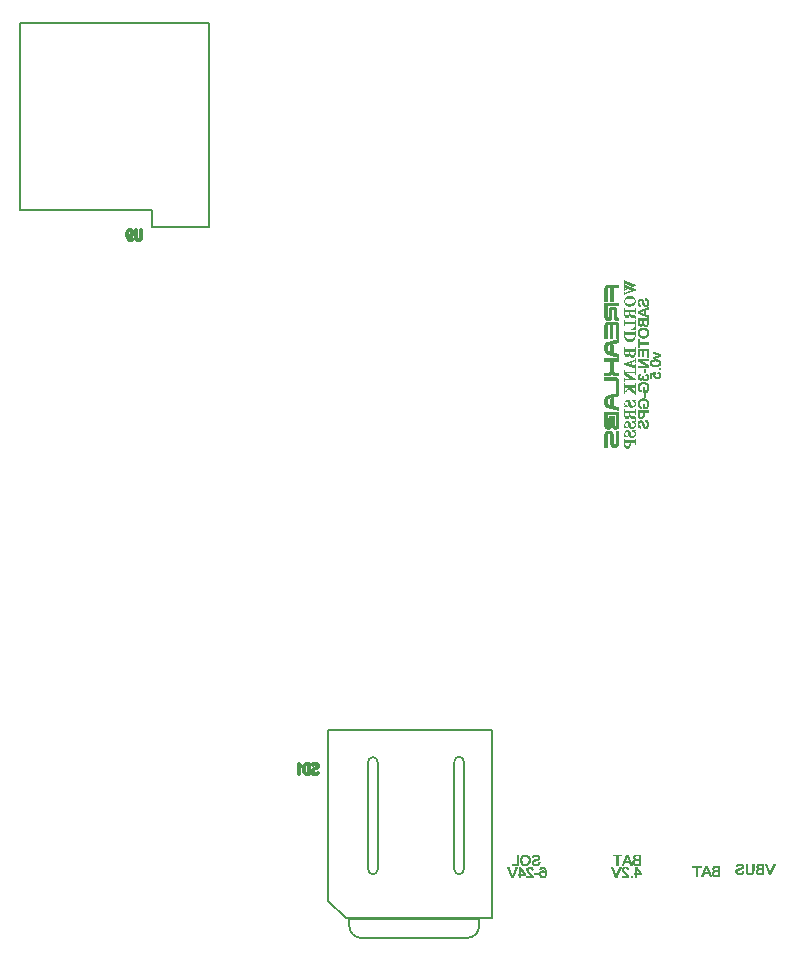
<source format=gbo>
*
%LPD*%
%LNSABOTEN3G-SB*%
%FSLAX25Y25*%
%MOIN*%
%AD*%
%AD*%
%ADD11C,0.007870079*%
%ADD37C,0.008*%
%ADD38C,0.012*%
%ADD100C,0.001*%
G54D100*
%SRX1Y1I0.0J0.0*%
G1X344300Y-290530D2*
G1X343869Y-290530D1*
G1X342899Y-293050D1*
G1X342703Y-293638D1*
G1X342607Y-293635D1*
G1X342461Y-293048D1*
G1X341492Y-290530D1*
G1X341059Y-290530D1*
G1X342395Y-293965D1*
G1X342917Y-293965D1*
G1X344300Y-290530D1*
G1X340592Y-290530D2*
G1X339320Y-290530D1*
G1X338932Y-290578D1*
G1X338696Y-290625D1*
G1X338467Y-290763D1*
G1X338329Y-290946D1*
G1X338235Y-291182D1*
G1X338189Y-291412D1*
G1X338234Y-291592D1*
G1X338328Y-291779D1*
G1X338467Y-291964D1*
G1X338704Y-292107D1*
G1X338700Y-292194D1*
G1X338413Y-292338D1*
G1X338227Y-292524D1*
G1X338087Y-292757D1*
G1X338041Y-292989D1*
G1X338041Y-293220D1*
G1X338134Y-293455D1*
G1X338226Y-293637D1*
G1X338359Y-293727D1*
G1X338744Y-293919D1*
G1X338978Y-293965D1*
G1X340592Y-293965D1*
G1X340592Y-290530D1*
G1X340201Y-290873D2*
G1X340201Y-292002D1*
G1X340151Y-292052D1*
G1X339169Y-292052D1*
G1X339157Y-292051D1*
G1X338961Y-292001D1*
G1X338941Y-291992D1*
G1X338696Y-291796D1*
G1X338686Y-291784D1*
G1X338587Y-291637D1*
G1X338579Y-291609D1*
G1X338579Y-291462D1*
G1X338581Y-291448D1*
G1X338679Y-291104D1*
G1X338692Y-291083D1*
G1X338888Y-290886D1*
G1X338914Y-290873D1*
G1X339159Y-290824D1*
G1X339169Y-290823D1*
G1X340151Y-290823D1*
G1X340201Y-290873D1*
G1X340201Y-292395D2*
G1X340201Y-293623D1*
G1X340151Y-293673D1*
G1X338973Y-293673D1*
G1X338954Y-293669D1*
G1X338709Y-293571D1*
G1X338692Y-293560D1*
G1X338495Y-293363D1*
G1X338481Y-293336D1*
G1X338432Y-293042D1*
G1X338432Y-293033D1*
G1X338432Y-292837D1*
G1X338440Y-292809D1*
G1X338538Y-292662D1*
G1X338548Y-292651D1*
G1X338842Y-292406D1*
G1X338862Y-292396D1*
G1X339059Y-292346D1*
G1X339071Y-292345D1*
G1X340151Y-292345D1*
G1X340201Y-292395D1*
G1X337302Y-290530D2*
G1X336911Y-290530D1*
G1X336911Y-292886D1*
G1X336909Y-292902D1*
G1X336810Y-293196D1*
G1X336808Y-293203D1*
G1X336709Y-293399D1*
G1X336700Y-293412D1*
G1X336553Y-293560D1*
G1X336536Y-293571D1*
G1X336290Y-293669D1*
G1X336272Y-293673D1*
G1X336026Y-293673D1*
G1X336021Y-293672D1*
G1X335579Y-293623D1*
G1X335557Y-293615D1*
G1X335262Y-293419D1*
G1X335248Y-293405D1*
G1X335150Y-293258D1*
G1X335143Y-293242D1*
G1X335094Y-293045D1*
G1X335093Y-293043D1*
G1X335044Y-292798D1*
G1X335043Y-292788D1*
G1X335043Y-290530D1*
G1X334652Y-290530D1*
G1X334652Y-292540D1*
G1X334701Y-292979D1*
G1X334749Y-293359D1*
G1X334934Y-293638D1*
G1X335167Y-293824D1*
G1X335547Y-293966D1*
G1X335977Y-294014D1*
G1X336409Y-293966D1*
G1X336739Y-293872D1*
G1X337019Y-293639D1*
G1X337158Y-293407D1*
G1X337254Y-293025D1*
G1X337302Y-292540D1*
G1X337302Y-290530D1*
G1X333906Y-292838D2*
G1X333514Y-292838D1*
G1X333473Y-293043D1*
G1X333470Y-293052D1*
G1X333372Y-293297D1*
G1X333361Y-293314D1*
G1X333213Y-293462D1*
G1X333208Y-293466D1*
G1X333012Y-293614D1*
G1X333000Y-293620D1*
G1X332755Y-293718D1*
G1X332736Y-293722D1*
G1X332491Y-293722D1*
G1X332480Y-293721D1*
G1X332038Y-293622D1*
G1X332026Y-293618D1*
G1X331830Y-293520D1*
G1X331817Y-293511D1*
G1X331719Y-293412D1*
G1X331709Y-293399D1*
G1X331611Y-293203D1*
G1X331606Y-293181D1*
G1X331606Y-293033D1*
G1X331609Y-293015D1*
G1X331708Y-292769D1*
G1X331712Y-292760D1*
G1X331811Y-292613D1*
G1X331830Y-292596D1*
G1X332026Y-292498D1*
G1X332036Y-292494D1*
G1X333011Y-292250D1*
G1X333491Y-291962D1*
G1X333628Y-291825D1*
G1X333720Y-291642D1*
G1X333765Y-291413D1*
G1X333719Y-291182D1*
G1X333627Y-290950D1*
G1X333442Y-290765D1*
G1X333206Y-290624D1*
G1X332921Y-290529D1*
G1X332588Y-290481D1*
G1X332207Y-290529D1*
G1X331920Y-290624D1*
G1X331636Y-290766D1*
G1X331453Y-290950D1*
G1X331360Y-291181D1*
G1X331322Y-291412D1*
G1X331712Y-291412D1*
G1X331754Y-291159D1*
G1X331768Y-291132D1*
G1X331964Y-290935D1*
G1X331981Y-290924D1*
G1X332226Y-290826D1*
G1X332237Y-290823D1*
G1X332531Y-290774D1*
G1X332547Y-290774D1*
G1X332891Y-290823D1*
G1X332902Y-290826D1*
G1X333148Y-290924D1*
G1X333169Y-290941D1*
G1X333316Y-291137D1*
G1X333325Y-291155D1*
G1X333374Y-291352D1*
G1X333374Y-291376D1*
G1X333325Y-291572D1*
G1X333312Y-291595D1*
G1X333219Y-291688D1*
G1X333174Y-291779D1*
G1X333145Y-291804D1*
G1X332997Y-291853D1*
G1X332994Y-291854D1*
G1X332801Y-291902D1*
G1X332558Y-291999D1*
G1X332551Y-292002D1*
G1X332111Y-292099D1*
G1X331822Y-292196D1*
G1X331538Y-292338D1*
G1X331355Y-292521D1*
G1X331262Y-292752D1*
G1X331216Y-293033D1*
G1X331262Y-293265D1*
G1X331356Y-293499D1*
G1X331541Y-293730D1*
G1X331822Y-293871D1*
G1X332109Y-293967D1*
G1X332442Y-294014D1*
G1X332875Y-293966D1*
G1X333256Y-293871D1*
G1X333537Y-293684D1*
G1X333724Y-293449D1*
G1X333866Y-293118D1*
G1X333906Y-292838D1*
G1X325932Y-291230D2*
G1X324659Y-291230D1*
G1X324271Y-291278D1*
G1X324036Y-291325D1*
G1X323806Y-291463D1*
G1X323668Y-291646D1*
G1X323574Y-291882D1*
G1X323528Y-292112D1*
G1X323573Y-292292D1*
G1X323667Y-292479D1*
G1X323806Y-292664D1*
G1X324043Y-292807D1*
G1X324040Y-292894D1*
G1X323752Y-293038D1*
G1X323566Y-293224D1*
G1X323426Y-293457D1*
G1X323380Y-293689D1*
G1X323380Y-293920D1*
G1X323474Y-294155D1*
G1X323565Y-294337D1*
G1X323699Y-294427D1*
G1X324083Y-294619D1*
G1X324317Y-294665D1*
G1X325932Y-294665D1*
G1X325932Y-291230D1*
G1X325541Y-291573D2*
G1X325541Y-292702D1*
G1X325491Y-292752D1*
G1X324508Y-292752D1*
G1X324496Y-292751D1*
G1X324300Y-292701D1*
G1X324281Y-292692D1*
G1X324035Y-292496D1*
G1X324025Y-292484D1*
G1X323927Y-292337D1*
G1X323918Y-292309D1*
G1X323918Y-292162D1*
G1X323920Y-292148D1*
G1X324018Y-291804D1*
G1X324031Y-291783D1*
G1X324228Y-291586D1*
G1X324253Y-291573D1*
G1X324499Y-291524D1*
G1X324508Y-291523D1*
G1X325491Y-291523D1*
G1X325541Y-291573D1*
G1X325541Y-293095D2*
G1X325541Y-294323D1*
G1X325491Y-294373D1*
G1X324312Y-294373D1*
G1X324293Y-294369D1*
G1X324048Y-294271D1*
G1X324031Y-294260D1*
G1X323835Y-294063D1*
G1X323821Y-294036D1*
G1X323772Y-293742D1*
G1X323771Y-293733D1*
G1X323771Y-293537D1*
G1X323779Y-293509D1*
G1X323878Y-293362D1*
G1X323887Y-293351D1*
G1X324182Y-293106D1*
G1X324202Y-293096D1*
G1X324398Y-293046D1*
G1X324410Y-293045D1*
G1X325491Y-293045D1*
G1X325541Y-293095D1*
G1X323108Y-294665D2*
G1X321725Y-291230D1*
G1X321252Y-291230D1*
G1X319868Y-294665D1*
G1X320299Y-294665D1*
G1X320680Y-293618D1*
G1X320727Y-293585D1*
G1X322250Y-293585D1*
G1X322296Y-293618D1*
G1X322677Y-294665D1*
G1X323108Y-294665D1*
G1X322102Y-293292D2*
G1X320875Y-293292D1*
G1X320828Y-293225D1*
G1X321171Y-292292D1*
G1X321318Y-291901D1*
G1X321416Y-291559D1*
G1X321510Y-291555D1*
G1X321756Y-292193D1*
G1X322149Y-293224D1*
G1X322102Y-293292D1*
G1X319646Y-291230D2*
G1X316898Y-291230D1*
G1X316898Y-291523D1*
G1X318026Y-291523D1*
G1X318076Y-291573D1*
G1X318076Y-294665D1*
G1X318467Y-294665D1*
G1X318467Y-291573D1*
G1X318517Y-291523D1*
G1X319646Y-291523D1*
G1X319646Y-291230D1*
G1X306173Y-127572D2*
G1X306126Y-127196D1*
G1X305940Y-126870D1*
G1X305613Y-126637D1*
G1X305285Y-126555D1*
G1X305247Y-126900D1*
G1X305503Y-126985D1*
G1X305509Y-126988D1*
G1X305706Y-127086D1*
G1X305728Y-127108D1*
G1X305826Y-127305D1*
G1X305831Y-127317D1*
G1X305880Y-127563D1*
G1X305881Y-127573D1*
G1X305880Y-127580D1*
G1X305831Y-127923D1*
G1X305817Y-127952D1*
G1X305621Y-128148D1*
G1X305611Y-128156D1*
G1X305365Y-128303D1*
G1X305347Y-128310D1*
G1X305003Y-128359D1*
G1X304989Y-128359D1*
G1X304645Y-128310D1*
G1X304626Y-128303D1*
G1X304381Y-128156D1*
G1X304367Y-128143D1*
G1X304219Y-127946D1*
G1X304210Y-127923D1*
G1X304161Y-127580D1*
G1X304160Y-127573D1*
G1X304162Y-127559D1*
G1X304260Y-127215D1*
G1X304273Y-127194D1*
G1X304502Y-126965D1*
G1X304461Y-126601D1*
G1X302738Y-126927D1*
G1X302738Y-128505D1*
G1X303080Y-128505D1*
G1X303080Y-127229D1*
G1X303122Y-127179D1*
G1X304055Y-127032D1*
G1X304105Y-127109D1*
G1X303914Y-127395D1*
G1X303868Y-127717D1*
G1X303962Y-128091D1*
G1X304197Y-128421D1*
G1X304523Y-128654D1*
G1X304947Y-128701D1*
G1X305422Y-128653D1*
G1X305751Y-128466D1*
G1X305940Y-128276D1*
G1X306079Y-128092D1*
G1X306125Y-127858D1*
G1X306173Y-127572D1*
G1X306125Y-125364D2*
G1X305783Y-125364D1*
G1X305783Y-125706D1*
G1X306125Y-125706D1*
G1X306125Y-125364D1*
G1X306173Y-123499D2*
G1X306079Y-123076D1*
G1X305845Y-122749D1*
G1X305614Y-122610D1*
G1X305278Y-122514D1*
G1X304892Y-122417D1*
G1X304458Y-122417D1*
G1X303874Y-122466D1*
G1X303440Y-122562D1*
G1X303107Y-122705D1*
G1X302875Y-122891D1*
G1X302736Y-123168D1*
G1X302689Y-123495D1*
G1X302784Y-123967D1*
G1X302920Y-124149D1*
G1X303105Y-124287D1*
G1X303636Y-124480D1*
G1X303972Y-124576D1*
G1X304453Y-124576D1*
G1X304988Y-124528D1*
G1X305422Y-124431D1*
G1X305756Y-124288D1*
G1X305987Y-124103D1*
G1X306126Y-123825D1*
G1X306173Y-123499D1*
G1X305880Y-123507D2*
G1X305831Y-123752D1*
G1X305821Y-123774D1*
G1X305624Y-124019D1*
G1X305608Y-124033D1*
G1X305411Y-124131D1*
G1X305399Y-124135D1*
G1X305153Y-124184D1*
G1X305151Y-124184D1*
G1X304857Y-124234D1*
G1X304849Y-124234D1*
G1X304063Y-124234D1*
G1X304056Y-124234D1*
G1X303712Y-124185D1*
G1X303709Y-124184D1*
G1X303464Y-124135D1*
G1X303446Y-124128D1*
G1X303299Y-124029D1*
G1X303295Y-124027D1*
G1X303050Y-123830D1*
G1X303031Y-123800D1*
G1X302982Y-123505D1*
G1X302982Y-123497D1*
G1X302983Y-123487D1*
G1X303032Y-123241D1*
G1X303042Y-123220D1*
G1X303238Y-122974D1*
G1X303255Y-122961D1*
G1X303451Y-122863D1*
G1X303464Y-122858D1*
G1X303709Y-122809D1*
G1X303712Y-122809D1*
G1X304056Y-122760D1*
G1X304063Y-122759D1*
G1X304849Y-122759D1*
G1X304857Y-122760D1*
G1X305151Y-122809D1*
G1X305153Y-122809D1*
G1X305399Y-122858D1*
G1X305411Y-122863D1*
G1X305608Y-122961D1*
G1X305624Y-122974D1*
G1X305821Y-123220D1*
G1X305831Y-123241D1*
G1X305880Y-123487D1*
G1X305880Y-123507D1*
G1X306125Y-120733D2*
G1X303671Y-119836D1*
G1X303671Y-120219D1*
G1X305159Y-120699D1*
G1X305160Y-120700D1*
G1X305701Y-120896D1*
G1X305693Y-120992D1*
G1X305452Y-121040D1*
G1X305211Y-121137D1*
G1X305207Y-121138D1*
G1X303671Y-121618D1*
G1X303671Y-122002D1*
G1X306125Y-121153D1*
G1X306125Y-120733D1*
G1X299775Y-293655D2*
G1X298131Y-291479D1*
G1X297862Y-291479D1*
G1X297862Y-293639D1*
G1X297812Y-293689D1*
G1X297420Y-293689D1*
G1X297420Y-294031D1*
G1X297812Y-294031D1*
G1X297862Y-294081D1*
G1X297862Y-294865D1*
G1X298204Y-294865D1*
G1X298204Y-294081D1*
G1X298254Y-294031D1*
G1X299775Y-294031D1*
G1X299775Y-293655D1*
G1X299285Y-293689D2*
G1X298254Y-293689D1*
G1X298204Y-293639D1*
G1X298204Y-292264D1*
G1X298294Y-292234D1*
G1X299325Y-293609D1*
G1X299285Y-293689D1*
G1X299432Y-287430D2*
G1X298159Y-287430D1*
G1X297771Y-287478D1*
G1X297536Y-287525D1*
G1X297306Y-287663D1*
G1X297168Y-287846D1*
G1X297074Y-288082D1*
G1X297028Y-288312D1*
G1X297073Y-288492D1*
G1X297167Y-288679D1*
G1X297306Y-288864D1*
G1X297543Y-289007D1*
G1X297540Y-289094D1*
G1X297252Y-289238D1*
G1X297066Y-289424D1*
G1X296926Y-289657D1*
G1X296880Y-289889D1*
G1X296880Y-290120D1*
G1X296974Y-290355D1*
G1X297065Y-290537D1*
G1X297199Y-290627D1*
G1X297583Y-290819D1*
G1X297817Y-290865D1*
G1X299432Y-290865D1*
G1X299432Y-287430D1*
G1X299041Y-287773D2*
G1X299041Y-288902D1*
G1X298991Y-288952D1*
G1X298008Y-288952D1*
G1X297996Y-288951D1*
G1X297800Y-288901D1*
G1X297781Y-288892D1*
G1X297535Y-288696D1*
G1X297525Y-288684D1*
G1X297427Y-288537D1*
G1X297418Y-288509D1*
G1X297418Y-288362D1*
G1X297420Y-288348D1*
G1X297518Y-288004D1*
G1X297531Y-287983D1*
G1X297728Y-287786D1*
G1X297753Y-287773D1*
G1X297999Y-287724D1*
G1X298008Y-287723D1*
G1X298991Y-287723D1*
G1X299041Y-287773D1*
G1X299041Y-289295D2*
G1X299041Y-290523D1*
G1X298991Y-290573D1*
G1X297812Y-290573D1*
G1X297793Y-290569D1*
G1X297548Y-290471D1*
G1X297531Y-290460D1*
G1X297335Y-290263D1*
G1X297321Y-290236D1*
G1X297272Y-289942D1*
G1X297271Y-289933D1*
G1X297271Y-289737D1*
G1X297279Y-289709D1*
G1X297378Y-289562D1*
G1X297387Y-289551D1*
G1X297682Y-289306D1*
G1X297702Y-289296D1*
G1X297898Y-289246D1*
G1X297910Y-289245D1*
G1X298991Y-289245D1*
G1X299041Y-289295D1*
G1X302173Y-143996D2*
G1X302125Y-143564D1*
G1X302030Y-143182D1*
G1X301843Y-142901D1*
G1X301608Y-142714D1*
G1X301277Y-142572D1*
G1X300997Y-142532D1*
G1X300997Y-142924D1*
G1X301202Y-142966D1*
G1X301211Y-142968D1*
G1X301456Y-143066D1*
G1X301473Y-143077D1*
G1X301621Y-143225D1*
G1X301625Y-143230D1*
G1X301773Y-143427D1*
G1X301779Y-143438D1*
G1X301877Y-143684D1*
G1X301881Y-143702D1*
G1X301881Y-143948D1*
G1X301880Y-143958D1*
G1X301781Y-144400D1*
G1X301777Y-144412D1*
G1X301679Y-144608D1*
G1X301670Y-144621D1*
G1X301571Y-144720D1*
G1X301558Y-144729D1*
G1X301362Y-144827D1*
G1X301340Y-144832D1*
G1X301192Y-144832D1*
G1X301174Y-144829D1*
G1X300928Y-144731D1*
G1X300919Y-144726D1*
G1X300772Y-144628D1*
G1X300755Y-144608D1*
G1X300657Y-144412D1*
G1X300653Y-144402D1*
G1X300409Y-143427D1*
G1X300121Y-142947D1*
G1X299984Y-142810D1*
G1X299801Y-142719D1*
G1X299572Y-142673D1*
G1X299341Y-142719D1*
G1X299109Y-142812D1*
G1X298924Y-142996D1*
G1X298783Y-143232D1*
G1X298688Y-143517D1*
G1X298640Y-143850D1*
G1X298688Y-144231D1*
G1X298783Y-144518D1*
G1X298925Y-144802D1*
G1X299109Y-144985D1*
G1X299340Y-145078D1*
G1X299571Y-145116D1*
G1X299571Y-144727D1*
G1X299318Y-144684D1*
G1X299291Y-144670D1*
G1X299095Y-144474D1*
G1X299083Y-144457D1*
G1X298985Y-144212D1*
G1X298982Y-144201D1*
G1X298933Y-143907D1*
G1X298933Y-143899D1*
G1X298933Y-143891D1*
G1X298982Y-143548D1*
G1X298985Y-143536D1*
G1X299083Y-143291D1*
G1X299100Y-143269D1*
G1X299296Y-143122D1*
G1X299314Y-143113D1*
G1X299511Y-143064D1*
G1X299535Y-143064D1*
G1X299731Y-143113D1*
G1X299755Y-143127D1*
G1X299847Y-143219D1*
G1X299938Y-143265D1*
G1X299963Y-143293D1*
G1X300012Y-143441D1*
G1X300013Y-143444D1*
G1X300061Y-143638D1*
G1X300158Y-143880D1*
G1X300161Y-143888D1*
G1X300258Y-144327D1*
G1X300355Y-144616D1*
G1X300497Y-144900D1*
G1X300680Y-145084D1*
G1X300911Y-145176D1*
G1X301192Y-145223D1*
G1X301424Y-145176D1*
G1X301658Y-145083D1*
G1X301889Y-144898D1*
G1X302030Y-144616D1*
G1X302126Y-144329D1*
G1X302173Y-143996D1*
G1X302125Y-139382D2*
G1X298689Y-139382D1*
G1X298689Y-140946D1*
G1X298736Y-141135D1*
G1X298879Y-141563D1*
G1X299015Y-141700D1*
G1X299204Y-141841D1*
G1X299434Y-141933D1*
G1X299667Y-141933D1*
G1X300044Y-141886D1*
G1X300374Y-141650D1*
G1X300511Y-141513D1*
G1X300604Y-141282D1*
G1X300651Y-141045D1*
G1X300651Y-139823D1*
G1X300701Y-139773D1*
G1X302125Y-139773D1*
G1X302125Y-139382D1*
G1X300358Y-139823D2*
G1X300358Y-140707D1*
G1X300358Y-140714D1*
G1X300309Y-141057D1*
G1X300306Y-141069D1*
G1X300208Y-141314D1*
G1X300187Y-141339D1*
G1X299941Y-141486D1*
G1X299925Y-141492D1*
G1X299680Y-141541D1*
G1X299670Y-141542D1*
G1X299474Y-141542D1*
G1X299451Y-141537D1*
G1X299255Y-141439D1*
G1X299242Y-141429D1*
G1X299095Y-141282D1*
G1X299082Y-141263D1*
G1X298984Y-140968D1*
G1X298982Y-140952D1*
G1X298982Y-139823D1*
G1X299032Y-139773D1*
G1X300308Y-139773D1*
G1X300358Y-139823D1*
G1X302173Y-137170D2*
G1X302125Y-136690D1*
G1X301982Y-136261D1*
G1X301696Y-135879D1*
G1X301364Y-135595D1*
G1X300937Y-135452D1*
G1X300407Y-135404D1*
G1X299926Y-135452D1*
G1X299497Y-135595D1*
G1X299115Y-135882D1*
G1X298830Y-136214D1*
G1X298688Y-136641D1*
G1X298640Y-137121D1*
G1X298688Y-137503D1*
G1X298783Y-137790D1*
G1X298925Y-138074D1*
G1X299114Y-138263D1*
G1X299351Y-138452D1*
G1X299584Y-138530D1*
G1X299662Y-138180D1*
G1X299304Y-138001D1*
G1X299291Y-137992D1*
G1X299144Y-137845D1*
G1X299134Y-137832D1*
G1X299036Y-137635D1*
G1X299032Y-137623D1*
G1X298934Y-137132D1*
G1X298933Y-137122D1*
G1X298933Y-137113D1*
G1X299032Y-136573D1*
G1X299038Y-136555D1*
G1X299284Y-136162D1*
G1X299301Y-136145D1*
G1X299645Y-135949D1*
G1X299656Y-135944D1*
G1X300000Y-135846D1*
G1X300008Y-135844D1*
G1X300400Y-135795D1*
G1X300412Y-135795D1*
G1X300854Y-135844D1*
G1X300862Y-135846D1*
G1X301206Y-135944D1*
G1X301220Y-135951D1*
G1X301515Y-136147D1*
G1X301529Y-136161D1*
G1X301725Y-136456D1*
G1X301731Y-136468D1*
G1X301829Y-136762D1*
G1X301831Y-136771D1*
G1X301880Y-137115D1*
G1X301881Y-137122D1*
G1X301880Y-137130D1*
G1X301782Y-137719D1*
G1X301775Y-137737D1*
G1X301628Y-137982D1*
G1X301625Y-137987D1*
G1X301478Y-138183D1*
G1X301438Y-138203D1*
G1X300750Y-138203D1*
G1X300700Y-138153D1*
G1X300700Y-137172D1*
G1X300408Y-137172D1*
G1X300408Y-138594D1*
G1X301658Y-138594D1*
G1X301884Y-138277D1*
G1X302029Y-137892D1*
G1X302125Y-137554D1*
G1X302173Y-137170D1*
G1X301093Y-133685D2*
G1X300800Y-133685D1*
G1X300800Y-134911D1*
G1X301093Y-134911D1*
G1X301093Y-133685D1*
G1X302173Y-131719D2*
G1X302125Y-131239D1*
G1X301982Y-130810D1*
G1X301696Y-130428D1*
G1X301364Y-130144D1*
G1X300937Y-130001D1*
G1X300407Y-129953D1*
G1X299926Y-130001D1*
G1X299497Y-130144D1*
G1X299115Y-130431D1*
G1X298830Y-130763D1*
G1X298688Y-131190D1*
G1X298640Y-131670D1*
G1X298688Y-132053D1*
G1X298783Y-132339D1*
G1X298925Y-132623D1*
G1X299114Y-132812D1*
G1X299351Y-133001D1*
G1X299584Y-133079D1*
G1X299662Y-132729D1*
G1X299304Y-132550D1*
G1X299291Y-132541D1*
G1X299144Y-132394D1*
G1X299134Y-132381D1*
G1X299036Y-132184D1*
G1X299032Y-132172D1*
G1X298934Y-131681D1*
G1X298933Y-131671D1*
G1X298933Y-131662D1*
G1X299032Y-131122D1*
G1X299038Y-131104D1*
G1X299284Y-130711D1*
G1X299301Y-130694D1*
G1X299645Y-130498D1*
G1X299656Y-130493D1*
G1X300000Y-130395D1*
G1X300008Y-130394D1*
G1X300400Y-130344D1*
G1X300412Y-130344D1*
G1X300854Y-130393D1*
G1X300862Y-130395D1*
G1X301206Y-130493D1*
G1X301220Y-130500D1*
G1X301515Y-130696D1*
G1X301529Y-130710D1*
G1X301725Y-131005D1*
G1X301731Y-131017D1*
G1X301829Y-131311D1*
G1X301831Y-131320D1*
G1X301880Y-131664D1*
G1X301881Y-131671D1*
G1X301880Y-131679D1*
G1X301782Y-132268D1*
G1X301775Y-132286D1*
G1X301628Y-132531D1*
G1X301625Y-132536D1*
G1X301478Y-132732D1*
G1X301438Y-132752D1*
G1X300750Y-132752D1*
G1X300700Y-132702D1*
G1X300700Y-131721D1*
G1X300408Y-131721D1*
G1X300408Y-133143D1*
G1X301658Y-133143D1*
G1X301884Y-132826D1*
G1X302029Y-132441D1*
G1X302125Y-132103D1*
G1X302173Y-131719D1*
G1X302173Y-128231D2*
G1X302126Y-127857D1*
G1X301940Y-127531D1*
G1X301613Y-127297D1*
G1X301285Y-127215D1*
G1X301247Y-127560D1*
G1X301503Y-127646D1*
G1X301517Y-127653D1*
G1X301713Y-127800D1*
G1X301728Y-127818D1*
G1X301826Y-128015D1*
G1X301831Y-128027D1*
G1X301880Y-128273D1*
G1X301881Y-128282D1*
G1X301880Y-128291D1*
G1X301831Y-128585D1*
G1X301822Y-128607D1*
G1X301674Y-128804D1*
G1X301660Y-128816D1*
G1X301415Y-128964D1*
G1X301399Y-128970D1*
G1X301153Y-129019D1*
G1X301135Y-129019D1*
G1X300840Y-128970D1*
G1X300819Y-128961D1*
G1X300622Y-128814D1*
G1X300612Y-128804D1*
G1X300465Y-128607D1*
G1X300456Y-128585D1*
G1X300406Y-128291D1*
G1X300406Y-128274D1*
G1X300445Y-128046D1*
G1X300162Y-128081D1*
G1X300162Y-128381D1*
G1X300152Y-128411D1*
G1X300005Y-128607D1*
G1X300000Y-128612D1*
G1X299853Y-128760D1*
G1X299827Y-128773D1*
G1X299582Y-128823D1*
G1X299560Y-128822D1*
G1X299363Y-128773D1*
G1X299353Y-128769D1*
G1X299157Y-128671D1*
G1X299137Y-128654D1*
G1X299039Y-128507D1*
G1X299032Y-128489D1*
G1X298983Y-128243D1*
G1X298983Y-128221D1*
G1X299032Y-128025D1*
G1X299036Y-128015D1*
G1X299134Y-127818D1*
G1X299157Y-127796D1*
G1X299353Y-127698D1*
G1X299357Y-127696D1*
G1X299567Y-127612D1*
G1X299529Y-127271D1*
G1X299202Y-127394D1*
G1X298920Y-127582D1*
G1X298736Y-127858D1*
G1X298689Y-128231D1*
G1X298736Y-128465D1*
G1X298830Y-128700D1*
G1X299109Y-129072D1*
G1X299571Y-129164D1*
G1X299935Y-129073D1*
G1X300219Y-128694D1*
G1X300307Y-128709D1*
G1X300401Y-128992D1*
G1X300585Y-129176D1*
G1X300817Y-129315D1*
G1X301141Y-129361D1*
G1X301516Y-129267D1*
G1X301892Y-129032D1*
G1X302078Y-128707D1*
G1X302173Y-128231D1*
G1X301093Y-125484D2*
G1X300800Y-125484D1*
G1X300800Y-126710D1*
G1X301093Y-126710D1*
G1X301093Y-125484D1*
G1X302125Y-122194D2*
G1X298689Y-122194D1*
G1X298689Y-122657D1*
G1X301318Y-124361D1*
G1X301291Y-124453D1*
G1X298689Y-124453D1*
G1X298689Y-124844D1*
G1X302125Y-124844D1*
G1X302125Y-124381D1*
G1X299496Y-122677D1*
G1X299523Y-122585D1*
G1X302125Y-122585D1*
G1X302125Y-122194D1*
G1X302125Y-118904D2*
G1X298689Y-118904D1*
G1X298689Y-121357D1*
G1X298982Y-121357D1*
G1X298982Y-119345D1*
G1X299032Y-119295D1*
G1X300161Y-119295D1*
G1X300211Y-119345D1*
G1X300211Y-121210D1*
G1X300504Y-121210D1*
G1X300504Y-119345D1*
G1X300554Y-119295D1*
G1X301782Y-119295D1*
G1X301832Y-119345D1*
G1X301832Y-121456D1*
G1X302125Y-121456D1*
G1X302125Y-118904D1*
G1X302125Y-116743D2*
G1X299032Y-116743D1*
G1X298982Y-116693D1*
G1X298982Y-115565D1*
G1X298689Y-115565D1*
G1X298689Y-118313D1*
G1X298982Y-118313D1*
G1X298982Y-117184D1*
G1X299032Y-117134D1*
G1X302125Y-117134D1*
G1X302125Y-116743D1*
G1X302173Y-113501D2*
G1X302126Y-113072D1*
G1X301935Y-112644D1*
G1X301649Y-112311D1*
G1X301317Y-112073D1*
G1X300887Y-111930D1*
G1X300456Y-111882D1*
G1X299685Y-111978D1*
G1X299403Y-112119D1*
G1X299117Y-112358D1*
G1X298925Y-112597D1*
G1X298783Y-112834D1*
G1X298688Y-113168D1*
G1X298640Y-113502D1*
G1X298688Y-113930D1*
G1X298878Y-114358D1*
G1X299164Y-114692D1*
G1X299497Y-114929D1*
G1X299926Y-115073D1*
G1X300407Y-115121D1*
G1X300937Y-115072D1*
G1X301364Y-114930D1*
G1X301697Y-114644D1*
G1X301983Y-114310D1*
G1X302125Y-113931D1*
G1X302173Y-113501D1*
G1X301880Y-113511D2*
G1X301782Y-114002D1*
G1X301773Y-114021D1*
G1X301528Y-114365D1*
G1X301509Y-114381D1*
G1X301018Y-114626D1*
G1X301004Y-114631D1*
G1X300415Y-114729D1*
G1X300400Y-114729D1*
G1X300008Y-114680D1*
G1X300000Y-114679D1*
G1X299656Y-114581D1*
G1X299648Y-114577D1*
G1X299353Y-114430D1*
G1X299336Y-114416D1*
G1X299140Y-114171D1*
G1X299134Y-114162D1*
G1X298987Y-113867D1*
G1X298982Y-113852D1*
G1X298933Y-113508D1*
G1X298933Y-113501D1*
G1X298934Y-113490D1*
G1X299032Y-113048D1*
G1X299038Y-113033D1*
G1X299284Y-112640D1*
G1X299296Y-112626D1*
G1X299493Y-112479D1*
G1X299504Y-112473D1*
G1X299750Y-112374D1*
G1X299755Y-112373D1*
G1X300098Y-112275D1*
G1X300112Y-112273D1*
G1X300456Y-112273D1*
G1X300464Y-112273D1*
G1X301053Y-112372D1*
G1X301069Y-112377D1*
G1X301511Y-112623D1*
G1X301529Y-112640D1*
G1X301775Y-113033D1*
G1X301781Y-113048D1*
G1X301880Y-113490D1*
G1X301880Y-113511D1*
G1X302125Y-108739D2*
G1X298689Y-108739D1*
G1X298689Y-110011D1*
G1X298737Y-110399D1*
G1X298784Y-110635D1*
G1X298922Y-110864D1*
G1X299105Y-111002D1*
G1X299341Y-111096D1*
G1X299571Y-111142D1*
G1X299751Y-111097D1*
G1X299938Y-111003D1*
G1X300123Y-110864D1*
G1X300266Y-110627D1*
G1X300353Y-110631D1*
G1X300497Y-110918D1*
G1X300683Y-111104D1*
G1X300916Y-111244D1*
G1X301148Y-111290D1*
G1X301379Y-111290D1*
G1X301614Y-111197D1*
G1X301797Y-111105D1*
G1X301886Y-110972D1*
G1X302078Y-110588D1*
G1X302125Y-110353D1*
G1X302125Y-108739D1*
G1X301832Y-109180D2*
G1X301832Y-110358D1*
G1X301828Y-110377D1*
G1X301730Y-110622D1*
G1X301719Y-110639D1*
G1X301522Y-110836D1*
G1X301495Y-110850D1*
G1X301201Y-110899D1*
G1X301192Y-110899D1*
G1X300996Y-110899D1*
G1X300968Y-110891D1*
G1X300821Y-110793D1*
G1X300810Y-110783D1*
G1X300565Y-110489D1*
G1X300555Y-110469D1*
G1X300505Y-110272D1*
G1X300504Y-110260D1*
G1X300504Y-109180D1*
G1X300554Y-109130D1*
G1X301782Y-109130D1*
G1X301832Y-109180D1*
G1X300211Y-109180D2*
G1X300211Y-110162D1*
G1X300210Y-110174D1*
G1X300161Y-110370D1*
G1X300151Y-110390D1*
G1X299955Y-110635D1*
G1X299943Y-110645D1*
G1X299796Y-110744D1*
G1X299768Y-110752D1*
G1X299621Y-110752D1*
G1X299607Y-110750D1*
G1X299263Y-110652D1*
G1X299242Y-110639D1*
G1X299045Y-110443D1*
G1X299032Y-110417D1*
G1X298983Y-110172D1*
G1X298982Y-110162D1*
G1X298982Y-109180D1*
G1X299032Y-109130D1*
G1X300161Y-109130D1*
G1X300211Y-109180D1*
G1X302125Y-104981D2*
G1X298689Y-106365D1*
G1X298689Y-106838D1*
G1X302125Y-108222D1*
G1X302125Y-107791D1*
G1X301077Y-107410D1*
G1X301044Y-107363D1*
G1X301044Y-105840D1*
G1X301077Y-105793D1*
G1X302125Y-105413D1*
G1X302125Y-104981D1*
G1X300751Y-105988D2*
G1X300751Y-107215D1*
G1X300684Y-107262D1*
G1X299751Y-106919D1*
G1X299360Y-106772D1*
G1X299018Y-106674D1*
G1X299014Y-106580D1*
G1X299652Y-106334D1*
G1X300683Y-105941D1*
G1X300751Y-105988D1*
G1X302173Y-103483D2*
G1X302125Y-103050D1*
G1X302030Y-102669D1*
G1X301843Y-102388D1*
G1X301608Y-102201D1*
G1X301277Y-102059D1*
G1X300997Y-102019D1*
G1X300997Y-102411D1*
G1X301202Y-102452D1*
G1X301211Y-102455D1*
G1X301456Y-102553D1*
G1X301473Y-102564D1*
G1X301621Y-102711D1*
G1X301625Y-102717D1*
G1X301773Y-102913D1*
G1X301779Y-102925D1*
G1X301877Y-103170D1*
G1X301881Y-103189D1*
G1X301881Y-103434D1*
G1X301880Y-103445D1*
G1X301781Y-103887D1*
G1X301777Y-103899D1*
G1X301679Y-104095D1*
G1X301670Y-104108D1*
G1X301571Y-104206D1*
G1X301558Y-104216D1*
G1X301362Y-104314D1*
G1X301340Y-104319D1*
G1X301192Y-104319D1*
G1X301174Y-104315D1*
G1X300928Y-104217D1*
G1X300919Y-104212D1*
G1X300772Y-104114D1*
G1X300755Y-104095D1*
G1X300657Y-103899D1*
G1X300653Y-103888D1*
G1X300409Y-102913D1*
G1X300121Y-102434D1*
G1X299984Y-102297D1*
G1X299801Y-102205D1*
G1X299572Y-102159D1*
G1X299341Y-102206D1*
G1X299109Y-102298D1*
G1X298924Y-102483D1*
G1X298783Y-102719D1*
G1X298688Y-103004D1*
G1X298640Y-103336D1*
G1X298688Y-103718D1*
G1X298783Y-104004D1*
G1X298925Y-104289D1*
G1X299109Y-104472D1*
G1X299340Y-104564D1*
G1X299571Y-104603D1*
G1X299571Y-104213D1*
G1X299318Y-104171D1*
G1X299291Y-104157D1*
G1X299095Y-103961D1*
G1X299083Y-103944D1*
G1X298985Y-103698D1*
G1X298982Y-103688D1*
G1X298933Y-103393D1*
G1X298933Y-103385D1*
G1X298933Y-103378D1*
G1X298982Y-103034D1*
G1X298985Y-103023D1*
G1X299083Y-102777D1*
G1X299100Y-102756D1*
G1X299296Y-102609D1*
G1X299314Y-102600D1*
G1X299511Y-102551D1*
G1X299535Y-102551D1*
G1X299731Y-102600D1*
G1X299755Y-102613D1*
G1X299847Y-102706D1*
G1X299938Y-102751D1*
G1X299963Y-102780D1*
G1X300012Y-102927D1*
G1X300013Y-102931D1*
G1X300061Y-103124D1*
G1X300158Y-103367D1*
G1X300161Y-103374D1*
G1X300258Y-103814D1*
G1X300355Y-104103D1*
G1X300497Y-104387D1*
G1X300680Y-104570D1*
G1X300911Y-104663D1*
G1X301192Y-104709D1*
G1X301424Y-104663D1*
G1X301658Y-104569D1*
G1X301889Y-104384D1*
G1X302030Y-104103D1*
G1X302126Y-103816D1*
G1X302173Y-103483D1*
G1X297625Y-148867D2*
G1X297615Y-148867D1*
G1X297615Y-149363D1*
G1X297565Y-149413D1*
G1X294233Y-149413D1*
G1X294183Y-149363D1*
G1X294183Y-148867D1*
G1X294174Y-148867D1*
G1X294174Y-150617D1*
G1X294227Y-151150D1*
G1X294436Y-151516D1*
G1X294747Y-151774D1*
G1X295053Y-151825D1*
G1X295414Y-151774D1*
G1X295724Y-151516D1*
G1X295932Y-151151D1*
G1X295986Y-150508D1*
G1X295986Y-150019D1*
G1X296036Y-149969D1*
G1X297565Y-149969D1*
G1X297615Y-150019D1*
G1X297615Y-150570D1*
G1X297625Y-150570D1*
G1X297625Y-148867D1*
G1X295977Y-150019D2*
G1X295977Y-150347D1*
G1X295976Y-150354D1*
G1X295921Y-150736D1*
G1X295919Y-150745D1*
G1X295865Y-150909D1*
G1X295845Y-150934D1*
G1X295681Y-151044D1*
G1X295672Y-151048D1*
G1X295399Y-151158D1*
G1X295380Y-151161D1*
G1X294725Y-151161D1*
G1X294703Y-151156D1*
G1X294484Y-151047D1*
G1X294479Y-151044D1*
G1X294315Y-150934D1*
G1X294298Y-150915D1*
G1X294243Y-150806D1*
G1X294239Y-150792D1*
G1X294184Y-150464D1*
G1X294183Y-150456D1*
G1X294183Y-150019D1*
G1X294233Y-149969D1*
G1X295927Y-149969D1*
G1X295977Y-150019D1*
G1X296633Y-294524D2*
G1X296291Y-294524D1*
G1X296291Y-294865D1*
G1X296633Y-294865D1*
G1X296633Y-294524D1*
G1X295543Y-294865D2*
G1X295505Y-294634D1*
G1X295411Y-294401D1*
G1X295026Y-293919D1*
G1X294685Y-293627D1*
G1X294243Y-293234D1*
G1X294238Y-293229D1*
G1X293944Y-292886D1*
G1X293939Y-292879D1*
G1X293791Y-292633D1*
G1X293785Y-292617D1*
G1X293736Y-292372D1*
G1X293736Y-292352D1*
G1X293785Y-292107D1*
G1X293799Y-292081D1*
G1X293946Y-291934D1*
G1X293952Y-291929D1*
G1X294148Y-291782D1*
G1X294168Y-291773D1*
G1X294414Y-291724D1*
G1X294432Y-291723D1*
G1X294726Y-291772D1*
G1X294748Y-291782D1*
G1X294945Y-291929D1*
G1X294955Y-291939D1*
G1X295102Y-292135D1*
G1X295111Y-292156D1*
G1X295151Y-292356D1*
G1X295491Y-292319D1*
G1X295409Y-291990D1*
G1X295175Y-291663D1*
G1X294850Y-291477D1*
G1X294426Y-291430D1*
G1X294000Y-291525D1*
G1X293671Y-291713D1*
G1X293440Y-291990D1*
G1X293394Y-292359D1*
G1X293489Y-292739D1*
G1X293584Y-292976D1*
G1X293726Y-293166D1*
G1X293968Y-293456D1*
G1X294358Y-293797D1*
G1X294651Y-294041D1*
G1X294846Y-294188D1*
G1X294856Y-294197D1*
G1X295052Y-294442D1*
G1X295013Y-294524D1*
G1X293344Y-294524D1*
G1X293344Y-294865D1*
G1X295543Y-294865D1*
G1X296608Y-290865D2*
G1X295225Y-287430D1*
G1X294752Y-287430D1*
G1X293368Y-290865D1*
G1X293799Y-290865D1*
G1X294180Y-289818D1*
G1X294227Y-289785D1*
G1X295750Y-289785D1*
G1X295796Y-289818D1*
G1X296177Y-290865D1*
G1X296608Y-290865D1*
G1X295602Y-289492D2*
G1X294375Y-289492D1*
G1X294328Y-289425D1*
G1X294671Y-288492D1*
G1X294818Y-288101D1*
G1X294916Y-287759D1*
G1X295010Y-287755D1*
G1X295256Y-288393D1*
G1X295649Y-289424D1*
G1X295602Y-289492D1*
G1X295003Y-147976D2*
G1X294651Y-147825D1*
G1X294639Y-147818D1*
G1X294366Y-147600D1*
G1X294354Y-147587D1*
G1X294190Y-147313D1*
G1X294184Y-147298D1*
G1X294130Y-147024D1*
G1X294129Y-147015D1*
G1X294129Y-147008D1*
G1X294138Y-146947D1*
G1X294120Y-147017D1*
G1X294172Y-147380D1*
G1X294386Y-147755D1*
G1X294373Y-147819D1*
G1X294174Y-147968D1*
G1X294174Y-148002D1*
G1X295003Y-148002D1*
G1X295003Y-147976D1*
G1X297679Y-147070D2*
G1X297626Y-146703D1*
G1X297413Y-146329D1*
G1X297417Y-146273D1*
G1X297625Y-146014D1*
G1X297625Y-145972D1*
G1X296687Y-145972D1*
G1X296687Y-146001D1*
G1X297096Y-146205D1*
G1X297101Y-146208D1*
G1X297429Y-146427D1*
G1X297446Y-146446D1*
G1X297610Y-146774D1*
G1X297615Y-146788D1*
G1X297669Y-147116D1*
G1X297670Y-147124D1*
G1X297669Y-147134D1*
G1X297614Y-147407D1*
G1X297610Y-147419D1*
G1X297446Y-147747D1*
G1X297437Y-147760D1*
G1X297218Y-147979D1*
G1X297191Y-147993D1*
G1X296863Y-148047D1*
G1X296845Y-148047D1*
G1X296572Y-147992D1*
G1X296552Y-147983D1*
G1X296334Y-147819D1*
G1X296324Y-147809D1*
G1X296160Y-147591D1*
G1X296150Y-147568D1*
G1X296096Y-147189D1*
G1X295988Y-146810D1*
G1X295987Y-146804D1*
G1X295934Y-146489D1*
G1X295779Y-146283D1*
G1X295625Y-146129D1*
G1X295366Y-146025D1*
G1X295106Y-145973D1*
G1X294743Y-146025D1*
G1X294435Y-146230D1*
G1X294315Y-146440D1*
G1X294357Y-146384D1*
G1X294367Y-146374D1*
G1X294586Y-146210D1*
G1X294604Y-146201D1*
G1X294822Y-146147D1*
G1X294850Y-146148D1*
G1X295014Y-146203D1*
G1X295026Y-146208D1*
G1X295190Y-146318D1*
G1X295208Y-146341D1*
G1X295318Y-146614D1*
G1X295319Y-146619D1*
G1X295428Y-147001D1*
G1X295430Y-147008D1*
G1X295484Y-147385D1*
G1X295589Y-147701D1*
G1X295744Y-147908D1*
G1X295951Y-148063D1*
G1X296213Y-148168D1*
G1X296526Y-148220D1*
G1X297001Y-148115D1*
G1X297367Y-147905D1*
G1X297626Y-147542D1*
G1X297679Y-147070D1*
G1X295003Y-145027D2*
G1X294651Y-144876D1*
G1X294639Y-144869D1*
G1X294366Y-144650D1*
G1X294354Y-144637D1*
G1X294190Y-144364D1*
G1X294184Y-144348D1*
G1X294130Y-144075D1*
G1X294129Y-144065D1*
G1X294129Y-144058D1*
G1X294138Y-143998D1*
G1X294120Y-144068D1*
G1X294172Y-144431D1*
G1X294386Y-144805D1*
G1X294373Y-144870D1*
G1X294174Y-145019D1*
G1X294174Y-145053D1*
G1X295003Y-145053D1*
G1X295003Y-145027D1*
G1X297679Y-144120D2*
G1X297626Y-143754D1*
G1X297413Y-143380D1*
G1X297417Y-143324D1*
G1X297625Y-143064D1*
G1X297625Y-143023D1*
G1X296687Y-143023D1*
G1X296687Y-143051D1*
G1X297096Y-143256D1*
G1X297101Y-143259D1*
G1X297429Y-143477D1*
G1X297446Y-143496D1*
G1X297610Y-143824D1*
G1X297615Y-143838D1*
G1X297669Y-144166D1*
G1X297670Y-144174D1*
G1X297669Y-144184D1*
G1X297614Y-144457D1*
G1X297610Y-144470D1*
G1X297446Y-144798D1*
G1X297437Y-144811D1*
G1X297218Y-145029D1*
G1X297191Y-145043D1*
G1X296863Y-145098D1*
G1X296845Y-145097D1*
G1X296572Y-145043D1*
G1X296552Y-145034D1*
G1X296334Y-144870D1*
G1X296324Y-144860D1*
G1X296160Y-144641D1*
G1X296150Y-144618D1*
G1X296096Y-144239D1*
G1X295988Y-143860D1*
G1X295987Y-143855D1*
G1X295934Y-143539D1*
G1X295779Y-143333D1*
G1X295625Y-143179D1*
G1X295366Y-143075D1*
G1X295106Y-143023D1*
G1X294743Y-143075D1*
G1X294435Y-143281D1*
G1X294315Y-143491D1*
G1X294357Y-143434D1*
G1X294367Y-143424D1*
G1X294586Y-143260D1*
G1X294604Y-143252D1*
G1X294822Y-143197D1*
G1X294850Y-143198D1*
G1X295014Y-143253D1*
G1X295026Y-143259D1*
G1X295190Y-143368D1*
G1X295208Y-143391D1*
G1X295318Y-143664D1*
G1X295319Y-143669D1*
G1X295428Y-144051D1*
G1X295430Y-144058D1*
G1X295484Y-144436D1*
G1X295589Y-144752D1*
G1X295744Y-144958D1*
G1X295951Y-145114D1*
G1X296213Y-145218D1*
G1X296526Y-145270D1*
G1X297001Y-145165D1*
G1X297367Y-144956D1*
G1X297626Y-144593D1*
G1X297679Y-144120D1*
G1X297630Y-142428D2*
G1X297629Y-142431D1*
G1X297630Y-142431D1*
G1X297630Y-142428D1*
G1X297679Y-141990D2*
G1X297626Y-141624D1*
G1X297476Y-141374D1*
G1X297222Y-141272D1*
G1X297013Y-141220D1*
G1X296527Y-141220D1*
G1X296515Y-141219D1*
G1X296297Y-141164D1*
G1X296290Y-141162D1*
G1X296017Y-141053D1*
G1X295996Y-141036D1*
G1X295832Y-140818D1*
G1X295822Y-140795D1*
G1X295768Y-140412D1*
G1X295767Y-140405D1*
G1X295767Y-140078D1*
G1X295817Y-140028D1*
G1X297565Y-140028D1*
G1X297615Y-140078D1*
G1X297615Y-140574D1*
G1X297625Y-140574D1*
G1X297625Y-138926D1*
G1X297615Y-138926D1*
G1X297615Y-139422D1*
G1X297565Y-139472D1*
G1X294233Y-139472D1*
G1X294183Y-139422D1*
G1X294183Y-138926D1*
G1X294174Y-138926D1*
G1X294174Y-141165D1*
G1X294226Y-141427D1*
G1X294331Y-141635D1*
G1X294485Y-141841D1*
G1X294687Y-141942D1*
G1X294943Y-141993D1*
G1X295192Y-141943D1*
G1X295395Y-141740D1*
G1X295606Y-141371D1*
G1X295677Y-141017D1*
G1X295644Y-141083D1*
G1X295627Y-141102D1*
G1X295463Y-141212D1*
G1X295457Y-141215D1*
G1X295239Y-141324D1*
G1X295217Y-141329D1*
G1X294616Y-141329D1*
G1X294588Y-141321D1*
G1X294427Y-141213D1*
G1X294320Y-141160D1*
G1X294295Y-141131D1*
G1X294241Y-140967D1*
G1X294239Y-140960D1*
G1X294184Y-140632D1*
G1X294183Y-140624D1*
G1X294183Y-140078D1*
G1X294233Y-140028D1*
G1X295708Y-140028D1*
G1X295758Y-140078D1*
G1X295758Y-140788D1*
G1X295758Y-140793D1*
G1X295810Y-140825D1*
G1X295971Y-141256D1*
G1X296182Y-141572D1*
G1X296546Y-141832D1*
G1X297076Y-141885D1*
G1X297347Y-141885D1*
G1X297375Y-141893D1*
G1X297536Y-142001D1*
G1X297642Y-142054D1*
G1X297668Y-142086D1*
G1X297679Y-141990D1*
G1X295003Y-137926D2*
G1X294651Y-137775D1*
G1X294639Y-137768D1*
G1X294366Y-137549D1*
G1X294354Y-137536D1*
G1X294190Y-137263D1*
G1X294184Y-137247D1*
G1X294130Y-136974D1*
G1X294129Y-136964D1*
G1X294129Y-136957D1*
G1X294138Y-136897D1*
G1X294120Y-136967D1*
G1X294172Y-137330D1*
G1X294386Y-137704D1*
G1X294373Y-137769D1*
G1X294174Y-137918D1*
G1X294174Y-137952D1*
G1X295003Y-137952D1*
G1X295003Y-137926D1*
G1X297679Y-137020D2*
G1X297626Y-136653D1*
G1X297413Y-136279D1*
G1X297417Y-136223D1*
G1X297625Y-135963D1*
G1X297625Y-135922D1*
G1X296687Y-135922D1*
G1X296687Y-135950D1*
G1X297096Y-136155D1*
G1X297101Y-136158D1*
G1X297429Y-136376D1*
G1X297446Y-136396D1*
G1X297610Y-136723D1*
G1X297615Y-136738D1*
G1X297669Y-137065D1*
G1X297670Y-137073D1*
G1X297669Y-137083D1*
G1X297614Y-137356D1*
G1X297610Y-137369D1*
G1X297446Y-137697D1*
G1X297437Y-137710D1*
G1X297218Y-137928D1*
G1X297191Y-137942D1*
G1X296863Y-137997D1*
G1X296845Y-137996D1*
G1X296572Y-137942D1*
G1X296552Y-137933D1*
G1X296334Y-137769D1*
G1X296324Y-137759D1*
G1X296160Y-137540D1*
G1X296150Y-137518D1*
G1X296096Y-137139D1*
G1X295988Y-136759D1*
G1X295987Y-136754D1*
G1X295934Y-136438D1*
G1X295779Y-136232D1*
G1X295625Y-136078D1*
G1X295366Y-135975D1*
G1X295106Y-135922D1*
G1X294743Y-135974D1*
G1X294435Y-136180D1*
G1X294315Y-136390D1*
G1X294357Y-136333D1*
G1X294367Y-136323D1*
G1X294586Y-136160D1*
G1X294604Y-136151D1*
G1X294822Y-136096D1*
G1X294850Y-136097D1*
G1X295014Y-136152D1*
G1X295026Y-136158D1*
G1X295190Y-136267D1*
G1X295208Y-136290D1*
G1X295318Y-136563D1*
G1X295319Y-136568D1*
G1X295428Y-136950D1*
G1X295430Y-136957D1*
G1X295484Y-137335D1*
G1X295589Y-137651D1*
G1X295744Y-137857D1*
G1X295951Y-138013D1*
G1X296213Y-138117D1*
G1X296526Y-138170D1*
G1X297001Y-138064D1*
G1X297367Y-137855D1*
G1X297626Y-137492D1*
G1X297679Y-137020D1*
G1X297625Y-132371D2*
G1X297615Y-132371D1*
G1X297615Y-132977D1*
G1X297534Y-133016D1*
G1X295820Y-131623D1*
G1X295408Y-132006D1*
G1X295466Y-132009D1*
G1X297596Y-133702D1*
G1X297615Y-133742D1*
G1X297615Y-134019D1*
G1X297625Y-134019D1*
G1X297625Y-132371D1*
G1X297625Y-130350D2*
G1X297615Y-130350D1*
G1X297615Y-130847D1*
G1X297565Y-130897D1*
G1X294233Y-130897D1*
G1X294183Y-130847D1*
G1X294183Y-130350D1*
G1X294174Y-130350D1*
G1X294174Y-131998D1*
G1X294183Y-131998D1*
G1X294183Y-131502D1*
G1X294233Y-131452D1*
G1X297565Y-131452D1*
G1X297615Y-131502D1*
G1X297615Y-131998D1*
G1X297625Y-131998D1*
G1X297625Y-130350D1*
G1X295357Y-132053D2*
G1X294267Y-133068D1*
G1X294183Y-133031D1*
G1X294183Y-132426D1*
G1X294174Y-132426D1*
G1X294174Y-133692D1*
G1X294183Y-133692D1*
G1X294183Y-133195D1*
G1X294199Y-133159D1*
G1X295357Y-132053D1*
G1X297648Y-129049D2*
G1X294205Y-126682D1*
G1X294233Y-126591D1*
G1X297565Y-126591D1*
G1X297615Y-126641D1*
G1X297615Y-127137D1*
G1X297625Y-127137D1*
G1X297625Y-126035D1*
G1X297615Y-126035D1*
G1X297615Y-126531D1*
G1X297565Y-126581D1*
G1X294233Y-126581D1*
G1X294183Y-126531D1*
G1X294183Y-126035D1*
G1X294174Y-126035D1*
G1X294174Y-127270D1*
G1X296610Y-128948D1*
G1X296582Y-129039D1*
G1X294233Y-129039D1*
G1X294183Y-128989D1*
G1X294183Y-128493D1*
G1X294174Y-128493D1*
G1X294174Y-129595D1*
G1X294183Y-129595D1*
G1X294183Y-129099D1*
G1X294233Y-129049D1*
G1X297648Y-129049D1*
G1X297630Y-108726D2*
G1X297629Y-108729D1*
G1X297630Y-108729D1*
G1X297630Y-108726D1*
G1X297625Y-122048D2*
G1X297615Y-122048D1*
G1X297615Y-122489D1*
G1X297582Y-122536D1*
G1X294119Y-123781D1*
G1X294119Y-123820D1*
G1X297582Y-125064D1*
G1X297615Y-125111D1*
G1X297615Y-125553D1*
G1X297625Y-125553D1*
G1X297625Y-123960D1*
G1X297615Y-123960D1*
G1X297615Y-124456D1*
G1X297548Y-124503D1*
G1X296510Y-124120D1*
G1X296477Y-124073D1*
G1X296477Y-123036D1*
G1X296510Y-122989D1*
G1X297548Y-122606D1*
G1X297615Y-122653D1*
G1X297615Y-123259D1*
G1X297625Y-123259D1*
G1X297625Y-122048D1*
G1X296468Y-123036D2*
G1X296468Y-124073D1*
G1X296401Y-124121D1*
G1X295036Y-123629D1*
G1X295003Y-123582D1*
G1X295003Y-123527D1*
G1X295036Y-123480D1*
G1X296401Y-122989D1*
G1X296468Y-123036D1*
G1X297625Y-118334D2*
G1X297615Y-118334D1*
G1X297615Y-118830D1*
G1X297565Y-118880D1*
G1X294233Y-118880D1*
G1X294183Y-118830D1*
G1X294183Y-118334D1*
G1X294174Y-118334D1*
G1X294174Y-120138D1*
G1X294228Y-120677D1*
G1X294332Y-121043D1*
G1X294484Y-121194D1*
G1X294638Y-121297D1*
G1X294947Y-121400D1*
G1X295195Y-121350D1*
G1X295450Y-121146D1*
G1X295606Y-120834D1*
G1X295714Y-120348D1*
G1X295811Y-120345D1*
G1X295974Y-120888D1*
G1X296131Y-121257D1*
G1X296385Y-121459D1*
G1X296695Y-121511D1*
G1X296898Y-121511D1*
G1X297103Y-121408D1*
G1X297257Y-121306D1*
G1X297413Y-121097D1*
G1X297518Y-120888D1*
G1X297625Y-120462D1*
G1X297625Y-118334D1*
G1X297615Y-119485D2*
G1X297615Y-120195D1*
G1X297614Y-120207D1*
G1X297559Y-120426D1*
G1X297558Y-120430D1*
G1X297503Y-120593D1*
G1X297484Y-120619D1*
G1X297320Y-120729D1*
G1X297311Y-120733D1*
G1X297038Y-120843D1*
G1X297019Y-120846D1*
G1X296691Y-120846D1*
G1X296684Y-120846D1*
G1X296302Y-120791D1*
G1X296290Y-120788D1*
G1X296017Y-120679D1*
G1X295993Y-120658D1*
G1X295829Y-120385D1*
G1X295822Y-120366D1*
G1X295768Y-119984D1*
G1X295767Y-119977D1*
G1X295767Y-119485D1*
G1X295817Y-119435D1*
G1X297565Y-119435D1*
G1X297615Y-119485D1*
G1X295758Y-119485D2*
G1X295758Y-119977D1*
G1X295758Y-119984D1*
G1X295703Y-120366D1*
G1X295698Y-120382D1*
G1X295589Y-120600D1*
G1X295554Y-120627D1*
G1X295281Y-120681D1*
G1X295279Y-120682D1*
G1X294952Y-120736D1*
G1X294943Y-120737D1*
G1X294616Y-120737D1*
G1X294588Y-120729D1*
G1X294427Y-120621D1*
G1X294320Y-120568D1*
G1X294295Y-120539D1*
G1X294186Y-120211D1*
G1X294183Y-120195D1*
G1X294183Y-119485D1*
G1X294233Y-119435D1*
G1X295708Y-119435D1*
G1X295758Y-119485D1*
G1X297625Y-112817D2*
G1X297615Y-112817D1*
G1X297615Y-113313D1*
G1X297565Y-113363D1*
G1X294233Y-113363D1*
G1X294183Y-113313D1*
G1X294183Y-112817D1*
G1X294174Y-112817D1*
G1X294174Y-114457D1*
G1X294183Y-114540D1*
G1X294183Y-113968D1*
G1X294233Y-113918D1*
G1X297565Y-113918D1*
G1X297615Y-113968D1*
G1X297615Y-114495D1*
G1X297625Y-114403D1*
G1X297625Y-112817D1*
G1X297575Y-114902D2*
G1X297559Y-114964D1*
G1X297555Y-114974D1*
G1X297446Y-115192D1*
G1X297437Y-115205D1*
G1X297273Y-115369D1*
G1X297256Y-115380D1*
G1X296983Y-115490D1*
G1X296973Y-115493D1*
G1X296645Y-115547D1*
G1X296644Y-115547D1*
G1X296261Y-115602D1*
G1X296254Y-115602D1*
G1X295708Y-115602D1*
G1X295703Y-115602D1*
G1X295157Y-115548D1*
G1X295150Y-115546D1*
G1X294713Y-115437D1*
G1X294699Y-115431D1*
G1X294426Y-115268D1*
G1X294407Y-115247D1*
G1X294298Y-115029D1*
G1X294296Y-115025D1*
G1X294214Y-114821D1*
G1X294228Y-114943D1*
G1X294335Y-115370D1*
G1X294544Y-115737D1*
G1X294914Y-116000D1*
G1X295394Y-116214D1*
G1X295872Y-116267D1*
G1X296405Y-116214D1*
G1X296883Y-116001D1*
G1X297253Y-115684D1*
G1X297464Y-115314D1*
G1X297571Y-114942D1*
G1X297575Y-114902D1*
G1X297625Y-109266D2*
G1X297615Y-109266D1*
G1X297615Y-109763D1*
G1X297565Y-109813D1*
G1X294233Y-109813D1*
G1X294183Y-109763D1*
G1X294183Y-109266D1*
G1X294174Y-109266D1*
G1X294174Y-110969D1*
G1X294183Y-110969D1*
G1X294183Y-110418D1*
G1X294233Y-110368D1*
G1X297565Y-110368D1*
G1X297615Y-110418D1*
G1X297615Y-111237D1*
G1X297615Y-111244D1*
G1X297560Y-111627D1*
G1X297555Y-111642D1*
G1X297501Y-111751D1*
G1X297498Y-111757D1*
G1X297388Y-111921D1*
G1X297372Y-111936D1*
G1X297099Y-112100D1*
G1X297092Y-112103D1*
G1X296819Y-112212D1*
G1X296810Y-112215D1*
G1X296577Y-112262D1*
G1X296577Y-112275D1*
G1X297625Y-112175D1*
G1X297625Y-109266D1*
G1X297679Y-108289D2*
G1X297626Y-107922D1*
G1X297476Y-107672D1*
G1X297222Y-107571D1*
G1X297013Y-107518D1*
G1X296527Y-107518D1*
G1X296515Y-107517D1*
G1X296297Y-107462D1*
G1X296290Y-107460D1*
G1X296017Y-107351D1*
G1X295996Y-107335D1*
G1X295832Y-107116D1*
G1X295822Y-107093D1*
G1X295768Y-106711D1*
G1X295767Y-106704D1*
G1X295767Y-106376D1*
G1X295817Y-106326D1*
G1X297565Y-106326D1*
G1X297615Y-106376D1*
G1X297615Y-106872D1*
G1X297625Y-106872D1*
G1X297625Y-105224D1*
G1X297615Y-105224D1*
G1X297615Y-105721D1*
G1X297565Y-105771D1*
G1X294233Y-105771D1*
G1X294183Y-105721D1*
G1X294183Y-105224D1*
G1X294174Y-105224D1*
G1X294174Y-107463D1*
G1X294226Y-107725D1*
G1X294331Y-107934D1*
G1X294485Y-108139D1*
G1X294687Y-108240D1*
G1X294943Y-108291D1*
G1X295192Y-108242D1*
G1X295395Y-108039D1*
G1X295606Y-107669D1*
G1X295677Y-107315D1*
G1X295644Y-107382D1*
G1X295627Y-107401D1*
G1X295463Y-107510D1*
G1X295457Y-107513D1*
G1X295239Y-107622D1*
G1X295217Y-107628D1*
G1X294616Y-107628D1*
G1X294588Y-107619D1*
G1X294427Y-107512D1*
G1X294320Y-107459D1*
G1X294295Y-107430D1*
G1X294241Y-107266D1*
G1X294239Y-107258D1*
G1X294184Y-106930D1*
G1X294183Y-106922D1*
G1X294183Y-106376D1*
G1X294233Y-106326D1*
G1X295708Y-106326D1*
G1X295758Y-106376D1*
G1X295758Y-107086D1*
G1X295758Y-107091D1*
G1X295810Y-107123D1*
G1X295971Y-107555D1*
G1X296182Y-107870D1*
G1X296546Y-108130D1*
G1X297076Y-108183D1*
G1X297347Y-108183D1*
G1X297375Y-108192D1*
G1X297536Y-108299D1*
G1X297642Y-108352D1*
G1X297668Y-108384D1*
G1X297679Y-108289D1*
G1X297678Y-102879D2*
G1X297626Y-102511D1*
G1X297520Y-102247D1*
G1X297360Y-101980D1*
G1X297149Y-101716D1*
G1X296828Y-101502D1*
G1X296564Y-101344D1*
G1X295927Y-101238D1*
G1X295607Y-101291D1*
G1X295606Y-101291D1*
G1X295232Y-101345D1*
G1X294916Y-101502D1*
G1X294651Y-101714D1*
G1X294438Y-101980D1*
G1X294279Y-102246D1*
G1X294173Y-102565D1*
G1X294120Y-102880D1*
G1X294173Y-103194D1*
G1X294230Y-103339D1*
G1X294185Y-103110D1*
G1X294130Y-102892D1*
G1X294130Y-102870D1*
G1X294184Y-102597D1*
G1X294187Y-102589D1*
G1X294296Y-102315D1*
G1X294307Y-102299D1*
G1X294471Y-102135D1*
G1X294488Y-102124D1*
G1X294761Y-102014D1*
G1X294767Y-102012D1*
G1X295204Y-101903D1*
G1X295217Y-101902D1*
G1X296473Y-101902D1*
G1X296480Y-101902D1*
G1X296862Y-101957D1*
G1X296865Y-101957D1*
G1X297138Y-102012D1*
G1X297154Y-102018D1*
G1X297427Y-102182D1*
G1X297444Y-102199D1*
G1X297608Y-102472D1*
G1X297615Y-102490D1*
G1X297669Y-102817D1*
G1X297670Y-102826D1*
G1X297669Y-102835D1*
G1X297560Y-103382D1*
G1X297541Y-103412D1*
G1X297322Y-103576D1*
G1X297315Y-103580D1*
G1X296987Y-103744D1*
G1X296964Y-103750D1*
G1X296751Y-103750D1*
G1X296483Y-103803D1*
G1X296473Y-103804D1*
G1X295107Y-103804D1*
G1X295095Y-103803D1*
G1X294877Y-103748D1*
G1X294873Y-103747D1*
G1X294709Y-103692D1*
G1X294706Y-103691D1*
G1X294433Y-103582D1*
G1X294416Y-103571D1*
G1X294261Y-103416D1*
G1X294278Y-103459D1*
G1X294438Y-103726D1*
G1X294650Y-103990D1*
G1X294970Y-104203D1*
G1X295234Y-104362D1*
G1X295873Y-104468D1*
G1X296247Y-104415D1*
G1X296566Y-104362D1*
G1X296883Y-104203D1*
G1X297147Y-103992D1*
G1X297573Y-103460D1*
G1X297625Y-103145D1*
G1X297625Y-103143D1*
G1X297678Y-102879D1*
G1X297679Y-97561D2*
G1X294215Y-96153D1*
G1X294183Y-96107D1*
G1X294183Y-95775D1*
G1X294174Y-95775D1*
G1X294174Y-99389D1*
G1X294183Y-99389D1*
G1X294183Y-99057D1*
G1X294214Y-99011D1*
G1X295252Y-98574D1*
G1X295292Y-98574D1*
G1X296876Y-99284D1*
G1X296872Y-99377D1*
G1X294250Y-100305D1*
G1X294183Y-100258D1*
G1X294183Y-99817D1*
G1X294174Y-99817D1*
G1X294174Y-100755D1*
G1X294183Y-100755D1*
G1X294183Y-100422D1*
G1X294216Y-100375D1*
G1X297679Y-99077D1*
G1X297679Y-99035D1*
G1X296017Y-98338D1*
G1X296018Y-98245D1*
G1X297679Y-97602D1*
G1X297679Y-97561D1*
G1X295125Y-98612D2*
G1X294251Y-98940D1*
G1X294183Y-98893D1*
G1X294183Y-98183D1*
G1X294253Y-98137D1*
G1X295127Y-98519D1*
G1X295125Y-98612D1*
G1X296873Y-97902D2*
G1X295890Y-98284D1*
G1X295852Y-98283D1*
G1X294213Y-97573D1*
G1X294183Y-97527D1*
G1X294183Y-96763D1*
G1X294253Y-96716D1*
G1X296874Y-97809D1*
G1X296873Y-97902D1*
G1X292975Y-291430D2*
G1X292543Y-291430D1*
G1X291573Y-293950D1*
G1X291377Y-294538D1*
G1X291281Y-294535D1*
G1X291135Y-293948D1*
G1X290166Y-291430D1*
G1X289733Y-291430D1*
G1X291069Y-294865D1*
G1X291591Y-294865D1*
G1X292975Y-291430D1*
G1X293146Y-287430D2*
G1X290398Y-287430D1*
G1X290398Y-287723D1*
G1X291526Y-287723D1*
G1X291576Y-287773D1*
G1X291576Y-290865D1*
G1X291967Y-290865D1*
G1X291967Y-287773D1*
G1X292017Y-287723D1*
G1X293146Y-287723D1*
G1X293146Y-287430D1*
G1X292225Y-146165D2*
G1X291458Y-146165D1*
G1X291458Y-150382D1*
G1X291443Y-150418D1*
G1X291177Y-150684D1*
G1X291164Y-150694D1*
G1X291030Y-150760D1*
G1X291008Y-150765D1*
G1X290741Y-150765D1*
G1X290723Y-150762D1*
G1X290389Y-150629D1*
G1X290359Y-150590D1*
G1X290292Y-150190D1*
G1X290291Y-150182D1*
G1X290291Y-147454D1*
G1X290161Y-146802D1*
G1X289905Y-146418D1*
G1X289523Y-146163D1*
G1X289071Y-146099D1*
G1X288811Y-146099D1*
G1X288359Y-146163D1*
G1X287979Y-146417D1*
G1X287722Y-146867D1*
G1X287591Y-147454D1*
G1X287591Y-151465D1*
G1X288358Y-151465D1*
G1X288358Y-147249D1*
G1X288372Y-147213D1*
G1X288639Y-146947D1*
G1X288652Y-146937D1*
G1X288785Y-146871D1*
G1X288808Y-146865D1*
G1X289075Y-146865D1*
G1X289097Y-146871D1*
G1X289364Y-147004D1*
G1X289389Y-147033D1*
G1X289522Y-147433D1*
G1X289525Y-147449D1*
G1X289525Y-150177D1*
G1X289655Y-150764D1*
G1X289912Y-151214D1*
G1X290293Y-151468D1*
G1X290745Y-151532D1*
G1X291005Y-151532D1*
G1X291523Y-151467D1*
G1X291904Y-151214D1*
G1X292159Y-150766D1*
G1X292225Y-150179D1*
G1X292225Y-146165D1*
G1X292225Y-139832D2*
G1X287591Y-139832D1*
G1X287591Y-144445D1*
G1X287656Y-144898D1*
G1X287846Y-145215D1*
G1X288095Y-145402D1*
G1X288479Y-145465D1*
G1X288804Y-145465D1*
G1X289190Y-145401D1*
G1X289501Y-145215D1*
G1X289626Y-144902D1*
G1X289691Y-144445D1*
G1X289691Y-142115D1*
G1X289696Y-142093D1*
G1X289763Y-141960D1*
G1X289808Y-141932D1*
G1X290075Y-141932D1*
G1X290125Y-141982D1*
G1X290125Y-144445D1*
G1X290190Y-144902D1*
G1X290315Y-145215D1*
G1X290625Y-145401D1*
G1X291012Y-145465D1*
G1X291337Y-145465D1*
G1X291721Y-145402D1*
G1X291970Y-145215D1*
G1X292160Y-144898D1*
G1X292225Y-144445D1*
G1X292225Y-139832D1*
G1X291458Y-140649D2*
G1X291458Y-144582D1*
G1X291430Y-144627D1*
G1X291297Y-144694D1*
G1X291275Y-144699D1*
G1X291141Y-144699D1*
G1X291125Y-144696D1*
G1X290925Y-144630D1*
G1X290891Y-144582D1*
G1X290891Y-142119D1*
G1X290826Y-141662D1*
G1X290701Y-141350D1*
G1X290390Y-141163D1*
G1X290004Y-141099D1*
G1X289812Y-141099D1*
G1X289428Y-141163D1*
G1X289179Y-141350D1*
G1X288989Y-141666D1*
G1X288925Y-142119D1*
G1X288925Y-144582D1*
G1X288897Y-144627D1*
G1X288764Y-144694D1*
G1X288741Y-144699D1*
G1X288541Y-144699D1*
G1X288519Y-144694D1*
G1X288385Y-144627D1*
G1X288358Y-144582D1*
G1X288358Y-140649D1*
G1X288408Y-140599D1*
G1X291408Y-140599D1*
G1X291458Y-140649D1*
G1X292225Y-133513D2*
G1X288823Y-134363D1*
G1X288297Y-134560D1*
G1X287911Y-134818D1*
G1X287656Y-135200D1*
G1X287591Y-135652D1*
G1X287591Y-137045D1*
G1X287656Y-137497D1*
G1X287912Y-137882D1*
G1X288300Y-138205D1*
G1X288823Y-138401D1*
G1X292225Y-139251D1*
G1X292225Y-138422D1*
G1X290329Y-137964D1*
G1X290291Y-137915D1*
G1X290291Y-135312D1*
G1X289525Y-135489D1*
G1X289525Y-137649D1*
G1X289460Y-137697D1*
G1X288793Y-137497D1*
G1X288789Y-137495D1*
G1X288456Y-137362D1*
G1X288425Y-137325D1*
G1X288359Y-136992D1*
G1X288358Y-136982D1*
G1X288358Y-135715D1*
G1X288359Y-135703D1*
G1X288426Y-135437D1*
G1X288449Y-135406D1*
G1X288782Y-135206D1*
G1X288796Y-135200D1*
G1X292225Y-134343D1*
G1X292225Y-133513D1*
G1X292225Y-129652D2*
G1X292159Y-129066D1*
G1X291905Y-128685D1*
G1X291523Y-128430D1*
G1X291005Y-128365D1*
G1X287591Y-128365D1*
G1X287591Y-129132D1*
G1X291008Y-129132D1*
G1X291026Y-129136D1*
G1X291360Y-129269D1*
G1X291390Y-129306D1*
G1X291457Y-129639D1*
G1X291458Y-129649D1*
G1X291458Y-133132D1*
G1X292225Y-133132D1*
G1X292225Y-129652D1*
G1X292225Y-122032D2*
G1X287591Y-122032D1*
G1X287591Y-122799D1*
G1X289475Y-122799D1*
G1X289525Y-122849D1*
G1X289525Y-126449D1*
G1X289510Y-126484D1*
G1X289310Y-126684D1*
G1X289297Y-126694D1*
G1X289030Y-126827D1*
G1X289008Y-126832D1*
G1X287591Y-126832D1*
G1X287591Y-127599D1*
G1X289132Y-127599D1*
G1X289450Y-127472D1*
G1X289702Y-127283D1*
G1X289830Y-127026D1*
G1X289915Y-127019D1*
G1X290112Y-127283D1*
G1X290366Y-127536D1*
G1X290683Y-127600D1*
G1X291079Y-127665D1*
G1X292225Y-127665D1*
G1X292225Y-126899D1*
G1X291208Y-126899D1*
G1X291200Y-126898D1*
G1X290800Y-126831D1*
G1X290785Y-126827D1*
G1X290519Y-126694D1*
G1X290500Y-126677D1*
G1X290366Y-126477D1*
G1X290359Y-126457D1*
G1X290292Y-126057D1*
G1X290291Y-126049D1*
G1X290291Y-122849D1*
G1X290341Y-122799D1*
G1X292225Y-122799D1*
G1X292225Y-122032D1*
G1X292225Y-115713D2*
G1X288823Y-116563D1*
G1X288297Y-116760D1*
G1X287911Y-117018D1*
G1X287656Y-117400D1*
G1X287591Y-117852D1*
G1X287591Y-119245D1*
G1X287656Y-119697D1*
G1X287912Y-120082D1*
G1X288300Y-120405D1*
G1X288823Y-120601D1*
G1X292225Y-121451D1*
G1X292225Y-120622D1*
G1X290329Y-120164D1*
G1X290291Y-120115D1*
G1X290291Y-117512D1*
G1X289525Y-117689D1*
G1X289525Y-119849D1*
G1X289460Y-119897D1*
G1X288793Y-119697D1*
G1X288789Y-119695D1*
G1X288456Y-119562D1*
G1X288425Y-119525D1*
G1X288359Y-119192D1*
G1X288358Y-119182D1*
G1X288358Y-117915D1*
G1X288359Y-117903D1*
G1X288426Y-117637D1*
G1X288449Y-117606D1*
G1X288782Y-117406D1*
G1X288796Y-117400D1*
G1X292225Y-116543D1*
G1X292225Y-115713D1*
G1X292225Y-111052D2*
G1X292159Y-110530D1*
G1X291971Y-110153D1*
G1X291590Y-109963D1*
G1X291068Y-109832D1*
G1X288747Y-109832D1*
G1X288227Y-109962D1*
G1X287910Y-110153D1*
G1X287656Y-110533D1*
G1X287591Y-111052D1*
G1X287591Y-115265D1*
G1X288358Y-115265D1*
G1X288358Y-111049D1*
G1X288359Y-111037D1*
G1X288426Y-110770D1*
G1X288462Y-110734D1*
G1X288729Y-110667D1*
G1X288741Y-110665D1*
G1X289341Y-110665D1*
G1X289391Y-110715D1*
G1X289391Y-115265D1*
G1X290158Y-115265D1*
G1X290158Y-110715D1*
G1X290208Y-110665D1*
G1X291275Y-110665D1*
G1X291310Y-110680D1*
G1X291443Y-110813D1*
G1X291458Y-110849D1*
G1X291458Y-115265D1*
G1X292225Y-115265D1*
G1X292225Y-111052D1*
G1X292225Y-103499D2*
G1X287591Y-103499D1*
G1X287591Y-108046D1*
G1X287656Y-108632D1*
G1X287846Y-108949D1*
G1X288162Y-109201D1*
G1X288611Y-109265D1*
G1X288805Y-109265D1*
G1X289321Y-109201D1*
G1X289636Y-108949D1*
G1X289826Y-108632D1*
G1X289891Y-108046D1*
G1X289891Y-105982D1*
G1X289893Y-105970D1*
G1X289959Y-105703D1*
G1X289996Y-105667D1*
G1X290262Y-105600D1*
G1X290287Y-105600D1*
G1X290553Y-105667D1*
G1X290590Y-105703D1*
G1X290656Y-105970D1*
G1X290658Y-105982D1*
G1X290658Y-108376D1*
G1X290722Y-108631D1*
G1X290911Y-109009D1*
G1X291221Y-109134D1*
G1X291678Y-109199D1*
G1X292225Y-109199D1*
G1X292225Y-108432D1*
G1X291808Y-108432D1*
G1X291796Y-108431D1*
G1X291529Y-108364D1*
G1X291493Y-108328D1*
G1X291426Y-108061D1*
G1X291425Y-108049D1*
G1X291425Y-105852D1*
G1X291360Y-105332D1*
G1X291172Y-105020D1*
G1X290793Y-104831D1*
G1X290338Y-104765D1*
G1X290145Y-104765D1*
G1X289692Y-104830D1*
G1X289378Y-105019D1*
G1X289189Y-105332D1*
G1X289125Y-105852D1*
G1X289125Y-108049D1*
G1X289123Y-108061D1*
G1X289056Y-108328D1*
G1X289020Y-108364D1*
G1X288753Y-108431D1*
G1X288729Y-108431D1*
G1X288462Y-108364D1*
G1X288426Y-108328D1*
G1X288359Y-108061D1*
G1X288358Y-108049D1*
G1X288358Y-104315D1*
G1X288408Y-104265D1*
G1X292225Y-104265D1*
G1X292225Y-103499D1*
G1X292225Y-97499D2*
G1X288745Y-97499D1*
G1X288293Y-97563D1*
G1X287911Y-97818D1*
G1X287656Y-98200D1*
G1X287591Y-98719D1*
G1X287591Y-102865D1*
G1X288358Y-102865D1*
G1X288358Y-98715D1*
G1X288359Y-98706D1*
G1X288425Y-98372D1*
G1X288462Y-98334D1*
G1X288729Y-98267D1*
G1X288741Y-98265D1*
G1X289475Y-98265D1*
G1X289525Y-98315D1*
G1X289525Y-102865D1*
G1X290291Y-102865D1*
G1X290291Y-98315D1*
G1X290341Y-98265D1*
G1X292225Y-98265D1*
G1X292225Y-97499D1*
G1X268077Y-293349D2*
G1X268028Y-292909D1*
G1X267980Y-292521D1*
G1X267885Y-292189D1*
G1X267697Y-291907D1*
G1X267321Y-291625D1*
G1X266849Y-291530D1*
G1X266475Y-291577D1*
G1X266197Y-291763D1*
G1X265963Y-292043D1*
G1X265882Y-292369D1*
G1X266221Y-292407D1*
G1X266261Y-292207D1*
G1X266269Y-292189D1*
G1X266367Y-292041D1*
G1X266378Y-292029D1*
G1X266575Y-291882D1*
G1X266595Y-291873D1*
G1X266841Y-291824D1*
G1X266863Y-291824D1*
G1X267255Y-291922D1*
G1X267279Y-291935D1*
G1X267475Y-292132D1*
G1X267486Y-292149D1*
G1X267584Y-292394D1*
G1X267585Y-292397D1*
G1X267684Y-292692D1*
G1X267686Y-292702D1*
G1X267735Y-293194D1*
G1X267735Y-293199D1*
G1X267646Y-293230D1*
G1X267454Y-292989D1*
G1X267271Y-292852D1*
G1X266803Y-292759D1*
G1X266430Y-292852D1*
G1X266103Y-293086D1*
G1X265915Y-293413D1*
G1X265821Y-293839D1*
G1X265868Y-294169D1*
G1X265963Y-294454D1*
G1X266103Y-294687D1*
G1X266334Y-294873D1*
G1X266617Y-294967D1*
G1X266904Y-295015D1*
G1X267135Y-295015D1*
G1X267370Y-294921D1*
G1X267557Y-294827D1*
G1X267744Y-294641D1*
G1X267885Y-294405D1*
G1X267981Y-294117D1*
G1X268077Y-293781D1*
G1X268077Y-293349D1*
G1X267735Y-293837D2*
G1X267734Y-293847D1*
G1X267685Y-294092D1*
G1X267685Y-294095D1*
G1X267636Y-294291D1*
G1X267629Y-294307D1*
G1X267530Y-294454D1*
G1X267519Y-294466D1*
G1X267322Y-294614D1*
G1X267320Y-294615D1*
G1X267173Y-294713D1*
G1X267145Y-294722D1*
G1X266900Y-294722D1*
G1X266890Y-294721D1*
G1X266644Y-294672D1*
G1X266628Y-294666D1*
G1X266383Y-294518D1*
G1X266366Y-294501D1*
G1X266218Y-294255D1*
G1X266212Y-294237D1*
G1X266163Y-293893D1*
G1X266163Y-293879D1*
G1X266212Y-293535D1*
G1X266218Y-293517D1*
G1X266366Y-293271D1*
G1X266383Y-293254D1*
G1X266628Y-293107D1*
G1X266646Y-293100D1*
G1X266940Y-293051D1*
G1X266957Y-293051D1*
G1X267251Y-293100D1*
G1X267269Y-293107D1*
G1X267515Y-293254D1*
G1X267532Y-293271D1*
G1X267679Y-293517D1*
G1X267685Y-293534D1*
G1X267735Y-293829D1*
G1X267735Y-293837D1*
G1X265327Y-293641D2*
G1X264101Y-293641D1*
G1X264101Y-293934D1*
G1X265327Y-293934D1*
G1X265327Y-293641D1*
G1X263698Y-294965D2*
G1X263659Y-294734D1*
G1X263566Y-294501D1*
G1X263180Y-294019D1*
G1X262840Y-293727D1*
G1X262398Y-293334D1*
G1X262393Y-293329D1*
G1X262098Y-292986D1*
G1X262093Y-292979D1*
G1X261946Y-292733D1*
G1X261940Y-292717D1*
G1X261891Y-292472D1*
G1X261891Y-292452D1*
G1X261940Y-292207D1*
G1X261953Y-292181D1*
G1X262101Y-292034D1*
G1X262106Y-292029D1*
G1X262303Y-291882D1*
G1X262323Y-291873D1*
G1X262568Y-291824D1*
G1X262586Y-291823D1*
G1X262881Y-291872D1*
G1X262903Y-291882D1*
G1X263099Y-292029D1*
G1X263109Y-292039D1*
G1X263256Y-292235D1*
G1X263265Y-292256D1*
G1X263306Y-292456D1*
G1X263645Y-292419D1*
G1X263563Y-292090D1*
G1X263329Y-291763D1*
G1X263004Y-291577D1*
G1X262581Y-291530D1*
G1X262154Y-291625D1*
G1X261825Y-291813D1*
G1X261595Y-292090D1*
G1X261548Y-292459D1*
G1X261644Y-292839D1*
G1X261738Y-293076D1*
G1X261881Y-293266D1*
G1X262123Y-293556D1*
G1X262512Y-293897D1*
G1X262806Y-294141D1*
G1X263001Y-294288D1*
G1X263010Y-294297D1*
G1X263206Y-294542D1*
G1X263167Y-294624D1*
G1X261499Y-294624D1*
G1X261499Y-294965D1*
G1X263698Y-294965D1*
G1X265971Y-289838D2*
G1X265579Y-289838D1*
G1X265538Y-290043D1*
G1X265535Y-290052D1*
G1X265437Y-290297D1*
G1X265426Y-290314D1*
G1X265279Y-290462D1*
G1X265273Y-290466D1*
G1X265077Y-290614D1*
G1X265065Y-290620D1*
G1X264820Y-290718D1*
G1X264801Y-290722D1*
G1X264556Y-290722D1*
G1X264545Y-290721D1*
G1X264103Y-290622D1*
G1X264091Y-290618D1*
G1X263895Y-290520D1*
G1X263882Y-290511D1*
G1X263784Y-290412D1*
G1X263774Y-290399D1*
G1X263676Y-290203D1*
G1X263671Y-290181D1*
G1X263671Y-290033D1*
G1X263675Y-290015D1*
G1X263773Y-289769D1*
G1X263778Y-289760D1*
G1X263876Y-289613D1*
G1X263895Y-289596D1*
G1X264091Y-289498D1*
G1X264102Y-289494D1*
G1X265077Y-289250D1*
G1X265556Y-288962D1*
G1X265693Y-288825D1*
G1X265785Y-288642D1*
G1X265831Y-288413D1*
G1X265784Y-288182D1*
G1X265692Y-287950D1*
G1X265507Y-287765D1*
G1X265271Y-287624D1*
G1X264986Y-287529D1*
G1X264654Y-287481D1*
G1X264272Y-287529D1*
G1X263986Y-287624D1*
G1X263701Y-287766D1*
G1X263518Y-287950D1*
G1X263426Y-288181D1*
G1X263387Y-288412D1*
G1X263777Y-288412D1*
G1X263819Y-288159D1*
G1X263833Y-288132D1*
G1X264029Y-287935D1*
G1X264046Y-287924D1*
G1X264292Y-287826D1*
G1X264302Y-287823D1*
G1X264597Y-287774D1*
G1X264612Y-287774D1*
G1X264956Y-287823D1*
G1X264967Y-287826D1*
G1X265213Y-287924D1*
G1X265234Y-287941D1*
G1X265381Y-288137D1*
G1X265390Y-288155D1*
G1X265439Y-288352D1*
G1X265439Y-288376D1*
G1X265390Y-288572D1*
G1X265377Y-288595D1*
G1X265284Y-288688D1*
G1X265239Y-288779D1*
G1X265210Y-288804D1*
G1X265063Y-288853D1*
G1X265059Y-288854D1*
G1X264866Y-288902D1*
G1X264623Y-288999D1*
G1X264616Y-289002D1*
G1X264176Y-289099D1*
G1X263887Y-289196D1*
G1X263603Y-289338D1*
G1X263420Y-289521D1*
G1X263327Y-289752D1*
G1X263281Y-290033D1*
G1X263327Y-290265D1*
G1X263421Y-290499D1*
G1X263606Y-290730D1*
G1X263887Y-290871D1*
G1X264174Y-290967D1*
G1X264507Y-291014D1*
G1X264940Y-290966D1*
G1X265321Y-290871D1*
G1X265602Y-290684D1*
G1X265789Y-290449D1*
G1X265931Y-290118D1*
G1X265971Y-289838D1*
G1X261055Y-293755D2*
G1X259410Y-291579D1*
G1X259141Y-291579D1*
G1X259141Y-293739D1*
G1X259091Y-293789D1*
G1X258700Y-293789D1*
G1X258700Y-294131D1*
G1X259091Y-294131D1*
G1X259141Y-294181D1*
G1X259141Y-294965D1*
G1X259483Y-294965D1*
G1X259483Y-294181D1*
G1X259533Y-294131D1*
G1X261055Y-294131D1*
G1X261055Y-293755D1*
G1X260565Y-293789D2*
G1X259533Y-293789D1*
G1X259483Y-293739D1*
G1X259483Y-292364D1*
G1X259573Y-292334D1*
G1X260605Y-293709D1*
G1X260565Y-293789D1*
G1X262688Y-289297D2*
G1X262592Y-288526D1*
G1X262451Y-288244D1*
G1X262213Y-287958D1*
G1X261974Y-287766D1*
G1X261737Y-287624D1*
G1X261402Y-287529D1*
G1X261068Y-287481D1*
G1X260640Y-287529D1*
G1X260212Y-287719D1*
G1X259879Y-288005D1*
G1X259641Y-288338D1*
G1X259498Y-288767D1*
G1X259450Y-289248D1*
G1X259498Y-289778D1*
G1X259640Y-290205D1*
G1X259926Y-290538D1*
G1X260260Y-290824D1*
G1X260639Y-290966D1*
G1X261069Y-291014D1*
G1X261498Y-290967D1*
G1X261926Y-290776D1*
G1X262260Y-290490D1*
G1X262497Y-290158D1*
G1X262641Y-289728D1*
G1X262688Y-289297D1*
G1X262298Y-288953D2*
G1X262298Y-289297D1*
G1X262297Y-289305D1*
G1X262199Y-289894D1*
G1X262193Y-289910D1*
G1X261948Y-290352D1*
G1X261930Y-290370D1*
G1X261538Y-290616D1*
G1X261522Y-290622D1*
G1X261080Y-290721D1*
G1X261059Y-290721D1*
G1X260568Y-290623D1*
G1X260549Y-290614D1*
G1X260205Y-290369D1*
G1X260190Y-290350D1*
G1X259944Y-289859D1*
G1X259939Y-289845D1*
G1X259841Y-289256D1*
G1X259841Y-289241D1*
G1X259890Y-288849D1*
G1X259892Y-288841D1*
G1X259990Y-288497D1*
G1X259993Y-288489D1*
G1X260140Y-288194D1*
G1X260154Y-288177D1*
G1X260400Y-287981D1*
G1X260408Y-287975D1*
G1X260703Y-287828D1*
G1X260718Y-287823D1*
G1X261062Y-287774D1*
G1X261080Y-287775D1*
G1X261522Y-287873D1*
G1X261538Y-287879D1*
G1X261930Y-288125D1*
G1X261944Y-288137D1*
G1X262091Y-288334D1*
G1X262098Y-288345D1*
G1X262196Y-288591D1*
G1X262198Y-288596D1*
G1X262296Y-288939D1*
G1X262298Y-288953D1*
G1X258379Y-291530D2*
G1X257947Y-291530D1*
G1X256978Y-294050D1*
G1X256782Y-294638D1*
G1X256686Y-294635D1*
G1X256539Y-294048D1*
G1X255571Y-291530D1*
G1X255138Y-291530D1*
G1X256474Y-294965D1*
G1X256995Y-294965D1*
G1X258379Y-291530D1*
G1X258711Y-287530D2*
G1X258320Y-287530D1*
G1X258320Y-290623D1*
G1X258270Y-290673D1*
G1X256601Y-290673D1*
G1X256601Y-290965D1*
G1X258711Y-290965D1*
G1X258711Y-287530D1*
G1X255206Y-291705D2*
G1X255206Y-291530D1*
G1X255306Y-291962D2*
G1X255306Y-291530D1*
G1X255406Y-292219D2*
G1X255406Y-291530D1*
G1X255506Y-292477D2*
G1X255506Y-291530D1*
G1X255606Y-292734D2*
G1X255606Y-291622D1*
G1X255706Y-292991D2*
G1X255706Y-291882D1*
G1X255806Y-293248D2*
G1X255806Y-292142D1*
G1X255906Y-293505D2*
G1X255906Y-292402D1*
G1X256006Y-293762D2*
G1X256006Y-292662D1*
G1X256106Y-294019D2*
G1X256106Y-292922D1*
G1X256206Y-294277D2*
G1X256206Y-293182D1*
G1X256306Y-294534D2*
G1X256306Y-293442D1*
G1X256406Y-294791D2*
G1X256406Y-293702D1*
G1X256506Y-294965D2*
G1X256506Y-293962D1*
G1X256606Y-294965D2*
G1X256606Y-294315D1*
G1X256606Y-290965D2*
G1X256606Y-290673D1*
G1X256706Y-294965D2*
G1X256706Y-294664D1*
G1X256706Y-290965D2*
G1X256706Y-290673D1*
G1X256806Y-294965D2*
G1X256806Y-294566D1*
G1X256806Y-290965D2*
G1X256806Y-290673D1*
G1X256906Y-294965D2*
G1X256906Y-294266D1*
G1X256906Y-290965D2*
G1X256906Y-290673D1*
G1X257006Y-294939D2*
G1X257006Y-293977D1*
G1X257006Y-290965D2*
G1X257006Y-290673D1*
G1X257106Y-294690D2*
G1X257106Y-293717D1*
G1X257106Y-290965D2*
G1X257106Y-290673D1*
G1X257206Y-294442D2*
G1X257206Y-293457D1*
G1X257206Y-290965D2*
G1X257206Y-290673D1*
G1X257306Y-294194D2*
G1X257306Y-293197D1*
G1X257306Y-290965D2*
G1X257306Y-290673D1*
G1X257406Y-293946D2*
G1X257406Y-292937D1*
G1X257406Y-290965D2*
G1X257406Y-290673D1*
G1X257506Y-293697D2*
G1X257506Y-292677D1*
G1X257506Y-290965D2*
G1X257506Y-290673D1*
G1X257606Y-293449D2*
G1X257606Y-292417D1*
G1X257606Y-290965D2*
G1X257606Y-290673D1*
G1X257706Y-293201D2*
G1X257706Y-292157D1*
G1X257706Y-290965D2*
G1X257706Y-290673D1*
G1X257806Y-292952D2*
G1X257806Y-291897D1*
G1X257806Y-290965D2*
G1X257806Y-290673D1*
G1X257906Y-292704D2*
G1X257906Y-291637D1*
G1X257906Y-290965D2*
G1X257906Y-290673D1*
G1X258006Y-292456D2*
G1X258006Y-291530D1*
G1X258006Y-290965D2*
G1X258006Y-290673D1*
G1X258106Y-292208D2*
G1X258106Y-291530D1*
G1X258106Y-290965D2*
G1X258106Y-290673D1*
G1X258206Y-291959D2*
G1X258206Y-291530D1*
G1X258206Y-290965D2*
G1X258206Y-290673D1*
G1X258306Y-291711D2*
G1X258306Y-291530D1*
G1X258306Y-290965D2*
G1X258306Y-290657D1*
G1X258406Y-290965D2*
G1X258406Y-287530D1*
G1X258506Y-290965D2*
G1X258506Y-287530D1*
G1X258606Y-290965D2*
G1X258606Y-287530D1*
G1X258706Y-294131D2*
G1X258706Y-293789D1*
G1X258706Y-290965D2*
G1X258706Y-287530D1*
G1X258806Y-294131D2*
G1X258806Y-293789D1*
G1X258906Y-294131D2*
G1X258906Y-293789D1*
G1X259006Y-294131D2*
G1X259006Y-293789D1*
G1X259106Y-294133D2*
G1X259106Y-293787D1*
G1X259206Y-294965D2*
G1X259206Y-291579D1*
G1X259306Y-294965D2*
G1X259306Y-291579D1*
G1X259406Y-294965D2*
G1X259406Y-291579D1*
G1X259506Y-294139D2*
G1X259506Y-293781D1*
G1X259506Y-292322D2*
G1X259506Y-291706D1*
G1X259506Y-289802D2*
G1X259506Y-288743D1*
G1X259606Y-294131D2*
G1X259606Y-293789D1*
G1X259606Y-292377D2*
G1X259606Y-291838D1*
G1X259606Y-290102D2*
G1X259606Y-288443D1*
G1X259706Y-294131D2*
G1X259706Y-293789D1*
G1X259706Y-292510D2*
G1X259706Y-291970D1*
G1X259706Y-290281D2*
G1X259706Y-288247D1*
G1X259806Y-294131D2*
G1X259806Y-293789D1*
G1X259806Y-292644D2*
G1X259806Y-292103D1*
G1X259806Y-290398D2*
G1X259806Y-288107D1*
G1X259906Y-294131D2*
G1X259906Y-293789D1*
G1X259906Y-292777D2*
G1X259906Y-292235D1*
G1X259906Y-290515D2*
G1X259906Y-289644D1*
G1X259906Y-288791D2*
G1X259906Y-287981D1*
G1X260006Y-294131D2*
G1X260006Y-293789D1*
G1X260006Y-292910D2*
G1X260006Y-292367D1*
G1X260006Y-290607D2*
G1X260006Y-289983D1*
G1X260006Y-288463D2*
G1X260006Y-287896D1*
G1X260106Y-294131D2*
G1X260106Y-293789D1*
G1X260106Y-293044D2*
G1X260106Y-292500D1*
G1X260106Y-290692D2*
G1X260106Y-290183D1*
G1X260106Y-288263D2*
G1X260106Y-287810D1*
G1X260206Y-294131D2*
G1X260206Y-293789D1*
G1X260206Y-293177D2*
G1X260206Y-292632D1*
G1X260206Y-290778D2*
G1X260206Y-290369D1*
G1X260206Y-288136D2*
G1X260206Y-287724D1*
G1X260306Y-294131D2*
G1X260306Y-293789D1*
G1X260306Y-293310D2*
G1X260306Y-292764D1*
G1X260306Y-290842D2*
G1X260306Y-290441D1*
G1X260306Y-288056D2*
G1X260306Y-287677D1*
G1X260406Y-294131D2*
G1X260406Y-293789D1*
G1X260406Y-293444D2*
G1X260406Y-292897D1*
G1X260406Y-290879D2*
G1X260406Y-290512D1*
G1X260406Y-287977D2*
G1X260406Y-287633D1*
G1X260506Y-294131D2*
G1X260506Y-293789D1*
G1X260506Y-293577D2*
G1X260506Y-293029D1*
G1X260506Y-290917D2*
G1X260506Y-290583D1*
G1X260506Y-287926D2*
G1X260506Y-287588D1*
G1X260606Y-294131D2*
G1X260606Y-293767D1*
G1X260606Y-293711D2*
G1X260606Y-293161D1*
G1X260606Y-290954D2*
G1X260606Y-290630D1*
G1X260606Y-287876D2*
G1X260606Y-287544D1*
G1X260706Y-294131D2*
G1X260706Y-293294D1*
G1X260706Y-290974D2*
G1X260706Y-290650D1*
G1X260706Y-287827D2*
G1X260706Y-287521D1*
G1X260806Y-294131D2*
G1X260806Y-293426D1*
G1X260806Y-290985D2*
G1X260806Y-290670D1*
G1X260806Y-287811D2*
G1X260806Y-287510D1*
G1X260906Y-294131D2*
G1X260906Y-293558D1*
G1X260906Y-290996D2*
G1X260906Y-290690D1*
G1X260906Y-287796D2*
G1X260906Y-287499D1*
G1X261006Y-294131D2*
G1X261006Y-293691D1*
G1X261006Y-291007D2*
G1X261006Y-290710D1*
G1X261006Y-287782D2*
G1X261006Y-287488D1*
G1X261106Y-291010D2*
G1X261106Y-290715D1*
G1X261106Y-287780D2*
G1X261106Y-287486D1*
G1X261206Y-290999D2*
G1X261206Y-290693D1*
G1X261206Y-287803D2*
G1X261206Y-287501D1*
G1X261306Y-290988D2*
G1X261306Y-290670D1*
G1X261306Y-287825D2*
G1X261306Y-287515D1*
G1X261406Y-290977D2*
G1X261406Y-290648D1*
G1X261406Y-287847D2*
G1X261406Y-287530D1*
G1X261506Y-294965D2*
G1X261506Y-294624D1*
G1X261506Y-290963D2*
G1X261506Y-290626D1*
G1X261506Y-287869D2*
G1X261506Y-287558D1*
G1X261606Y-294965D2*
G1X261606Y-294624D1*
G1X261606Y-292689D2*
G1X261606Y-292076D1*
G1X261606Y-290919D2*
G1X261606Y-290573D1*
G1X261606Y-287922D2*
G1X261606Y-287587D1*
G1X261706Y-294965D2*
G1X261706Y-294624D1*
G1X261706Y-292995D2*
G1X261706Y-291956D1*
G1X261706Y-290874D2*
G1X261706Y-290511D1*
G1X261706Y-287985D2*
G1X261706Y-287616D1*
G1X261806Y-294965D2*
G1X261806Y-294624D1*
G1X261806Y-293166D2*
G1X261806Y-291836D1*
G1X261806Y-290830D2*
G1X261806Y-290448D1*
G1X261806Y-288047D2*
G1X261806Y-287666D1*
G1X261906Y-294965D2*
G1X261906Y-294624D1*
G1X261906Y-293296D2*
G1X261906Y-292548D1*
G1X261906Y-292375D2*
G1X261906Y-291767D1*
G1X261906Y-290785D2*
G1X261906Y-290386D1*
G1X261906Y-288110D2*
G1X261906Y-287726D1*
G1X262006Y-294965D2*
G1X262006Y-294624D1*
G1X262006Y-293416D2*
G1X262006Y-292833D1*
G1X262006Y-292128D2*
G1X262006Y-291710D1*
G1X262006Y-290708D2*
G1X262006Y-290247D1*
G1X262006Y-288220D2*
G1X262006Y-287792D1*
G1X262106Y-294965D2*
G1X262106Y-294624D1*
G1X262106Y-293536D2*
G1X262106Y-292995D1*
G1X262106Y-292029D2*
G1X262106Y-291653D1*
G1X262106Y-290622D2*
G1X262106Y-290067D1*
G1X262106Y-288366D2*
G1X262106Y-287872D1*
G1X262206Y-294965D2*
G1X262206Y-294624D1*
G1X262206Y-293629D2*
G1X262206Y-293111D1*
G1X262206Y-291954D2*
G1X262206Y-291614D1*
G1X262206Y-290536D2*
G1X262206Y-289851D1*
G1X262206Y-288625D2*
G1X262206Y-287952D1*
G1X262306Y-294965D2*
G1X262306Y-294624D1*
G1X262306Y-293717D2*
G1X262306Y-293228D1*
G1X262306Y-291879D2*
G1X262306Y-291591D1*
G1X262306Y-290426D2*
G1X262306Y-288070D1*
G1X262406Y-294965D2*
G1X262406Y-294624D1*
G1X262406Y-293804D2*
G1X262406Y-293342D1*
G1X262406Y-291856D2*
G1X262406Y-291569D1*
G1X262406Y-290286D2*
G1X262406Y-288190D1*
G1X262506Y-294965D2*
G1X262506Y-294624D1*
G1X262506Y-293892D2*
G1X262506Y-293431D1*
G1X262506Y-291836D2*
G1X262506Y-291547D1*
G1X262506Y-290132D2*
G1X262506Y-288354D1*
G1X262606Y-294965D2*
G1X262606Y-294624D1*
G1X262606Y-293975D2*
G1X262606Y-293519D1*
G1X262606Y-291827D2*
G1X262606Y-291533D1*
G1X262606Y-289832D2*
G1X262606Y-288638D1*
G1X262706Y-294965D2*
G1X262706Y-294624D1*
G1X262706Y-294058D2*
G1X262706Y-293608D1*
G1X262706Y-291843D2*
G1X262706Y-291544D1*
G1X262806Y-294965D2*
G1X262806Y-294624D1*
G1X262806Y-294142D2*
G1X262806Y-293697D1*
G1X262806Y-291860D2*
G1X262806Y-291555D1*
G1X262906Y-294965D2*
G1X262906Y-294624D1*
G1X262906Y-294217D2*
G1X262906Y-293784D1*
G1X262906Y-291884D2*
G1X262906Y-291567D1*
G1X263006Y-294965D2*
G1X263006Y-294624D1*
G1X263006Y-294292D2*
G1X263006Y-293870D1*
G1X263006Y-291959D2*
G1X263006Y-291578D1*
G1X263106Y-294965D2*
G1X263106Y-294624D1*
G1X263106Y-294417D2*
G1X263106Y-293955D1*
G1X263106Y-292035D2*
G1X263106Y-291636D1*
G1X263206Y-294965D2*
G1X263206Y-294605D1*
G1X263206Y-294542D2*
G1X263206Y-294051D1*
G1X263206Y-292168D2*
G1X263206Y-291693D1*
G1X263306Y-294965D2*
G1X263306Y-294176D1*
G1X263306Y-292456D2*
G1X263306Y-291750D1*
G1X263306Y-290159D2*
G1X263306Y-289881D1*
G1X263406Y-294965D2*
G1X263406Y-294301D1*
G1X263406Y-292445D2*
G1X263406Y-291870D1*
G1X263406Y-290462D2*
G1X263406Y-289556D1*
G1X263406Y-288412D2*
G1X263406Y-288299D1*
G1X263506Y-294965D2*
G1X263506Y-294426D1*
G1X263506Y-292434D2*
G1X263506Y-292010D1*
G1X263506Y-290605D2*
G1X263506Y-289435D1*
G1X263506Y-288412D2*
G1X263506Y-287980D1*
G1X263606Y-294965D2*
G1X263606Y-294602D1*
G1X263606Y-292423D2*
G1X263606Y-292262D1*
G1X263606Y-290730D2*
G1X263606Y-289336D1*
G1X263606Y-288412D2*
G1X263606Y-287862D1*
G1X263706Y-290780D2*
G1X263706Y-290263D1*
G1X263706Y-289936D2*
G1X263706Y-289286D1*
G1X263706Y-288412D2*
G1X263706Y-287764D1*
G1X263806Y-290830D2*
G1X263806Y-290435D1*
G1X263806Y-289717D2*
G1X263806Y-289236D1*
G1X263806Y-288237D2*
G1X263806Y-287714D1*
G1X263906Y-290877D2*
G1X263906Y-290526D1*
G1X263906Y-289590D2*
G1X263906Y-289190D1*
G1X263906Y-288059D2*
G1X263906Y-287664D1*
G1X264006Y-290910D2*
G1X264006Y-290576D1*
G1X264006Y-289540D2*
G1X264006Y-289156D1*
G1X264006Y-287959D2*
G1X264006Y-287618D1*
G1X264106Y-293934D2*
G1X264106Y-293641D1*
G1X264106Y-290944D2*
G1X264106Y-290623D1*
G1X264106Y-289493D2*
G1X264106Y-289123D1*
G1X264106Y-287900D2*
G1X264106Y-287584D1*
G1X264206Y-293934D2*
G1X264206Y-293641D1*
G1X264206Y-290971D2*
G1X264206Y-290645D1*
G1X264206Y-289468D2*
G1X264206Y-289093D1*
G1X264206Y-287860D2*
G1X264206Y-287551D1*
G1X264306Y-293934D2*
G1X264306Y-293641D1*
G1X264306Y-290985D2*
G1X264306Y-290667D1*
G1X264306Y-289443D2*
G1X264306Y-289071D1*
G1X264306Y-287823D2*
G1X264306Y-287525D1*
G1X264406Y-293934D2*
G1X264406Y-293641D1*
G1X264406Y-291000D2*
G1X264406Y-290690D1*
G1X264406Y-289418D2*
G1X264406Y-289048D1*
G1X264406Y-287806D2*
G1X264406Y-287512D1*
G1X264506Y-293934D2*
G1X264506Y-293641D1*
G1X264506Y-291014D2*
G1X264506Y-290712D1*
G1X264506Y-289393D2*
G1X264506Y-289026D1*
G1X264506Y-287789D2*
G1X264506Y-287500D1*
G1X264606Y-293934D2*
G1X264606Y-293641D1*
G1X264606Y-291003D2*
G1X264606Y-290722D1*
G1X264606Y-289368D2*
G1X264606Y-289004D1*
G1X264606Y-287774D2*
G1X264606Y-287487D1*
G1X264706Y-293934D2*
G1X264706Y-293641D1*
G1X264706Y-290992D2*
G1X264706Y-290722D1*
G1X264706Y-289343D2*
G1X264706Y-288966D1*
G1X264706Y-287787D2*
G1X264706Y-287489D1*
G1X264806Y-293934D2*
G1X264806Y-293641D1*
G1X264806Y-290981D2*
G1X264806Y-290722D1*
G1X264806Y-289318D2*
G1X264806Y-288926D1*
G1X264806Y-287802D2*
G1X264806Y-287503D1*
G1X264906Y-293934D2*
G1X264906Y-293641D1*
G1X264906Y-290970D2*
G1X264906Y-290684D1*
G1X264906Y-289293D2*
G1X264906Y-288892D1*
G1X264906Y-287816D2*
G1X264906Y-287517D1*
G1X265006Y-293934D2*
G1X265006Y-293641D1*
G1X265006Y-290950D2*
G1X265006Y-290644D1*
G1X265006Y-289268D2*
G1X265006Y-288867D1*
G1X265006Y-287842D2*
G1X265006Y-287535D1*
G1X265106Y-293934D2*
G1X265106Y-293641D1*
G1X265106Y-290925D2*
G1X265106Y-290592D1*
G1X265106Y-289232D2*
G1X265106Y-288839D1*
G1X265106Y-287882D2*
G1X265106Y-287569D1*
G1X265206Y-293934D2*
G1X265206Y-293641D1*
G1X265206Y-290900D2*
G1X265206Y-290517D1*
G1X265206Y-289172D2*
G1X265206Y-288805D1*
G1X265206Y-287922D2*
G1X265206Y-287602D1*
G1X265306Y-293934D2*
G1X265306Y-293641D1*
G1X265306Y-290875D2*
G1X265306Y-290434D1*
G1X265306Y-289112D2*
G1X265306Y-288666D1*
G1X265306Y-288037D2*
G1X265306Y-287644D1*
G1X265406Y-290814D2*
G1X265406Y-290334D1*
G1X265406Y-289052D2*
G1X265406Y-288508D1*
G1X265406Y-288219D2*
G1X265406Y-287704D1*
G1X265506Y-290747D2*
G1X265506Y-290125D1*
G1X265506Y-288992D2*
G1X265506Y-287764D1*
G1X265606Y-290678D2*
G1X265606Y-289838D1*
G1X265606Y-288912D2*
G1X265606Y-287864D1*
G1X265706Y-290553D2*
G1X265706Y-289838D1*
G1X265706Y-288800D2*
G1X265706Y-287986D1*
G1X265806Y-290410D2*
G1X265806Y-289838D1*
G1X265806Y-288536D2*
G1X265806Y-288290D1*
G1X265906Y-294283D2*
G1X265906Y-293456D1*
G1X265906Y-292372D2*
G1X265906Y-292272D1*
G1X265906Y-290177D2*
G1X265906Y-289838D1*
G1X266006Y-294526D2*
G1X266006Y-293255D1*
G1X266006Y-292383D2*
G1X266006Y-291992D1*
G1X266106Y-294690D2*
G1X266106Y-293083D1*
G1X266106Y-292394D2*
G1X266106Y-291872D1*
G1X266206Y-294770D2*
G1X266206Y-294198D1*
G1X266206Y-293574D2*
G1X266206Y-293012D1*
G1X266206Y-292405D2*
G1X266206Y-291757D1*
G1X266306Y-294850D2*
G1X266306Y-294402D1*
G1X266306Y-293370D2*
G1X266306Y-292940D1*
G1X266306Y-292133D2*
G1X266306Y-291690D1*
G1X266406Y-294896D2*
G1X266406Y-294532D1*
G1X266406Y-293240D2*
G1X266406Y-292869D1*
G1X266406Y-292008D2*
G1X266406Y-291623D1*
G1X266506Y-294930D2*
G1X266506Y-294592D1*
G1X266506Y-293180D2*
G1X266506Y-292833D1*
G1X266506Y-291933D2*
G1X266506Y-291573D1*
G1X266606Y-294963D2*
G1X266606Y-294652D1*
G1X266606Y-293120D2*
G1X266606Y-292808D1*
G1X266606Y-291871D2*
G1X266606Y-291561D1*
G1X266706Y-294982D2*
G1X266706Y-294684D1*
G1X266706Y-293090D2*
G1X266706Y-292783D1*
G1X266706Y-291851D2*
G1X266706Y-291548D1*
G1X266806Y-294998D2*
G1X266806Y-294704D1*
G1X266806Y-293073D2*
G1X266806Y-292759D1*
G1X266806Y-291831D2*
G1X266806Y-291536D1*
G1X266906Y-295015D2*
G1X266906Y-294722D1*
G1X266906Y-293057D2*
G1X266906Y-292779D1*
G1X266906Y-291835D2*
G1X266906Y-291542D1*
G1X267006Y-295015D2*
G1X267006Y-294722D1*
G1X267006Y-293059D2*
G1X267006Y-292799D1*
G1X267006Y-291860D2*
G1X267006Y-291562D1*
G1X267106Y-295015D2*
G1X267106Y-294722D1*
G1X267106Y-293076D2*
G1X267106Y-292819D1*
G1X267106Y-291885D2*
G1X267106Y-291582D1*
G1X267206Y-294986D2*
G1X267206Y-294691D1*
G1X267206Y-293093D2*
G1X267206Y-292839D1*
G1X267206Y-291910D2*
G1X267206Y-291602D1*
G1X267306Y-294946D2*
G1X267306Y-294625D1*
G1X267306Y-293129D2*
G1X267306Y-292878D1*
G1X267306Y-291963D2*
G1X267306Y-291622D1*
G1X267406Y-294903D2*
G1X267406Y-294551D1*
G1X267406Y-293189D2*
G1X267406Y-292953D1*
G1X267406Y-292063D2*
G1X267406Y-291689D1*
G1X267506Y-294853D2*
G1X267506Y-294476D1*
G1X267506Y-293249D2*
G1X267506Y-293055D1*
G1X267506Y-292198D2*
G1X267506Y-291764D1*
G1X267606Y-294778D2*
G1X267606Y-294341D1*
G1X267606Y-293395D2*
G1X267606Y-293180D1*
G1X267606Y-292459D2*
G1X267606Y-291839D1*
G1X267706Y-294678D2*
G1X267706Y-293988D1*
G1X267706Y-293657D2*
G1X267706Y-293244D1*
G1X267706Y-292904D2*
G1X267706Y-291920D1*
G1X267806Y-294537D2*
G1X267806Y-292070D1*
G1X267906Y-294342D2*
G1X267906Y-292263D1*
G1X268006Y-294030D2*
G1X268006Y-292730D1*
G1X287606Y-151465D2*
G1X287606Y-147388D1*
G1X287606Y-144549D2*
G1X287606Y-139832D1*
G1X287606Y-137149D2*
G1X287606Y-135549D1*
G1X287606Y-129132D2*
G1X287606Y-128365D1*
G1X287606Y-127599D2*
G1X287606Y-126832D1*
G1X287606Y-122799D2*
G1X287606Y-122032D1*
G1X287606Y-119349D2*
G1X287606Y-117749D1*
G1X287606Y-115265D2*
G1X287606Y-110933D1*
G1X287606Y-108180D2*
G1X287606Y-103499D1*
G1X287606Y-102865D2*
G1X287606Y-98600D1*
G1X287706Y-151465D2*
G1X287706Y-146938D1*
G1X287706Y-144982D2*
G1X287706Y-139832D1*
G1X287706Y-137573D2*
G1X287706Y-135125D1*
G1X287706Y-129132D2*
G1X287706Y-128365D1*
G1X287706Y-127599D2*
G1X287706Y-126832D1*
G1X287706Y-122799D2*
G1X287706Y-122032D1*
G1X287706Y-119773D2*
G1X287706Y-117325D1*
G1X287706Y-115265D2*
G1X287706Y-110458D1*
G1X287706Y-108715D2*
G1X287706Y-103499D1*
G1X287706Y-102865D2*
G1X287706Y-98125D1*
G1X287806Y-151465D2*
G1X287806Y-146719D1*
G1X287806Y-145149D2*
G1X287806Y-139832D1*
G1X287806Y-137723D2*
G1X287806Y-134975D1*
G1X287806Y-129132D2*
G1X287806Y-128365D1*
G1X287806Y-127599D2*
G1X287806Y-126832D1*
G1X287806Y-122799D2*
G1X287806Y-122032D1*
G1X287806Y-119923D2*
G1X287806Y-117175D1*
G1X287806Y-115265D2*
G1X287806Y-110308D1*
G1X287806Y-108882D2*
G1X287806Y-103499D1*
G1X287806Y-102865D2*
G1X287806Y-97975D1*
G1X287906Y-151465D2*
G1X287906Y-146544D1*
G1X287906Y-145260D2*
G1X287906Y-139832D1*
G1X287906Y-137873D2*
G1X287906Y-134825D1*
G1X287906Y-129132D2*
G1X287906Y-128365D1*
G1X287906Y-127599D2*
G1X287906Y-126832D1*
G1X287906Y-122799D2*
G1X287906Y-122032D1*
G1X287906Y-120073D2*
G1X287906Y-117025D1*
G1X287906Y-115265D2*
G1X287906Y-110158D1*
G1X287906Y-108997D2*
G1X287906Y-103499D1*
G1X287906Y-102865D2*
G1X287906Y-97825D1*
G1X288006Y-151465D2*
G1X288006Y-146399D1*
G1X288006Y-145335D2*
G1X288006Y-139832D1*
G1X288006Y-137960D2*
G1X288006Y-134755D1*
G1X288006Y-129132D2*
G1X288006Y-128365D1*
G1X288006Y-127599D2*
G1X288006Y-126832D1*
G1X288006Y-122799D2*
G1X288006Y-122032D1*
G1X288006Y-120160D2*
G1X288006Y-116955D1*
G1X288006Y-115265D2*
G1X288006Y-110095D1*
G1X288006Y-109077D2*
G1X288006Y-103499D1*
G1X288006Y-102865D2*
G1X288006Y-97755D1*
G1X288106Y-151465D2*
G1X288106Y-146332D1*
G1X288106Y-145403D2*
G1X288106Y-139832D1*
G1X288106Y-138043D2*
G1X288106Y-134688D1*
G1X288106Y-129132D2*
G1X288106Y-128365D1*
G1X288106Y-127599D2*
G1X288106Y-126832D1*
G1X288106Y-122799D2*
G1X288106Y-122032D1*
G1X288106Y-120243D2*
G1X288106Y-116888D1*
G1X288106Y-115265D2*
G1X288106Y-110035D1*
G1X288106Y-109157D2*
G1X288106Y-103499D1*
G1X288106Y-102865D2*
G1X288106Y-97688D1*
G1X288206Y-151465D2*
G1X288206Y-146266D1*
G1X288206Y-145420D2*
G1X288206Y-139832D1*
G1X288206Y-138127D2*
G1X288206Y-134621D1*
G1X288206Y-129132D2*
G1X288206Y-128365D1*
G1X288206Y-127599D2*
G1X288206Y-126832D1*
G1X288206Y-122799D2*
G1X288206Y-122032D1*
G1X288206Y-120327D2*
G1X288206Y-116821D1*
G1X288206Y-115265D2*
G1X288206Y-109975D1*
G1X288206Y-109208D2*
G1X288206Y-103499D1*
G1X288206Y-102865D2*
G1X288206Y-97621D1*
G1X288306Y-151465D2*
G1X288306Y-146199D1*
G1X288306Y-145437D2*
G1X288306Y-139832D1*
G1X288306Y-138207D2*
G1X288306Y-134557D1*
G1X288306Y-129132D2*
G1X288306Y-128365D1*
G1X288306Y-127599D2*
G1X288306Y-126832D1*
G1X288306Y-122799D2*
G1X288306Y-122032D1*
G1X288306Y-120407D2*
G1X288306Y-116757D1*
G1X288306Y-115265D2*
G1X288306Y-109942D1*
G1X288306Y-109222D2*
G1X288306Y-103499D1*
G1X288306Y-102865D2*
G1X288306Y-97561D1*
G1X288406Y-147180D2*
G1X288406Y-146157D1*
G1X288406Y-145453D2*
G1X288406Y-144637D1*
G1X288406Y-140599D2*
G1X288406Y-139832D1*
G1X288406Y-138245D2*
G1X288406Y-137228D1*
G1X288406Y-135517D2*
G1X288406Y-134520D1*
G1X288406Y-129132D2*
G1X288406Y-128365D1*
G1X288406Y-127599D2*
G1X288406Y-126832D1*
G1X288406Y-122799D2*
G1X288406Y-122032D1*
G1X288406Y-120445D2*
G1X288406Y-119428D1*
G1X288406Y-117717D2*
G1X288406Y-116720D1*
G1X288406Y-110850D2*
G1X288406Y-109917D1*
G1X288406Y-109236D2*
G1X288406Y-108248D1*
G1X288406Y-104266D2*
G1X288406Y-103499D1*
G1X288406Y-98470D2*
G1X288406Y-97547D1*
G1X288506Y-147080D2*
G1X288506Y-146142D1*
G1X288506Y-145465D2*
G1X288506Y-144687D1*
G1X288506Y-140599D2*
G1X288506Y-139832D1*
G1X288506Y-138282D2*
G1X288506Y-137382D1*
G1X288506Y-135372D2*
G1X288506Y-134482D1*
G1X288506Y-129132D2*
G1X288506Y-128365D1*
G1X288506Y-127599D2*
G1X288506Y-126832D1*
G1X288506Y-122799D2*
G1X288506Y-122032D1*
G1X288506Y-120482D2*
G1X288506Y-119582D1*
G1X288506Y-117572D2*
G1X288506Y-116682D1*
G1X288506Y-110723D2*
G1X288506Y-109892D1*
G1X288506Y-109250D2*
G1X288506Y-108375D1*
G1X288506Y-104265D2*
G1X288506Y-103499D1*
G1X288506Y-98323D2*
G1X288506Y-97533D1*
G1X288606Y-146980D2*
G1X288606Y-146128D1*
G1X288606Y-145465D2*
G1X288606Y-144699D1*
G1X288606Y-140599D2*
G1X288606Y-139832D1*
G1X288606Y-138320D2*
G1X288606Y-137422D1*
G1X288606Y-135312D2*
G1X288606Y-134445D1*
G1X288606Y-129132D2*
G1X288606Y-128365D1*
G1X288606Y-127599D2*
G1X288606Y-126832D1*
G1X288606Y-122799D2*
G1X288606Y-122032D1*
G1X288606Y-120520D2*
G1X288606Y-119622D1*
G1X288606Y-117512D2*
G1X288606Y-116645D1*
G1X288606Y-110698D2*
G1X288606Y-109867D1*
G1X288606Y-109265D2*
G1X288606Y-108400D1*
G1X288606Y-104265D2*
G1X288606Y-103499D1*
G1X288606Y-98298D2*
G1X288606Y-97519D1*
G1X288706Y-146911D2*
G1X288706Y-146114D1*
G1X288706Y-145465D2*
G1X288706Y-144699D1*
G1X288706Y-140599D2*
G1X288706Y-139832D1*
G1X288706Y-138357D2*
G1X288706Y-137462D1*
G1X288706Y-135252D2*
G1X288706Y-134407D1*
G1X288706Y-129132D2*
G1X288706Y-128365D1*
G1X288706Y-127599D2*
G1X288706Y-126832D1*
G1X288706Y-122799D2*
G1X288706Y-122032D1*
G1X288706Y-120557D2*
G1X288706Y-119662D1*
G1X288706Y-117452D2*
G1X288706Y-116607D1*
G1X288706Y-110673D2*
G1X288706Y-109842D1*
G1X288706Y-109265D2*
G1X288706Y-108425D1*
G1X288706Y-104265D2*
G1X288706Y-103499D1*
G1X288706Y-98273D2*
G1X288706Y-97504D1*
G1X288806Y-146866D2*
G1X288806Y-146100D1*
G1X288806Y-145465D2*
G1X288806Y-144672D1*
G1X288806Y-140599D2*
G1X288806Y-139832D1*
G1X288806Y-138395D2*
G1X288806Y-137500D1*
G1X288806Y-135198D2*
G1X288806Y-134370D1*
G1X288806Y-129132D2*
G1X288806Y-128365D1*
G1X288806Y-127599D2*
G1X288806Y-126832D1*
G1X288806Y-122799D2*
G1X288806Y-122032D1*
G1X288806Y-120595D2*
G1X288806Y-119700D1*
G1X288806Y-117398D2*
G1X288806Y-116570D1*
G1X288806Y-110665D2*
G1X288806Y-109832D1*
G1X288806Y-109265D2*
G1X288806Y-108417D1*
G1X288806Y-104265D2*
G1X288806Y-103499D1*
G1X288806Y-98265D2*
G1X288806Y-97499D1*
G1X288906Y-146865D2*
G1X288906Y-146099D1*
G1X288906Y-145448D2*
G1X288906Y-144621D1*
G1X288906Y-140599D2*
G1X288906Y-139832D1*
G1X288906Y-138422D2*
G1X288906Y-137530D1*
G1X288906Y-135173D2*
G1X288906Y-134342D1*
G1X288906Y-129132D2*
G1X288906Y-128365D1*
G1X288906Y-127599D2*
G1X288906Y-126832D1*
G1X288906Y-122799D2*
G1X288906Y-122032D1*
G1X288906Y-120622D2*
G1X288906Y-119730D1*
G1X288906Y-117373D2*
G1X288906Y-116542D1*
G1X288906Y-110665D2*
G1X288906Y-109832D1*
G1X288906Y-109253D2*
G1X288906Y-108392D1*
G1X288906Y-104265D2*
G1X288906Y-103499D1*
G1X288906Y-98265D2*
G1X288906Y-97499D1*
G1X289006Y-146865D2*
G1X289006Y-146099D1*
G1X289006Y-145432D2*
G1X289006Y-141638D1*
G1X289006Y-140599D2*
G1X289006Y-139832D1*
G1X289006Y-138447D2*
G1X289006Y-137560D1*
G1X289006Y-135148D2*
G1X289006Y-134317D1*
G1X289006Y-129132D2*
G1X289006Y-128365D1*
G1X289006Y-127599D2*
G1X289006Y-126832D1*
G1X289006Y-122799D2*
G1X289006Y-122032D1*
G1X289006Y-120647D2*
G1X289006Y-119760D1*
G1X289006Y-117348D2*
G1X289006Y-116517D1*
G1X289006Y-110665D2*
G1X289006Y-109832D1*
G1X289006Y-109240D2*
G1X289006Y-108367D1*
G1X289006Y-104265D2*
G1X289006Y-103499D1*
G1X289006Y-98265D2*
G1X289006Y-97499D1*
G1X289106Y-146875D2*
G1X289106Y-146104D1*
G1X289106Y-145415D2*
G1X289106Y-141471D1*
G1X289106Y-140599D2*
G1X289106Y-139832D1*
G1X289106Y-138472D2*
G1X289106Y-137590D1*
G1X289106Y-135123D2*
G1X289106Y-134292D1*
G1X289106Y-129132D2*
G1X289106Y-128365D1*
G1X289106Y-127599D2*
G1X289106Y-126789D1*
G1X289106Y-122799D2*
G1X289106Y-122032D1*
G1X289106Y-120672D2*
G1X289106Y-119790D1*
G1X289106Y-117323D2*
G1X289106Y-116492D1*
G1X289106Y-110665D2*
G1X289106Y-109832D1*
G1X289106Y-109228D2*
G1X289106Y-108129D1*
G1X289106Y-104265D2*
G1X289106Y-103499D1*
G1X289106Y-98265D2*
G1X289106Y-97499D1*
G1X289206Y-146925D2*
G1X289206Y-146118D1*
G1X289206Y-145392D2*
G1X289206Y-141329D1*
G1X289206Y-140599D2*
G1X289206Y-139832D1*
G1X289206Y-138497D2*
G1X289206Y-137620D1*
G1X289206Y-135098D2*
G1X289206Y-134267D1*
G1X289206Y-129132D2*
G1X289206Y-128365D1*
G1X289206Y-127569D2*
G1X289206Y-126739D1*
G1X289206Y-122799D2*
G1X289206Y-122032D1*
G1X289206Y-120697D2*
G1X289206Y-119820D1*
G1X289206Y-117298D2*
G1X289206Y-116467D1*
G1X289206Y-110665D2*
G1X289206Y-109832D1*
G1X289206Y-109215D2*
G1X289206Y-105305D1*
G1X289206Y-104265D2*
G1X289206Y-103499D1*
G1X289206Y-98265D2*
G1X289206Y-97499D1*
G1X289306Y-146975D2*
G1X289306Y-146132D1*
G1X289306Y-145332D2*
G1X289306Y-141254D1*
G1X289306Y-140599D2*
G1X289306Y-139832D1*
G1X289306Y-138522D2*
G1X289306Y-137650D1*
G1X289306Y-135073D2*
G1X289306Y-134242D1*
G1X289306Y-129132D2*
G1X289306Y-128365D1*
G1X289306Y-127529D2*
G1X289306Y-126688D1*
G1X289306Y-122799D2*
G1X289306Y-122032D1*
G1X289306Y-120722D2*
G1X289306Y-119850D1*
G1X289306Y-117273D2*
G1X289306Y-116442D1*
G1X289306Y-110665D2*
G1X289306Y-109832D1*
G1X289306Y-109203D2*
G1X289306Y-105138D1*
G1X289306Y-104265D2*
G1X289306Y-103499D1*
G1X289306Y-98265D2*
G1X289306Y-97499D1*
G1X289406Y-147085D2*
G1X289406Y-146147D1*
G1X289406Y-145272D2*
G1X289406Y-141179D1*
G1X289406Y-140599D2*
G1X289406Y-139832D1*
G1X289406Y-138547D2*
G1X289406Y-137680D1*
G1X289406Y-135048D2*
G1X289406Y-134217D1*
G1X289406Y-129132D2*
G1X289406Y-128365D1*
G1X289406Y-127489D2*
G1X289406Y-126588D1*
G1X289406Y-122799D2*
G1X289406Y-122032D1*
G1X289406Y-120747D2*
G1X289406Y-119880D1*
G1X289406Y-117248D2*
G1X289406Y-116417D1*
G1X289406Y-115265D2*
G1X289406Y-109832D1*
G1X289406Y-109133D2*
G1X289406Y-105002D1*
G1X289406Y-104265D2*
G1X289406Y-103499D1*
G1X289406Y-98265D2*
G1X289406Y-97499D1*
G1X289506Y-147385D2*
G1X289506Y-146161D1*
G1X289506Y-145202D2*
G1X289506Y-141150D1*
G1X289506Y-140599D2*
G1X289506Y-139832D1*
G1X289506Y-138572D2*
G1X289506Y-137688D1*
G1X289506Y-135023D2*
G1X289506Y-134192D1*
G1X289506Y-129132D2*
G1X289506Y-128365D1*
G1X289506Y-127429D2*
G1X289506Y-126488D1*
G1X289506Y-122810D2*
G1X289506Y-122032D1*
G1X289506Y-120772D2*
G1X289506Y-119888D1*
G1X289506Y-117223D2*
G1X289506Y-116392D1*
G1X289506Y-115265D2*
G1X289506Y-109832D1*
G1X289506Y-109053D2*
G1X289506Y-104942D1*
G1X289506Y-104265D2*
G1X289506Y-103499D1*
G1X289506Y-98277D2*
G1X289506Y-97499D1*
G1X289606Y-150543D2*
G1X289606Y-146219D1*
G1X289606Y-144952D2*
G1X289606Y-141133D1*
G1X289606Y-140599D2*
G1X289606Y-139832D1*
G1X289606Y-138597D2*
G1X289606Y-135470D1*
G1X289606Y-134998D2*
G1X289606Y-134167D1*
G1X289606Y-129132D2*
G1X289606Y-128365D1*
G1X289606Y-127354D2*
G1X289606Y-122032D1*
G1X289606Y-120797D2*
G1X289606Y-117670D1*
G1X289606Y-117198D2*
G1X289606Y-116367D1*
G1X289606Y-115265D2*
G1X289606Y-109832D1*
G1X289606Y-108973D2*
G1X289606Y-104882D1*
G1X289606Y-104265D2*
G1X289606Y-103499D1*
G1X289606Y-102865D2*
G1X289606Y-97499D1*
G1X289706Y-150853D2*
G1X289706Y-146285D1*
G1X289706Y-142074D2*
G1X289706Y-141116D1*
G1X289706Y-140599D2*
G1X289706Y-139832D1*
G1X289706Y-138622D2*
G1X289706Y-135447D1*
G1X289706Y-134973D2*
G1X289706Y-134142D1*
G1X289706Y-129132D2*
G1X289706Y-128365D1*
G1X289706Y-127274D2*
G1X289706Y-122032D1*
G1X289706Y-120822D2*
G1X289706Y-117647D1*
G1X289706Y-117173D2*
G1X289706Y-116342D1*
G1X289706Y-115265D2*
G1X289706Y-109832D1*
G1X289706Y-108832D2*
G1X289706Y-104828D1*
G1X289706Y-104265D2*
G1X289706Y-103499D1*
G1X289706Y-102865D2*
G1X289706Y-97499D1*
G1X289806Y-291617D2*
G1X289806Y-291430D1*
G1X289806Y-151028D2*
G1X289806Y-146352D1*
G1X289806Y-141932D2*
G1X289806Y-141100D1*
G1X289806Y-140599D2*
G1X289806Y-139832D1*
G1X289806Y-138647D2*
G1X289806Y-135424D1*
G1X289806Y-134948D2*
G1X289806Y-134117D1*
G1X289806Y-129132D2*
G1X289806Y-128365D1*
G1X289806Y-127074D2*
G1X289806Y-122032D1*
G1X289806Y-120847D2*
G1X289806Y-117624D1*
G1X289806Y-117148D2*
G1X289806Y-116317D1*
G1X289806Y-115265D2*
G1X289806Y-109832D1*
G1X289806Y-108666D2*
G1X289806Y-104814D1*
G1X289806Y-104265D2*
G1X289806Y-103499D1*
G1X289806Y-102865D2*
G1X289806Y-97499D1*
G1X289906Y-291874D2*
G1X289906Y-291430D1*
G1X289906Y-151203D2*
G1X289906Y-146420D1*
G1X289906Y-141932D2*
G1X289906Y-141099D1*
G1X289906Y-140599D2*
G1X289906Y-139832D1*
G1X289906Y-138672D2*
G1X289906Y-135401D1*
G1X289906Y-134923D2*
G1X289906Y-134092D1*
G1X289906Y-129132D2*
G1X289906Y-128365D1*
G1X289906Y-127010D2*
G1X289906Y-122032D1*
G1X289906Y-120872D2*
G1X289906Y-117601D1*
G1X289906Y-117123D2*
G1X289906Y-116292D1*
G1X289906Y-115265D2*
G1X289906Y-109832D1*
G1X289906Y-105917D2*
G1X289906Y-104800D1*
G1X289906Y-104265D2*
G1X289906Y-103499D1*
G1X289906Y-102865D2*
G1X289906Y-97499D1*
G1X290006Y-292131D2*
G1X290006Y-291430D1*
G1X290006Y-151276D2*
G1X290006Y-146570D1*
G1X290006Y-141932D2*
G1X290006Y-141099D1*
G1X290006Y-140599D2*
G1X290006Y-139832D1*
G1X290006Y-138697D2*
G1X290006Y-135377D1*
G1X290006Y-134898D2*
G1X290006Y-134067D1*
G1X290006Y-129132D2*
G1X290006Y-128365D1*
G1X290006Y-127141D2*
G1X290006Y-122032D1*
G1X290006Y-120897D2*
G1X290006Y-117577D1*
G1X290006Y-117098D2*
G1X290006Y-116267D1*
G1X290006Y-115265D2*
G1X290006Y-109832D1*
G1X290006Y-105664D2*
G1X290006Y-104785D1*
G1X290006Y-104265D2*
G1X290006Y-103499D1*
G1X290006Y-102865D2*
G1X290006Y-97499D1*
G1X290106Y-292388D2*
G1X290106Y-291430D1*
G1X290106Y-151343D2*
G1X290106Y-146720D1*
G1X290106Y-141943D2*
G1X290106Y-141116D1*
G1X290106Y-140599D2*
G1X290106Y-139832D1*
G1X290106Y-138722D2*
G1X290106Y-135354D1*
G1X290106Y-134873D2*
G1X290106Y-134042D1*
G1X290106Y-129132D2*
G1X290106Y-128365D1*
G1X290106Y-127274D2*
G1X290106Y-122032D1*
G1X290106Y-120922D2*
G1X290106Y-117554D1*
G1X290106Y-117073D2*
G1X290106Y-116242D1*
G1X290106Y-115265D2*
G1X290106Y-109832D1*
G1X290106Y-105639D2*
G1X290106Y-104771D1*
G1X290106Y-104265D2*
G1X290106Y-103499D1*
G1X290106Y-102865D2*
G1X290106Y-97499D1*
G1X290206Y-292645D2*
G1X290206Y-291534D1*
G1X290206Y-151410D2*
G1X290206Y-147028D1*
G1X290206Y-144943D2*
G1X290206Y-141133D1*
G1X290206Y-140599D2*
G1X290206Y-139832D1*
G1X290206Y-138747D2*
G1X290206Y-135331D1*
G1X290206Y-134848D2*
G1X290206Y-134017D1*
G1X290206Y-129132D2*
G1X290206Y-128365D1*
G1X290206Y-127376D2*
G1X290206Y-122032D1*
G1X290206Y-120947D2*
G1X290206Y-117531D1*
G1X290206Y-117048D2*
G1X290206Y-116217D1*
G1X290206Y-110666D2*
G1X290206Y-109832D1*
G1X290206Y-105614D2*
G1X290206Y-104765D1*
G1X290206Y-104265D2*
G1X290206Y-103499D1*
G1X290206Y-102865D2*
G1X290206Y-97499D1*
G1X290306Y-292902D2*
G1X290306Y-291794D1*
G1X290306Y-151469D2*
G1X290306Y-150275D1*
G1X290306Y-145193D2*
G1X290306Y-141149D1*
G1X290306Y-140599D2*
G1X290306Y-139832D1*
G1X290306Y-138772D2*
G1X290306Y-137951D1*
G1X290306Y-134823D2*
G1X290306Y-133992D1*
G1X290306Y-129132D2*
G1X290306Y-128365D1*
G1X290306Y-127476D2*
G1X290306Y-126142D1*
G1X290306Y-122813D2*
G1X290306Y-122032D1*
G1X290306Y-120972D2*
G1X290306Y-120151D1*
G1X290306Y-117023D2*
G1X290306Y-116192D1*
G1X290306Y-110665D2*
G1X290306Y-109832D1*
G1X290306Y-105605D2*
G1X290306Y-104765D1*
G1X290306Y-104265D2*
G1X290306Y-103499D1*
G1X290306Y-98280D2*
G1X290306Y-97499D1*
G1X290406Y-293160D2*
G1X290406Y-292054D1*
G1X290406Y-287723D2*
G1X290406Y-287430D1*
G1X290406Y-151484D2*
G1X290406Y-150635D1*
G1X290406Y-145269D2*
G1X290406Y-141173D1*
G1X290406Y-140599D2*
G1X290406Y-139832D1*
G1X290406Y-138797D2*
G1X290406Y-137983D1*
G1X290406Y-134798D2*
G1X290406Y-133967D1*
G1X290406Y-129132D2*
G1X290406Y-128365D1*
G1X290406Y-127544D2*
G1X290406Y-126536D1*
G1X290406Y-122799D2*
G1X290406Y-122032D1*
G1X290406Y-120997D2*
G1X290406Y-120183D1*
G1X290406Y-116998D2*
G1X290406Y-116167D1*
G1X290406Y-110665D2*
G1X290406Y-109832D1*
G1X290406Y-105630D2*
G1X290406Y-104775D1*
G1X290406Y-104265D2*
G1X290406Y-103499D1*
G1X290406Y-98265D2*
G1X290406Y-97499D1*
G1X290506Y-293417D2*
G1X290506Y-292314D1*
G1X290506Y-287723D2*
G1X290506Y-287430D1*
G1X290506Y-151498D2*
G1X290506Y-150675D1*
G1X290506Y-145329D2*
G1X290506Y-141233D1*
G1X290506Y-140599D2*
G1X290506Y-139832D1*
G1X290506Y-138822D2*
G1X290506Y-138007D1*
G1X290506Y-134773D2*
G1X290506Y-133942D1*
G1X290506Y-129132D2*
G1X290506Y-128365D1*
G1X290506Y-127564D2*
G1X290506Y-126684D1*
G1X290506Y-122799D2*
G1X290506Y-122032D1*
G1X290506Y-121022D2*
G1X290506Y-120207D1*
G1X290506Y-116973D2*
G1X290506Y-116142D1*
G1X290506Y-110665D2*
G1X290506Y-109832D1*
G1X290506Y-105655D2*
G1X290506Y-104790D1*
G1X290506Y-104265D2*
G1X290506Y-103499D1*
G1X290506Y-98265D2*
G1X290506Y-97499D1*
G1X290606Y-293674D2*
G1X290606Y-292574D1*
G1X290606Y-287723D2*
G1X290606Y-287430D1*
G1X290606Y-151512D2*
G1X290606Y-150715D1*
G1X290606Y-145389D2*
G1X290606Y-141293D1*
G1X290606Y-140599D2*
G1X290606Y-139832D1*
G1X290606Y-138847D2*
G1X290606Y-138031D1*
G1X290606Y-134748D2*
G1X290606Y-133917D1*
G1X290606Y-129132D2*
G1X290606Y-128365D1*
G1X290606Y-127584D2*
G1X290606Y-126737D1*
G1X290606Y-122799D2*
G1X290606Y-122032D1*
G1X290606Y-121047D2*
G1X290606Y-120231D1*
G1X290606Y-116948D2*
G1X290606Y-116117D1*
G1X290606Y-110665D2*
G1X290606Y-109832D1*
G1X290606Y-105769D2*
G1X290606Y-104804D1*
G1X290606Y-104265D2*
G1X290606Y-103499D1*
G1X290606Y-98265D2*
G1X290606Y-97499D1*
G1X290706Y-293931D2*
G1X290706Y-292834D1*
G1X290706Y-287723D2*
G1X290706Y-287430D1*
G1X290706Y-151527D2*
G1X290706Y-150755D1*
G1X290706Y-145414D2*
G1X290706Y-141362D1*
G1X290706Y-140599D2*
G1X290706Y-139832D1*
G1X290706Y-138872D2*
G1X290706Y-138055D1*
G1X290706Y-134723D2*
G1X290706Y-133892D1*
G1X290706Y-129132D2*
G1X290706Y-128365D1*
G1X290706Y-127603D2*
G1X290706Y-126787D1*
G1X290706Y-122799D2*
G1X290706Y-122032D1*
G1X290706Y-121072D2*
G1X290706Y-120255D1*
G1X290706Y-116923D2*
G1X290706Y-116092D1*
G1X290706Y-110665D2*
G1X290706Y-109832D1*
G1X290706Y-108569D2*
G1X290706Y-104818D1*
G1X290706Y-104265D2*
G1X290706Y-103499D1*
G1X290706Y-98265D2*
G1X290706Y-97499D1*
G1X290806Y-294188D2*
G1X290806Y-293094D1*
G1X290806Y-287723D2*
G1X290806Y-287430D1*
G1X290806Y-151532D2*
G1X290806Y-150765D1*
G1X290806Y-145431D2*
G1X290806Y-141612D1*
G1X290806Y-140599D2*
G1X290806Y-139832D1*
G1X290806Y-138897D2*
G1X290806Y-138079D1*
G1X290806Y-134698D2*
G1X290806Y-133867D1*
G1X290806Y-129132D2*
G1X290806Y-128365D1*
G1X290806Y-127620D2*
G1X290806Y-126833D1*
G1X290806Y-122799D2*
G1X290806Y-122032D1*
G1X290806Y-121097D2*
G1X290806Y-120279D1*
G1X290806Y-116898D2*
G1X290806Y-116067D1*
G1X290806Y-110665D2*
G1X290806Y-109832D1*
G1X290806Y-108800D2*
G1X290806Y-104837D1*
G1X290806Y-104265D2*
G1X290806Y-103499D1*
G1X290806Y-98265D2*
G1X290806Y-97499D1*
G1X290906Y-294445D2*
G1X290906Y-293354D1*
G1X290906Y-287723D2*
G1X290906Y-287430D1*
G1X290906Y-151532D2*
G1X290906Y-150765D1*
G1X290906Y-145448D2*
G1X290906Y-144618D1*
G1X290906Y-140599D2*
G1X290906Y-139832D1*
G1X290906Y-138922D2*
G1X290906Y-138103D1*
G1X290906Y-134673D2*
G1X290906Y-133842D1*
G1X290906Y-129132D2*
G1X290906Y-128365D1*
G1X290906Y-127637D2*
G1X290906Y-126849D1*
G1X290906Y-122799D2*
G1X290906Y-122032D1*
G1X290906Y-121122D2*
G1X290906Y-120303D1*
G1X290906Y-116873D2*
G1X290906Y-116042D1*
G1X290906Y-110665D2*
G1X290906Y-109832D1*
G1X290906Y-109000D2*
G1X290906Y-104887D1*
G1X290906Y-104265D2*
G1X290906Y-103499D1*
G1X290906Y-98265D2*
G1X290906Y-97499D1*
G1X291006Y-294702D2*
G1X291006Y-293614D1*
G1X291006Y-287723D2*
G1X291006Y-287430D1*
G1X291006Y-151532D2*
G1X291006Y-150765D1*
G1X291006Y-145464D2*
G1X291006Y-144656D1*
G1X291006Y-140599D2*
G1X291006Y-139832D1*
G1X291006Y-138947D2*
G1X291006Y-138127D1*
G1X291006Y-134648D2*
G1X291006Y-133817D1*
G1X291006Y-129132D2*
G1X291006Y-128366D1*
G1X291006Y-127653D2*
G1X291006Y-126866D1*
G1X291006Y-122799D2*
G1X291006Y-122032D1*
G1X291006Y-121147D2*
G1X291006Y-120327D1*
G1X291006Y-116848D2*
G1X291006Y-116017D1*
G1X291006Y-110665D2*
G1X291006Y-109832D1*
G1X291006Y-109048D2*
G1X291006Y-104937D1*
G1X291006Y-104265D2*
G1X291006Y-103499D1*
G1X291006Y-98265D2*
G1X291006Y-97499D1*
G1X291106Y-294865D2*
G1X291106Y-293874D1*
G1X291106Y-287723D2*
G1X291106Y-287430D1*
G1X291106Y-151519D2*
G1X291106Y-150722D1*
G1X291106Y-145465D2*
G1X291106Y-144690D1*
G1X291106Y-140599D2*
G1X291106Y-139832D1*
G1X291106Y-138972D2*
G1X291106Y-138152D1*
G1X291106Y-134623D2*
G1X291106Y-133792D1*
G1X291106Y-129168D2*
G1X291106Y-128378D1*
G1X291106Y-127665D2*
G1X291106Y-126883D1*
G1X291106Y-122799D2*
G1X291106Y-122032D1*
G1X291106Y-121172D2*
G1X291106Y-120352D1*
G1X291106Y-116823D2*
G1X291106Y-115992D1*
G1X291106Y-110665D2*
G1X291106Y-109842D1*
G1X291106Y-109088D2*
G1X291106Y-104987D1*
G1X291106Y-104265D2*
G1X291106Y-103499D1*
G1X291106Y-98265D2*
G1X291106Y-97499D1*
G1X291206Y-294865D2*
G1X291206Y-294233D1*
G1X291206Y-287723D2*
G1X291206Y-287430D1*
G1X291206Y-151507D2*
G1X291206Y-150655D1*
G1X291206Y-145465D2*
G1X291206Y-144699D1*
G1X291206Y-140599D2*
G1X291206Y-139832D1*
G1X291206Y-138997D2*
G1X291206Y-138176D1*
G1X291206Y-134598D2*
G1X291206Y-133767D1*
G1X291206Y-129208D2*
G1X291206Y-128391D1*
G1X291206Y-127665D2*
G1X291206Y-126899D1*
G1X291206Y-122799D2*
G1X291206Y-122032D1*
G1X291206Y-121197D2*
G1X291206Y-120376D1*
G1X291206Y-116798D2*
G1X291206Y-115967D1*
G1X291206Y-110665D2*
G1X291206Y-109867D1*
G1X291206Y-109128D2*
G1X291206Y-105076D1*
G1X291206Y-104265D2*
G1X291206Y-103499D1*
G1X291206Y-98265D2*
G1X291206Y-97499D1*
G1X291306Y-294865D2*
G1X291306Y-294567D1*
G1X291306Y-287723D2*
G1X291306Y-287430D1*
G1X291306Y-151494D2*
G1X291306Y-150555D1*
G1X291306Y-145465D2*
G1X291306Y-144689D1*
G1X291306Y-140599D2*
G1X291306Y-139832D1*
G1X291306Y-139022D2*
G1X291306Y-138200D1*
G1X291306Y-134573D2*
G1X291306Y-133742D1*
G1X291306Y-129248D2*
G1X291306Y-128403D1*
G1X291306Y-127665D2*
G1X291306Y-126899D1*
G1X291306Y-122799D2*
G1X291306Y-122032D1*
G1X291306Y-121222D2*
G1X291306Y-120400D1*
G1X291306Y-116773D2*
G1X291306Y-115942D1*
G1X291306Y-110677D2*
G1X291306Y-109892D1*
G1X291306Y-109146D2*
G1X291306Y-105243D1*
G1X291306Y-104265D2*
G1X291306Y-103499D1*
G1X291306Y-98265D2*
G1X291306Y-97499D1*
G1X291406Y-294865D2*
G1X291406Y-294452D1*
G1X291406Y-287723D2*
G1X291406Y-287430D1*
G1X291406Y-151482D2*
G1X291406Y-150455D1*
G1X291406Y-145454D2*
G1X291406Y-144639D1*
G1X291406Y-140599D2*
G1X291406Y-139832D1*
G1X291406Y-139047D2*
G1X291406Y-138224D1*
G1X291406Y-134548D2*
G1X291406Y-133717D1*
G1X291406Y-129385D2*
G1X291406Y-128416D1*
G1X291406Y-127665D2*
G1X291406Y-126899D1*
G1X291406Y-122799D2*
G1X291406Y-122032D1*
G1X291406Y-121247D2*
G1X291406Y-120424D1*
G1X291406Y-116748D2*
G1X291406Y-115917D1*
G1X291406Y-110776D2*
G1X291406Y-109917D1*
G1X291406Y-109160D2*
G1X291406Y-105704D1*
G1X291406Y-104265D2*
G1X291406Y-103499D1*
G1X291406Y-98265D2*
G1X291406Y-97499D1*
G1X291506Y-294865D2*
G1X291506Y-294152D1*
G1X291506Y-287723D2*
G1X291506Y-287430D1*
G1X291506Y-151469D2*
G1X291506Y-146165D1*
G1X291506Y-145437D2*
G1X291506Y-139832D1*
G1X291506Y-139072D2*
G1X291506Y-138248D1*
G1X291506Y-134523D2*
G1X291506Y-133692D1*
G1X291506Y-133132D2*
G1X291506Y-128428D1*
G1X291506Y-127665D2*
G1X291506Y-126899D1*
G1X291506Y-122799D2*
G1X291506Y-122032D1*
G1X291506Y-121272D2*
G1X291506Y-120448D1*
G1X291506Y-116723D2*
G1X291506Y-115892D1*
G1X291506Y-115265D2*
G1X291506Y-109942D1*
G1X291506Y-109174D2*
G1X291506Y-108351D1*
G1X291506Y-104265D2*
G1X291506Y-103499D1*
G1X291506Y-98265D2*
G1X291506Y-97499D1*
G1X291606Y-294828D2*
G1X291606Y-293865D1*
G1X291606Y-290865D2*
G1X291606Y-287430D1*
G1X291606Y-151412D2*
G1X291606Y-146165D1*
G1X291606Y-145421D2*
G1X291606Y-139832D1*
G1X291606Y-139097D2*
G1X291606Y-138272D1*
G1X291606Y-134498D2*
G1X291606Y-133667D1*
G1X291606Y-133132D2*
G1X291606Y-128485D1*
G1X291606Y-127665D2*
G1X291606Y-126899D1*
G1X291606Y-122799D2*
G1X291606Y-122032D1*
G1X291606Y-121297D2*
G1X291606Y-120472D1*
G1X291606Y-116698D2*
G1X291606Y-115867D1*
G1X291606Y-115265D2*
G1X291606Y-109970D1*
G1X291606Y-109189D2*
G1X291606Y-108383D1*
G1X291606Y-104265D2*
G1X291606Y-103499D1*
G1X291606Y-98265D2*
G1X291606Y-97499D1*
G1X291706Y-294579D2*
G1X291706Y-293605D1*
G1X291706Y-290865D2*
G1X291706Y-287430D1*
G1X291706Y-151346D2*
G1X291706Y-146165D1*
G1X291706Y-145404D2*
G1X291706Y-139832D1*
G1X291706Y-139122D2*
G1X291706Y-138296D1*
G1X291706Y-134473D2*
G1X291706Y-133642D1*
G1X291706Y-133132D2*
G1X291706Y-128552D1*
G1X291706Y-127665D2*
G1X291706Y-126899D1*
G1X291706Y-122799D2*
G1X291706Y-122032D1*
G1X291706Y-121322D2*
G1X291706Y-120496D1*
G1X291706Y-116673D2*
G1X291706Y-115842D1*
G1X291706Y-115265D2*
G1X291706Y-110020D1*
G1X291706Y-109199D2*
G1X291706Y-108408D1*
G1X291706Y-104265D2*
G1X291706Y-103499D1*
G1X291706Y-98265D2*
G1X291706Y-97499D1*
G1X291806Y-294331D2*
G1X291806Y-293345D1*
G1X291806Y-290865D2*
G1X291806Y-287430D1*
G1X291806Y-151279D2*
G1X291806Y-146165D1*
G1X291806Y-145338D2*
G1X291806Y-139832D1*
G1X291806Y-139147D2*
G1X291806Y-138321D1*
G1X291806Y-134448D2*
G1X291806Y-133617D1*
G1X291806Y-133132D2*
G1X291806Y-128619D1*
G1X291806Y-127665D2*
G1X291806Y-126899D1*
G1X291806Y-122799D2*
G1X291806Y-122032D1*
G1X291806Y-121347D2*
G1X291806Y-120521D1*
G1X291806Y-116648D2*
G1X291806Y-115817D1*
G1X291806Y-115265D2*
G1X291806Y-110070D1*
G1X291806Y-109199D2*
G1X291806Y-108432D1*
G1X291806Y-104265D2*
G1X291806Y-103499D1*
G1X291806Y-98265D2*
G1X291806Y-97499D1*
G1X291906Y-294083D2*
G1X291906Y-293085D1*
G1X291906Y-290865D2*
G1X291906Y-287430D1*
G1X291906Y-151210D2*
G1X291906Y-146165D1*
G1X291906Y-145263D2*
G1X291906Y-139832D1*
G1X291906Y-139172D2*
G1X291906Y-138345D1*
G1X291906Y-134423D2*
G1X291906Y-133592D1*
G1X291906Y-133132D2*
G1X291906Y-128686D1*
G1X291906Y-127665D2*
G1X291906Y-126899D1*
G1X291906Y-122799D2*
G1X291906Y-122032D1*
G1X291906Y-121372D2*
G1X291906Y-120545D1*
G1X291906Y-116623D2*
G1X291906Y-115792D1*
G1X291906Y-115265D2*
G1X291906Y-110120D1*
G1X291906Y-109199D2*
G1X291906Y-108432D1*
G1X291906Y-104265D2*
G1X291906Y-103499D1*
G1X291906Y-98265D2*
G1X291906Y-97499D1*
G1X292006Y-293834D2*
G1X292006Y-292825D1*
G1X292006Y-287724D2*
G1X292006Y-287430D1*
G1X292006Y-151035D2*
G1X292006Y-146165D1*
G1X292006Y-145155D2*
G1X292006Y-139832D1*
G1X292006Y-139197D2*
G1X292006Y-138369D1*
G1X292006Y-134398D2*
G1X292006Y-133567D1*
G1X292006Y-133132D2*
G1X292006Y-128836D1*
G1X292006Y-127665D2*
G1X292006Y-126899D1*
G1X292006Y-122799D2*
G1X292006Y-122032D1*
G1X292006Y-121397D2*
G1X292006Y-120569D1*
G1X292006Y-116598D2*
G1X292006Y-115767D1*
G1X292006Y-115265D2*
G1X292006Y-110224D1*
G1X292006Y-109199D2*
G1X292006Y-108432D1*
G1X292006Y-104265D2*
G1X292006Y-103499D1*
G1X292006Y-98265D2*
G1X292006Y-97499D1*
G1X292106Y-293586D2*
G1X292106Y-292565D1*
G1X292106Y-287723D2*
G1X292106Y-287430D1*
G1X292106Y-150860D2*
G1X292106Y-146165D1*
G1X292106Y-144988D2*
G1X292106Y-139832D1*
G1X292106Y-139222D2*
G1X292106Y-138393D1*
G1X292106Y-134373D2*
G1X292106Y-133542D1*
G1X292106Y-133132D2*
G1X292106Y-128986D1*
G1X292106Y-127665D2*
G1X292106Y-126899D1*
G1X292106Y-122799D2*
G1X292106Y-122032D1*
G1X292106Y-121422D2*
G1X292106Y-120593D1*
G1X292106Y-116573D2*
G1X292106Y-115742D1*
G1X292106Y-115265D2*
G1X292106Y-110424D1*
G1X292106Y-109199D2*
G1X292106Y-108432D1*
G1X292106Y-104265D2*
G1X292106Y-103499D1*
G1X292106Y-98265D2*
G1X292106Y-97499D1*
G1X292206Y-293338D2*
G1X292206Y-292305D1*
G1X292206Y-287723D2*
G1X292206Y-287430D1*
G1X292206Y-150346D2*
G1X292206Y-146165D1*
G1X292206Y-144575D2*
G1X292206Y-139832D1*
G1X292206Y-139247D2*
G1X292206Y-138417D1*
G1X292206Y-134348D2*
G1X292206Y-133517D1*
G1X292206Y-133132D2*
G1X292206Y-129485D1*
G1X292206Y-127665D2*
G1X292206Y-126899D1*
G1X292206Y-122799D2*
G1X292206Y-122032D1*
G1X292206Y-121447D2*
G1X292206Y-120617D1*
G1X292206Y-116548D2*
G1X292206Y-115717D1*
G1X292206Y-115265D2*
G1X292206Y-110904D1*
G1X292206Y-109199D2*
G1X292206Y-108432D1*
G1X292206Y-104265D2*
G1X292206Y-103499D1*
G1X292206Y-98265D2*
G1X292206Y-97499D1*
G1X292306Y-293090D2*
G1X292306Y-292045D1*
G1X292306Y-287723D2*
G1X292306Y-287430D1*
G1X292406Y-292841D2*
G1X292406Y-291785D1*
G1X292406Y-287723D2*
G1X292406Y-287430D1*
G1X292506Y-292593D2*
G1X292506Y-291525D1*
G1X292506Y-287723D2*
G1X292506Y-287430D1*
G1X292606Y-292345D2*
G1X292606Y-291430D1*
G1X292606Y-287723D2*
G1X292606Y-287430D1*
G1X292706Y-292097D2*
G1X292706Y-291430D1*
G1X292706Y-287723D2*
G1X292706Y-287430D1*
G1X292806Y-291848D2*
G1X292806Y-291430D1*
G1X292806Y-287723D2*
G1X292806Y-287430D1*
G1X292906Y-291600D2*
G1X292906Y-291430D1*
G1X292906Y-287723D2*
G1X292906Y-287430D1*
G1X293006Y-287723D2*
G1X293006Y-287430D1*
G1X293106Y-287723D2*
G1X293106Y-287430D1*
G1X293406Y-294865D2*
G1X293406Y-294524D1*
G1X293406Y-292407D2*
G1X293406Y-292263D1*
G1X293406Y-290865D2*
G1X293406Y-290772D1*
G1X293506Y-294865D2*
G1X293506Y-294524D1*
G1X293506Y-292781D2*
G1X293506Y-291911D1*
G1X293506Y-290865D2*
G1X293506Y-290523D1*
G1X293606Y-294865D2*
G1X293606Y-294524D1*
G1X293606Y-293005D2*
G1X293606Y-291791D1*
G1X293606Y-290865D2*
G1X293606Y-290275D1*
G1X293706Y-294865D2*
G1X293706Y-294524D1*
G1X293706Y-293139D2*
G1X293706Y-291693D1*
G1X293706Y-290865D2*
G1X293706Y-290027D1*
G1X293806Y-294865D2*
G1X293806Y-294524D1*
G1X293806Y-293261D2*
G1X293806Y-292657D1*
G1X293806Y-292074D2*
G1X293806Y-291636D1*
G1X293806Y-290847D2*
G1X293806Y-289779D1*
G1X293906Y-294865D2*
G1X293906Y-294524D1*
G1X293906Y-293381D2*
G1X293906Y-292824D1*
G1X293906Y-291974D2*
G1X293906Y-291579D1*
G1X293906Y-290572D2*
G1X293906Y-289530D1*
G1X294006Y-294865D2*
G1X294006Y-294524D1*
G1X294006Y-293489D2*
G1X294006Y-292958D1*
G1X294006Y-291888D2*
G1X294006Y-291524D1*
G1X294006Y-290297D2*
G1X294006Y-289282D1*
G1X294106Y-294865D2*
G1X294106Y-294524D1*
G1X294106Y-293577D2*
G1X294106Y-293075D1*
G1X294106Y-291813D2*
G1X294106Y-291502D1*
G1X294106Y-290022D2*
G1X294106Y-289034D1*
G1X294206Y-294865D2*
G1X294206Y-294524D1*
G1X294206Y-293664D2*
G1X294206Y-293192D1*
G1X294206Y-291765D2*
G1X294206Y-291479D1*
G1X294206Y-289790D2*
G1X294206Y-288785D1*
G1X294206Y-150936D2*
G1X294206Y-150596D1*
G1X294206Y-149977D2*
G1X294206Y-149405D1*
G1X294206Y-148002D2*
G1X294206Y-147944D1*
G1X294206Y-147440D2*
G1X294206Y-147339D1*
G1X294206Y-145053D2*
G1X294206Y-144995D1*
G1X294206Y-144490D2*
G1X294206Y-144390D1*
G1X294206Y-141325D2*
G1X294206Y-140764D1*
G1X294206Y-140036D2*
G1X294206Y-139464D1*
G1X294206Y-137952D2*
G1X294206Y-137894D1*
G1X294206Y-137389D2*
G1X294206Y-137289D1*
G1X294206Y-133152D2*
G1X294206Y-133073D1*
G1X294206Y-131460D2*
G1X294206Y-130888D1*
G1X294206Y-129057D2*
G1X294206Y-129031D1*
G1X294206Y-127292D2*
G1X294206Y-126683D1*
G1X294206Y-126599D2*
G1X294206Y-126573D1*
G1X294206Y-123851D2*
G1X294206Y-123750D1*
G1X294206Y-120457D2*
G1X294206Y-120271D1*
G1X294206Y-119443D2*
G1X294206Y-118872D1*
G1X294206Y-113927D2*
G1X294206Y-113355D1*
G1X294206Y-110376D2*
G1X294206Y-109804D1*
G1X294206Y-107623D2*
G1X294206Y-107062D1*
G1X294206Y-106334D2*
G1X294206Y-105762D1*
G1X294206Y-103278D2*
G1X294206Y-103217D1*
G1X294206Y-102541D2*
G1X294206Y-102465D1*
G1X294206Y-100380D2*
G1X294206Y-100300D1*
G1X294206Y-99015D2*
G1X294206Y-98935D1*
G1X294206Y-98141D2*
G1X294206Y-97569D1*
G1X294206Y-96721D2*
G1X294206Y-96149D1*
G1X294306Y-294865D2*
G1X294306Y-294524D1*
G1X294306Y-293752D2*
G1X294306Y-293290D1*
G1X294306Y-291745D2*
G1X294306Y-291457D1*
G1X294306Y-289785D2*
G1X294306Y-288537D1*
G1X294306Y-151288D2*
G1X294306Y-150927D1*
G1X294306Y-149969D2*
G1X294306Y-149413D1*
G1X294306Y-148002D2*
G1X294306Y-147869D1*
G1X294306Y-147615D2*
G1X294306Y-147506D1*
G1X294306Y-145053D2*
G1X294306Y-144920D1*
G1X294306Y-144665D2*
G1X294306Y-144556D1*
G1X294306Y-141586D2*
G1X294306Y-141150D1*
G1X294306Y-140028D2*
G1X294306Y-139472D1*
G1X294306Y-137952D2*
G1X294306Y-137819D1*
G1X294306Y-137564D2*
G1X294306Y-137456D1*
G1X294306Y-133057D2*
G1X294306Y-133032D1*
G1X294306Y-131452D2*
G1X294306Y-130897D1*
G1X294306Y-129049D2*
G1X294306Y-129039D1*
G1X294306Y-127361D2*
G1X294306Y-126751D1*
G1X294306Y-126591D2*
G1X294306Y-126581D1*
G1X294306Y-123887D2*
G1X294306Y-123714D1*
G1X294306Y-120950D2*
G1X294306Y-120557D1*
G1X294306Y-119435D2*
G1X294306Y-118880D1*
G1X294306Y-115255D2*
G1X294306Y-115045D1*
G1X294306Y-113918D2*
G1X294306Y-113363D1*
G1X294306Y-110368D2*
G1X294306Y-109813D1*
G1X294306Y-107884D2*
G1X294306Y-107448D1*
G1X294306Y-106326D2*
G1X294306Y-105771D1*
G1X294306Y-103505D2*
G1X294306Y-103461D1*
G1X294306Y-102300D2*
G1X294306Y-102201D1*
G1X294306Y-100342D2*
G1X294306Y-100286D1*
G1X294306Y-98972D2*
G1X294306Y-98919D1*
G1X294306Y-98160D2*
G1X294306Y-97613D1*
G1X294306Y-96739D2*
G1X294306Y-96191D1*
G1X294406Y-294865D2*
G1X294406Y-294524D1*
G1X294406Y-293837D2*
G1X294406Y-293379D1*
G1X294406Y-291725D2*
G1X294406Y-291435D1*
G1X294406Y-289785D2*
G1X294406Y-289492D1*
G1X294406Y-289212D2*
G1X294406Y-288289D1*
G1X294406Y-151463D2*
G1X294406Y-150995D1*
G1X294406Y-149969D2*
G1X294406Y-149413D1*
G1X294406Y-148002D2*
G1X294406Y-147632D1*
G1X294406Y-146345D2*
G1X294406Y-146281D1*
G1X294406Y-145053D2*
G1X294406Y-144682D1*
G1X294406Y-143395D2*
G1X294406Y-143331D1*
G1X294406Y-141736D2*
G1X294406Y-141203D1*
G1X294406Y-140028D2*
G1X294406Y-139472D1*
G1X294406Y-137952D2*
G1X294406Y-137582D1*
G1X294406Y-136294D2*
G1X294406Y-136230D1*
G1X294406Y-132961D2*
G1X294406Y-132939D1*
G1X294406Y-131452D2*
G1X294406Y-130897D1*
G1X294406Y-129049D2*
G1X294406Y-129039D1*
G1X294406Y-127430D2*
G1X294406Y-126820D1*
G1X294406Y-126591D2*
G1X294406Y-126581D1*
G1X294406Y-123923D2*
G1X294406Y-123678D1*
G1X294406Y-121117D2*
G1X294406Y-120611D1*
G1X294406Y-119435D2*
G1X294406Y-118880D1*
G1X294406Y-115494D2*
G1X294406Y-115245D1*
G1X294406Y-113918D2*
G1X294406Y-113363D1*
G1X294406Y-110368D2*
G1X294406Y-109813D1*
G1X294406Y-108034D2*
G1X294406Y-107501D1*
G1X294406Y-106326D2*
G1X294406Y-105771D1*
G1X294406Y-103672D2*
G1X294406Y-103561D1*
G1X294406Y-102200D2*
G1X294406Y-102034D1*
G1X294406Y-100304D2*
G1X294406Y-100250D1*
G1X294406Y-98930D2*
G1X294406Y-98881D1*
G1X294406Y-98204D2*
G1X294406Y-97657D1*
G1X294406Y-96780D2*
G1X294406Y-96231D1*
G1X294506Y-294865D2*
G1X294506Y-294524D1*
G1X294506Y-293921D2*
G1X294506Y-293468D1*
G1X294506Y-291736D2*
G1X294506Y-291439D1*
G1X294506Y-289785D2*
G1X294506Y-289492D1*
G1X294506Y-288941D2*
G1X294506Y-288041D1*
G1X294506Y-151574D2*
G1X294506Y-151058D1*
G1X294506Y-149969D2*
G1X294506Y-149413D1*
G1X294506Y-148002D2*
G1X294506Y-147712D1*
G1X294506Y-146270D2*
G1X294506Y-146183D1*
G1X294506Y-145053D2*
G1X294506Y-144762D1*
G1X294506Y-143320D2*
G1X294506Y-143233D1*
G1X294506Y-141851D2*
G1X294506Y-141266D1*
G1X294506Y-140028D2*
G1X294506Y-139472D1*
G1X294506Y-137952D2*
G1X294506Y-137662D1*
G1X294506Y-136219D2*
G1X294506Y-136132D1*
G1X294506Y-132866D2*
G1X294506Y-132846D1*
G1X294506Y-131452D2*
G1X294506Y-130897D1*
G1X294506Y-129049D2*
G1X294506Y-129039D1*
G1X294506Y-127499D2*
G1X294506Y-126889D1*
G1X294506Y-126591D2*
G1X294506Y-126581D1*
G1X294506Y-123959D2*
G1X294506Y-123642D1*
G1X294506Y-121209D2*
G1X294506Y-120674D1*
G1X294506Y-119435D2*
G1X294506Y-118880D1*
G1X294506Y-115669D2*
G1X294506Y-115316D1*
G1X294506Y-113918D2*
G1X294506Y-113363D1*
G1X294506Y-110368D2*
G1X294506Y-109813D1*
G1X294506Y-108150D2*
G1X294506Y-107565D1*
G1X294506Y-106326D2*
G1X294506Y-105771D1*
G1X294506Y-103810D2*
G1X294506Y-103611D1*
G1X294506Y-102116D2*
G1X294506Y-101896D1*
G1X294506Y-100267D2*
G1X294506Y-100215D1*
G1X294506Y-98888D2*
G1X294506Y-98844D1*
G1X294506Y-98247D2*
G1X294506Y-97700D1*
G1X294506Y-96822D2*
G1X294506Y-96272D1*
G1X294606Y-294865D2*
G1X294606Y-294524D1*
G1X294606Y-294004D2*
G1X294606Y-293557D1*
G1X294606Y-291752D2*
G1X294606Y-291450D1*
G1X294606Y-289785D2*
G1X294606Y-289492D1*
G1X294606Y-288669D2*
G1X294606Y-287792D1*
G1X294606Y-151657D2*
G1X294606Y-151108D1*
G1X294606Y-149969D2*
G1X294606Y-149413D1*
G1X294606Y-148002D2*
G1X294606Y-147792D1*
G1X294606Y-146201D2*
G1X294606Y-146116D1*
G1X294606Y-145053D2*
G1X294606Y-144842D1*
G1X294606Y-143251D2*
G1X294606Y-143167D1*
G1X294606Y-141901D2*
G1X294606Y-141328D1*
G1X294606Y-140028D2*
G1X294606Y-139472D1*
G1X294606Y-137952D2*
G1X294606Y-137742D1*
G1X294606Y-136150D2*
G1X294606Y-136066D1*
G1X294606Y-132770D2*
G1X294606Y-132753D1*
G1X294606Y-131452D2*
G1X294606Y-130897D1*
G1X294606Y-129049D2*
G1X294606Y-129039D1*
G1X294606Y-127567D2*
G1X294606Y-126958D1*
G1X294606Y-126591D2*
G1X294606Y-126581D1*
G1X294606Y-123995D2*
G1X294606Y-123606D1*
G1X294606Y-121276D2*
G1X294606Y-120736D1*
G1X294606Y-119435D2*
G1X294606Y-118880D1*
G1X294606Y-115781D2*
G1X294606Y-115376D1*
G1X294606Y-113918D2*
G1X294606Y-113363D1*
G1X294606Y-110368D2*
G1X294606Y-109813D1*
G1X294606Y-108200D2*
G1X294606Y-107627D1*
G1X294606Y-106326D2*
G1X294606Y-105771D1*
G1X294606Y-103935D2*
G1X294606Y-103651D1*
G1X294606Y-102076D2*
G1X294606Y-101771D1*
G1X294606Y-100229D2*
G1X294606Y-100179D1*
G1X294606Y-98845D2*
G1X294606Y-98806D1*
G1X294606Y-98291D2*
G1X294606Y-97743D1*
G1X294606Y-96864D2*
G1X294606Y-96312D1*
G1X294706Y-294865D2*
G1X294706Y-294524D1*
G1X294706Y-294083D2*
G1X294706Y-293645D1*
G1X294706Y-291769D2*
G1X294706Y-291461D1*
G1X294706Y-289785D2*
G1X294706Y-289492D1*
G1X294706Y-288400D2*
G1X294706Y-287544D1*
G1X294706Y-151741D2*
G1X294706Y-151158D1*
G1X294706Y-149969D2*
G1X294706Y-149413D1*
G1X294706Y-148002D2*
G1X294706Y-147849D1*
G1X294706Y-146176D2*
G1X294706Y-146050D1*
G1X294706Y-145053D2*
G1X294706Y-144899D1*
G1X294706Y-143226D2*
G1X294706Y-143100D1*
G1X294706Y-141946D2*
G1X294706Y-141329D1*
G1X294706Y-140028D2*
G1X294706Y-139472D1*
G1X294706Y-137952D2*
G1X294706Y-137799D1*
G1X294706Y-136125D2*
G1X294706Y-135999D1*
G1X294706Y-132675D2*
G1X294706Y-132660D1*
G1X294706Y-131452D2*
G1X294706Y-130897D1*
G1X294706Y-129049D2*
G1X294706Y-129039D1*
G1X294706Y-127636D2*
G1X294706Y-127026D1*
G1X294706Y-126591D2*
G1X294706Y-126581D1*
G1X294706Y-124031D2*
G1X294706Y-123570D1*
G1X294706Y-121320D2*
G1X294706Y-120737D1*
G1X294706Y-119435D2*
G1X294706Y-118880D1*
G1X294706Y-115852D2*
G1X294706Y-115435D1*
G1X294706Y-113918D2*
G1X294706Y-113363D1*
G1X294706Y-110368D2*
G1X294706Y-109813D1*
G1X294706Y-108244D2*
G1X294706Y-107628D1*
G1X294706Y-106326D2*
G1X294706Y-105771D1*
G1X294706Y-104027D2*
G1X294706Y-103691D1*
G1X294706Y-102036D2*
G1X294706Y-101670D1*
G1X294706Y-100192D2*
G1X294706Y-100144D1*
G1X294706Y-98803D2*
G1X294706Y-98769D1*
G1X294706Y-98335D2*
G1X294706Y-97787D1*
G1X294706Y-96905D2*
G1X294706Y-96353D1*
G1X294806Y-294865D2*
G1X294806Y-294524D1*
G1X294806Y-294158D2*
G1X294806Y-293731D1*
G1X294806Y-291825D2*
G1X294806Y-291473D1*
G1X294806Y-289785D2*
G1X294806Y-289492D1*
G1X294806Y-288133D2*
G1X294806Y-287430D1*
G1X294806Y-151784D2*
G1X294806Y-151161D1*
G1X294806Y-149969D2*
G1X294806Y-149413D1*
G1X294806Y-148002D2*
G1X294806Y-147892D1*
G1X294806Y-146151D2*
G1X294806Y-146016D1*
G1X294806Y-145053D2*
G1X294806Y-144942D1*
G1X294806Y-143201D2*
G1X294806Y-143066D1*
G1X294806Y-141966D2*
G1X294806Y-141329D1*
G1X294806Y-140028D2*
G1X294806Y-139472D1*
G1X294806Y-137952D2*
G1X294806Y-137841D1*
G1X294806Y-136100D2*
G1X294806Y-135965D1*
G1X294806Y-132580D2*
G1X294806Y-132567D1*
G1X294806Y-131452D2*
G1X294806Y-130897D1*
G1X294806Y-129049D2*
G1X294806Y-129039D1*
G1X294806Y-127705D2*
G1X294806Y-127095D1*
G1X294806Y-126591D2*
G1X294806Y-126581D1*
G1X294806Y-124067D2*
G1X294806Y-123534D1*
G1X294806Y-121353D2*
G1X294806Y-120737D1*
G1X294806Y-119435D2*
G1X294806Y-118880D1*
G1X294806Y-115923D2*
G1X294806Y-115460D1*
G1X294806Y-113918D2*
G1X294806Y-113363D1*
G1X294806Y-110368D2*
G1X294806Y-109813D1*
G1X294806Y-108264D2*
G1X294806Y-107628D1*
G1X294806Y-106326D2*
G1X294806Y-105771D1*
G1X294806Y-104094D2*
G1X294806Y-103725D1*
G1X294806Y-102003D2*
G1X294806Y-101590D1*
G1X294806Y-100154D2*
G1X294806Y-100109D1*
G1X294806Y-98761D2*
G1X294806Y-98731D1*
G1X294806Y-98379D2*
G1X294806Y-97830D1*
G1X294806Y-96947D2*
G1X294806Y-96394D1*
G1X294906Y-294865D2*
G1X294906Y-294524D1*
G1X294906Y-294260D2*
G1X294906Y-293816D1*
G1X294906Y-291900D2*
G1X294906Y-291510D1*
G1X294906Y-289785D2*
G1X294906Y-289492D1*
G1X294906Y-287793D2*
G1X294906Y-287430D1*
G1X294906Y-151801D2*
G1X294906Y-151161D1*
G1X294906Y-149969D2*
G1X294906Y-149413D1*
G1X294906Y-148002D2*
G1X294906Y-147935D1*
G1X294906Y-146167D2*
G1X294906Y-146001D1*
G1X294906Y-145053D2*
G1X294906Y-144985D1*
G1X294906Y-143217D2*
G1X294906Y-143052D1*
G1X294906Y-141986D2*
G1X294906Y-141329D1*
G1X294906Y-140028D2*
G1X294906Y-139472D1*
G1X294906Y-137952D2*
G1X294906Y-137884D1*
G1X294906Y-136116D2*
G1X294906Y-135951D1*
G1X294906Y-132484D2*
G1X294906Y-132473D1*
G1X294906Y-131452D2*
G1X294906Y-130897D1*
G1X294906Y-129049D2*
G1X294906Y-129039D1*
G1X294906Y-127774D2*
G1X294906Y-127164D1*
G1X294906Y-126591D2*
G1X294906Y-126581D1*
G1X294906Y-124102D2*
G1X294906Y-123498D1*
G1X294906Y-121386D2*
G1X294906Y-120737D1*
G1X294906Y-119435D2*
G1X294906Y-118880D1*
G1X294906Y-115995D2*
G1X294906Y-115485D1*
G1X294906Y-113918D2*
G1X294906Y-113363D1*
G1X294906Y-110368D2*
G1X294906Y-109813D1*
G1X294906Y-108284D2*
G1X294906Y-107628D1*
G1X294906Y-106326D2*
G1X294906Y-105771D1*
G1X294906Y-104161D2*
G1X294906Y-103755D1*
G1X294906Y-101978D2*
G1X294906Y-101510D1*
G1X294906Y-100117D2*
G1X294906Y-100073D1*
G1X294906Y-98719D2*
G1X294906Y-98694D1*
G1X294906Y-98422D2*
G1X294906Y-97873D1*
G1X294906Y-96989D2*
G1X294906Y-96434D1*
G1X295006Y-294865D2*
G1X295006Y-294524D1*
G1X295006Y-294385D2*
G1X295006Y-293902D1*
G1X295006Y-292007D2*
G1X295006Y-291567D1*
G1X295006Y-289785D2*
G1X295006Y-289492D1*
G1X295006Y-287746D2*
G1X295006Y-287430D1*
G1X295006Y-151818D2*
G1X295006Y-151161D1*
G1X295006Y-149969D2*
G1X295006Y-149413D1*
G1X295006Y-146200D2*
G1X295006Y-145987D1*
G1X295006Y-143250D2*
G1X295006Y-143038D1*
G1X295006Y-141981D2*
G1X295006Y-141329D1*
G1X295006Y-140028D2*
G1X295006Y-139472D1*
G1X295006Y-136149D2*
G1X295006Y-135937D1*
G1X295006Y-132389D2*
G1X295006Y-132380D1*
G1X295006Y-131452D2*
G1X295006Y-130897D1*
G1X295006Y-129049D2*
G1X295006Y-129039D1*
G1X295006Y-127843D2*
G1X295006Y-127233D1*
G1X295006Y-126591D2*
G1X295006Y-126581D1*
G1X295006Y-124138D2*
G1X295006Y-123600D1*
G1X295006Y-123509D2*
G1X295006Y-123462D1*
G1X295006Y-121388D2*
G1X295006Y-120727D1*
G1X295006Y-119435D2*
G1X295006Y-118880D1*
G1X295006Y-116041D2*
G1X295006Y-115510D1*
G1X295006Y-113918D2*
G1X295006Y-113363D1*
G1X295006Y-110368D2*
G1X295006Y-109813D1*
G1X295006Y-108279D2*
G1X295006Y-107628D1*
G1X295006Y-106326D2*
G1X295006Y-105771D1*
G1X295006Y-104225D2*
G1X295006Y-103780D1*
G1X295006Y-101953D2*
G1X295006Y-101457D1*
G1X295006Y-100079D2*
G1X295006Y-100038D1*
G1X295006Y-98677D2*
G1X295006Y-98656D1*
G1X295006Y-98466D2*
G1X295006Y-97917D1*
G1X295006Y-97030D2*
G1X295006Y-96475D1*
G1X295106Y-294865D2*
G1X295106Y-294019D1*
G1X295106Y-292142D2*
G1X295106Y-291624D1*
G1X295106Y-289785D2*
G1X295106Y-289492D1*
G1X295106Y-288003D2*
G1X295106Y-287430D1*
G1X295106Y-151818D2*
G1X295106Y-151161D1*
G1X295106Y-149969D2*
G1X295106Y-149413D1*
G1X295106Y-146262D2*
G1X295106Y-145973D1*
G1X295106Y-143312D2*
G1X295106Y-143023D1*
G1X295106Y-141961D2*
G1X295106Y-141329D1*
G1X295106Y-140028D2*
G1X295106Y-139472D1*
G1X295106Y-136211D2*
G1X295106Y-135923D1*
G1X295106Y-132293D2*
G1X295106Y-132287D1*
G1X295106Y-131452D2*
G1X295106Y-130897D1*
G1X295106Y-129049D2*
G1X295106Y-129039D1*
G1X295106Y-127912D2*
G1X295106Y-127301D1*
G1X295106Y-126591D2*
G1X295106Y-126581D1*
G1X295106Y-124174D2*
G1X295106Y-123654D1*
G1X295106Y-123455D2*
G1X295106Y-123426D1*
G1X295106Y-121368D2*
G1X295106Y-120711D1*
G1X295106Y-119435D2*
G1X295106Y-118880D1*
G1X295106Y-116086D2*
G1X295106Y-115535D1*
G1X295106Y-113918D2*
G1X295106Y-113363D1*
G1X295106Y-110368D2*
G1X295106Y-109813D1*
G1X295106Y-108259D2*
G1X295106Y-107628D1*
G1X295106Y-106326D2*
G1X295106Y-105771D1*
G1X295106Y-104285D2*
G1X295106Y-103804D1*
G1X295106Y-101928D2*
G1X295106Y-101407D1*
G1X295106Y-100042D2*
G1X295106Y-100002D1*
G1X295106Y-98635D2*
G1X295106Y-98619D1*
G1X295106Y-98510D2*
G1X295106Y-97960D1*
G1X295106Y-97072D2*
G1X295106Y-96516D1*
G1X295206Y-294865D2*
G1X295206Y-294144D1*
G1X295206Y-292350D2*
G1X295206Y-291707D1*
G1X295206Y-289785D2*
G1X295206Y-289492D1*
G1X295206Y-288263D2*
G1X295206Y-287430D1*
G1X295206Y-151804D2*
G1X295206Y-151161D1*
G1X295206Y-149969D2*
G1X295206Y-149413D1*
G1X295206Y-146336D2*
G1X295206Y-145993D1*
G1X295206Y-143386D2*
G1X295206Y-143043D1*
G1X295206Y-141929D2*
G1X295206Y-141329D1*
G1X295206Y-140028D2*
G1X295206Y-139472D1*
G1X295206Y-136285D2*
G1X295206Y-135943D1*
G1X295206Y-132198D2*
G1X295206Y-132194D1*
G1X295206Y-131452D2*
G1X295206Y-130897D1*
G1X295206Y-129049D2*
G1X295206Y-129039D1*
G1X295206Y-127981D2*
G1X295206Y-127370D1*
G1X295206Y-126591D2*
G1X295206Y-126581D1*
G1X295206Y-124210D2*
G1X295206Y-123690D1*
G1X295206Y-123419D2*
G1X295206Y-123390D1*
G1X295206Y-121341D2*
G1X295206Y-120694D1*
G1X295206Y-119435D2*
G1X295206Y-118880D1*
G1X295206Y-116130D2*
G1X295206Y-115552D1*
G1X295206Y-113918D2*
G1X295206Y-113363D1*
G1X295206Y-110368D2*
G1X295206Y-109813D1*
G1X295206Y-108228D2*
G1X295206Y-107628D1*
G1X295206Y-106326D2*
G1X295206Y-105771D1*
G1X295206Y-104345D2*
G1X295206Y-103804D1*
G1X295206Y-101903D2*
G1X295206Y-101357D1*
G1X295206Y-100004D2*
G1X295206Y-99967D1*
G1X295206Y-98593D2*
G1X295206Y-98003D1*
G1X295206Y-97114D2*
G1X295206Y-96556D1*
G1X295306Y-294865D2*
G1X295306Y-294269D1*
G1X295306Y-292339D2*
G1X295306Y-291847D1*
G1X295306Y-289785D2*
G1X295306Y-289492D1*
G1X295306Y-288524D2*
G1X295306Y-287632D1*
G1X295306Y-151789D2*
G1X295306Y-151161D1*
G1X295306Y-149969D2*
G1X295306Y-149413D1*
G1X295306Y-146585D2*
G1X295306Y-146013D1*
G1X295306Y-143635D2*
G1X295306Y-143063D1*
G1X295306Y-141829D2*
G1X295306Y-141291D1*
G1X295306Y-140028D2*
G1X295306Y-139472D1*
G1X295306Y-136534D2*
G1X295306Y-135963D1*
G1X295306Y-132102D2*
G1X295306Y-132101D1*
G1X295306Y-131452D2*
G1X295306Y-130897D1*
G1X295306Y-129049D2*
G1X295306Y-129039D1*
G1X295306Y-128050D2*
G1X295306Y-127439D1*
G1X295306Y-126591D2*
G1X295306Y-126581D1*
G1X295306Y-124246D2*
G1X295306Y-123726D1*
G1X295306Y-123383D2*
G1X295306Y-123354D1*
G1X295306Y-121261D2*
G1X295306Y-120676D1*
G1X295306Y-119435D2*
G1X295306Y-118880D1*
G1X295306Y-116175D2*
G1X295306Y-115562D1*
G1X295306Y-113918D2*
G1X295306Y-113363D1*
G1X295306Y-110368D2*
G1X295306Y-109813D1*
G1X295306Y-108128D2*
G1X295306Y-107589D1*
G1X295306Y-106326D2*
G1X295306Y-105771D1*
G1X295306Y-104374D2*
G1X295306Y-103804D1*
G1X295306Y-101902D2*
G1X295306Y-101334D1*
G1X295306Y-99967D2*
G1X295306Y-99931D1*
G1X295306Y-98581D2*
G1X295306Y-98047D1*
G1X295306Y-97155D2*
G1X295306Y-96597D1*
G1X295406Y-294865D2*
G1X295406Y-294394D1*
G1X295406Y-292328D2*
G1X295406Y-291987D1*
G1X295406Y-289785D2*
G1X295406Y-289492D1*
G1X295406Y-288787D2*
G1X295406Y-287880D1*
G1X295406Y-151775D2*
G1X295406Y-151155D1*
G1X295406Y-149969D2*
G1X295406Y-149413D1*
G1X295406Y-146922D2*
G1X295406Y-146041D1*
G1X295406Y-143973D2*
G1X295406Y-143091D1*
G1X295406Y-141721D2*
G1X295406Y-141241D1*
G1X295406Y-140028D2*
G1X295406Y-139472D1*
G1X295406Y-136872D2*
G1X295406Y-135991D1*
G1X295406Y-131452D2*
G1X295406Y-130897D1*
G1X295406Y-129049D2*
G1X295406Y-129039D1*
G1X295406Y-128119D2*
G1X295406Y-127508D1*
G1X295406Y-126591D2*
G1X295406Y-126581D1*
G1X295406Y-124282D2*
G1X295406Y-123762D1*
G1X295406Y-123347D2*
G1X295406Y-123319D1*
G1X295406Y-121181D2*
G1X295406Y-120656D1*
G1X295406Y-119435D2*
G1X295406Y-118880D1*
G1X295406Y-116215D2*
G1X295406Y-115572D1*
G1X295406Y-113918D2*
G1X295406Y-113363D1*
G1X295406Y-110368D2*
G1X295406Y-109813D1*
G1X295406Y-108019D2*
G1X295406Y-107539D1*
G1X295406Y-106326D2*
G1X295406Y-105771D1*
G1X295406Y-104390D2*
G1X295406Y-103804D1*
G1X295406Y-101902D2*
G1X295406Y-101320D1*
G1X295406Y-99929D2*
G1X295406Y-99896D1*
G1X295406Y-98625D2*
G1X295406Y-98090D1*
G1X295406Y-97197D2*
G1X295406Y-96637D1*
G1X295506Y-294865D2*
G1X295506Y-294643D1*
G1X295506Y-289785D2*
G1X295506Y-289492D1*
G1X295506Y-289049D2*
G1X295506Y-288128D1*
G1X295506Y-151697D2*
G1X295506Y-151115D1*
G1X295506Y-149969D2*
G1X295506Y-149413D1*
G1X295506Y-147452D2*
G1X295506Y-146081D1*
G1X295506Y-144502D2*
G1X295506Y-143131D1*
G1X295506Y-141546D2*
G1X295506Y-141183D1*
G1X295506Y-140028D2*
G1X295506Y-139472D1*
G1X295506Y-137401D2*
G1X295506Y-136031D1*
G1X295506Y-132041D2*
G1X295506Y-131915D1*
G1X295506Y-131452D2*
G1X295506Y-130897D1*
G1X295506Y-129049D2*
G1X295506Y-129039D1*
G1X295506Y-128187D2*
G1X295506Y-127576D1*
G1X295506Y-126591D2*
G1X295506Y-126581D1*
G1X295506Y-124318D2*
G1X295506Y-123798D1*
G1X295506Y-123311D2*
G1X295506Y-123283D1*
G1X295506Y-121034D2*
G1X295506Y-120636D1*
G1X295506Y-119435D2*
G1X295506Y-118880D1*
G1X295506Y-116226D2*
G1X295506Y-115582D1*
G1X295506Y-113918D2*
G1X295506Y-113363D1*
G1X295506Y-110368D2*
G1X295506Y-109813D1*
G1X295506Y-107844D2*
G1X295506Y-107481D1*
G1X295506Y-106326D2*
G1X295506Y-105771D1*
G1X295506Y-104407D2*
G1X295506Y-103804D1*
G1X295506Y-101902D2*
G1X295506Y-101305D1*
G1X295506Y-99892D2*
G1X295506Y-99861D1*
G1X295506Y-98670D2*
G1X295506Y-98133D1*
G1X295506Y-97239D2*
G1X295506Y-96678D1*
G1X295606Y-289785D2*
G1X295606Y-289492D1*
G1X295606Y-289312D2*
G1X295606Y-288377D1*
G1X295606Y-151614D2*
G1X295606Y-151075D1*
G1X295606Y-149969D2*
G1X295606Y-149413D1*
G1X295606Y-147724D2*
G1X295606Y-146121D1*
G1X295606Y-144774D2*
G1X295606Y-143171D1*
G1X295606Y-141371D2*
G1X295606Y-141116D1*
G1X295606Y-140028D2*
G1X295606Y-139472D1*
G1X295606Y-137673D2*
G1X295606Y-136071D1*
G1X295606Y-132120D2*
G1X295606Y-131822D1*
G1X295606Y-131452D2*
G1X295606Y-130897D1*
G1X295606Y-129049D2*
G1X295606Y-129039D1*
G1X295606Y-128256D2*
G1X295606Y-127645D1*
G1X295606Y-126591D2*
G1X295606Y-126581D1*
G1X295606Y-124354D2*
G1X295606Y-123834D1*
G1X295606Y-123275D2*
G1X295606Y-123247D1*
G1X295606Y-120834D2*
G1X295606Y-120566D1*
G1X295606Y-119435D2*
G1X295606Y-118880D1*
G1X295606Y-116237D2*
G1X295606Y-115592D1*
G1X295606Y-113918D2*
G1X295606Y-113363D1*
G1X295606Y-110368D2*
G1X295606Y-109813D1*
G1X295606Y-107669D2*
G1X295606Y-107415D1*
G1X295606Y-106326D2*
G1X295606Y-105771D1*
G1X295606Y-104424D2*
G1X295606Y-103804D1*
G1X295606Y-101902D2*
G1X295606Y-101291D1*
G1X295606Y-99854D2*
G1X295606Y-99825D1*
G1X295606Y-98715D2*
G1X295606Y-98177D1*
G1X295606Y-97280D2*
G1X295606Y-96719D1*
G1X295706Y-289785D2*
G1X295706Y-288625D1*
G1X295706Y-151530D2*
G1X295706Y-151027D1*
G1X295706Y-149969D2*
G1X295706Y-149413D1*
G1X295706Y-147857D2*
G1X295706Y-146209D1*
G1X295706Y-144907D2*
G1X295706Y-143260D1*
G1X295706Y-140028D2*
G1X295706Y-139472D1*
G1X295706Y-137807D2*
G1X295706Y-136159D1*
G1X295706Y-132200D2*
G1X295706Y-131729D1*
G1X295706Y-131452D2*
G1X295706Y-130897D1*
G1X295706Y-129049D2*
G1X295706Y-129039D1*
G1X295706Y-128325D2*
G1X295706Y-127714D1*
G1X295706Y-126591D2*
G1X295706Y-126581D1*
G1X295706Y-124390D2*
G1X295706Y-123870D1*
G1X295706Y-123239D2*
G1X295706Y-123211D1*
G1X295706Y-120384D2*
G1X295706Y-120345D1*
G1X295706Y-119435D2*
G1X295706Y-118880D1*
G1X295706Y-116248D2*
G1X295706Y-115602D1*
G1X295706Y-113918D2*
G1X295706Y-113363D1*
G1X295706Y-110368D2*
G1X295706Y-109813D1*
G1X295706Y-106326D2*
G1X295706Y-105771D1*
G1X295706Y-104440D2*
G1X295706Y-103804D1*
G1X295706Y-101902D2*
G1X295706Y-101274D1*
G1X295706Y-99817D2*
G1X295706Y-99790D1*
G1X295706Y-98760D2*
G1X295706Y-98220D1*
G1X295706Y-97322D2*
G1X295706Y-96759D1*
G1X295806Y-289844D2*
G1X295806Y-288873D1*
G1X295806Y-151372D2*
G1X295806Y-150960D1*
G1X295806Y-149969D2*
G1X295806Y-149413D1*
G1X295806Y-147954D2*
G1X295806Y-146318D1*
G1X295806Y-145005D2*
G1X295806Y-143369D1*
G1X295806Y-140817D2*
G1X295806Y-140679D1*
G1X295806Y-140029D2*
G1X295806Y-139472D1*
G1X295806Y-137904D2*
G1X295806Y-136268D1*
G1X295806Y-132279D2*
G1X295806Y-131636D1*
G1X295806Y-131452D2*
G1X295806Y-130897D1*
G1X295806Y-129049D2*
G1X295806Y-129039D1*
G1X295806Y-128394D2*
G1X295806Y-127783D1*
G1X295806Y-126591D2*
G1X295806Y-126581D1*
G1X295806Y-124426D2*
G1X295806Y-123906D1*
G1X295806Y-123203D2*
G1X295806Y-123175D1*
G1X295806Y-120334D2*
G1X295806Y-120251D1*
G1X295806Y-119437D2*
G1X295806Y-118880D1*
G1X295806Y-116260D2*
G1X295806Y-115602D1*
G1X295806Y-113918D2*
G1X295806Y-113363D1*
G1X295806Y-110368D2*
G1X295806Y-109813D1*
G1X295806Y-107116D2*
G1X295806Y-106978D1*
G1X295806Y-106327D2*
G1X295806Y-105771D1*
G1X295806Y-104457D2*
G1X295806Y-103804D1*
G1X295806Y-101902D2*
G1X295806Y-101258D1*
G1X295806Y-99779D2*
G1X295806Y-99754D1*
G1X295806Y-98805D2*
G1X295806Y-98263D1*
G1X295806Y-97364D2*
G1X295806Y-96800D1*
G1X295906Y-290119D2*
G1X295906Y-289121D1*
G1X295906Y-151197D2*
G1X295906Y-150785D1*
G1X295906Y-149969D2*
G1X295906Y-149413D1*
G1X295906Y-148029D2*
G1X295906Y-146451D1*
G1X295906Y-145080D2*
G1X295906Y-143502D1*
G1X295906Y-141082D2*
G1X295906Y-140916D1*
G1X295906Y-140028D2*
G1X295906Y-139472D1*
G1X295906Y-137979D2*
G1X295906Y-136401D1*
G1X295906Y-132359D2*
G1X295906Y-131693D1*
G1X295906Y-131452D2*
G1X295906Y-130897D1*
G1X295906Y-129049D2*
G1X295906Y-129039D1*
G1X295906Y-128463D2*
G1X295906Y-127851D1*
G1X295906Y-126591D2*
G1X295906Y-126581D1*
G1X295906Y-124462D2*
G1X295906Y-123942D1*
G1X295906Y-123167D2*
G1X295906Y-123139D1*
G1X295906Y-120663D2*
G1X295906Y-120513D1*
G1X295906Y-119435D2*
G1X295906Y-118880D1*
G1X295906Y-116264D2*
G1X295906Y-115602D1*
G1X295906Y-113918D2*
G1X295906Y-113363D1*
G1X295906Y-110368D2*
G1X295906Y-109813D1*
G1X295906Y-107380D2*
G1X295906Y-107215D1*
G1X295906Y-106326D2*
G1X295906Y-105771D1*
G1X295906Y-104463D2*
G1X295906Y-103804D1*
G1X295906Y-101902D2*
G1X295906Y-101241D1*
G1X295906Y-99742D2*
G1X295906Y-99719D1*
G1X295906Y-98849D2*
G1X295906Y-98278D1*
G1X295906Y-97405D2*
G1X295906Y-96841D1*
G1X296006Y-290394D2*
G1X296006Y-289370D1*
G1X296006Y-149979D2*
G1X296006Y-149413D1*
G1X296006Y-148085D2*
G1X296006Y-146874D1*
G1X296006Y-145135D2*
G1X296006Y-143924D1*
G1X296006Y-141308D2*
G1X296006Y-141046D1*
G1X296006Y-140028D2*
G1X296006Y-139472D1*
G1X296006Y-138035D2*
G1X296006Y-136823D1*
G1X296006Y-132438D2*
G1X296006Y-131774D1*
G1X296006Y-131452D2*
G1X296006Y-130897D1*
G1X296006Y-129049D2*
G1X296006Y-129039D1*
G1X296006Y-128532D2*
G1X296006Y-127920D1*
G1X296006Y-126591D2*
G1X296006Y-126581D1*
G1X296006Y-124498D2*
G1X296006Y-123978D1*
G1X296006Y-123131D2*
G1X296006Y-123103D1*
G1X296006Y-120964D2*
G1X296006Y-120672D1*
G1X296006Y-119435D2*
G1X296006Y-118880D1*
G1X296006Y-116254D2*
G1X296006Y-115602D1*
G1X296006Y-113918D2*
G1X296006Y-113363D1*
G1X296006Y-110368D2*
G1X296006Y-109813D1*
G1X296006Y-107607D2*
G1X296006Y-107345D1*
G1X296006Y-106326D2*
G1X296006Y-105771D1*
G1X296006Y-104449D2*
G1X296006Y-103804D1*
G1X296006Y-101902D2*
G1X296006Y-101251D1*
G1X296006Y-99704D2*
G1X296006Y-99684D1*
G1X296006Y-98894D2*
G1X296006Y-98332D1*
G1X296006Y-98252D2*
G1X296006Y-98239D1*
G1X296006Y-97447D2*
G1X296006Y-96881D1*
G1X296106Y-290669D2*
G1X296106Y-289618D1*
G1X296106Y-149969D2*
G1X296106Y-149413D1*
G1X296106Y-148125D2*
G1X296106Y-147258D1*
G1X296106Y-145175D2*
G1X296106Y-144309D1*
G1X296106Y-141458D2*
G1X296106Y-141088D1*
G1X296106Y-140028D2*
G1X296106Y-139472D1*
G1X296106Y-138075D2*
G1X296106Y-137208D1*
G1X296106Y-132518D2*
G1X296106Y-131856D1*
G1X296106Y-131452D2*
G1X296106Y-130897D1*
G1X296106Y-129049D2*
G1X296106Y-129039D1*
G1X296106Y-128601D2*
G1X296106Y-127989D1*
G1X296106Y-126591D2*
G1X296106Y-126581D1*
G1X296106Y-124534D2*
G1X296106Y-124014D1*
G1X296106Y-123095D2*
G1X296106Y-123067D1*
G1X296106Y-121197D2*
G1X296106Y-120714D1*
G1X296106Y-119435D2*
G1X296106Y-118880D1*
G1X296106Y-116244D2*
G1X296106Y-115602D1*
G1X296106Y-113918D2*
G1X296106Y-113363D1*
G1X296106Y-110368D2*
G1X296106Y-109813D1*
G1X296106Y-107757D2*
G1X296106Y-107386D1*
G1X296106Y-106326D2*
G1X296106Y-105771D1*
G1X296106Y-104435D2*
G1X296106Y-103804D1*
G1X296106Y-101902D2*
G1X296106Y-101268D1*
G1X296106Y-99667D2*
G1X296106Y-99648D1*
G1X296106Y-98939D2*
G1X296106Y-98376D1*
G1X296106Y-98211D2*
G1X296106Y-98200D1*
G1X296106Y-97489D2*
G1X296106Y-96922D1*
G1X296206Y-290865D2*
G1X296206Y-289866D1*
G1X296206Y-149969D2*
G1X296206Y-149413D1*
G1X296206Y-148165D2*
G1X296206Y-147653D1*
G1X296206Y-145215D2*
G1X296206Y-144703D1*
G1X296206Y-141589D2*
G1X296206Y-141128D1*
G1X296206Y-140028D2*
G1X296206Y-139472D1*
G1X296206Y-138115D2*
G1X296206Y-137602D1*
G1X296206Y-132597D2*
G1X296206Y-131937D1*
G1X296206Y-131452D2*
G1X296206Y-130897D1*
G1X296206Y-129049D2*
G1X296206Y-129039D1*
G1X296206Y-128670D2*
G1X296206Y-128058D1*
G1X296206Y-126591D2*
G1X296206Y-126581D1*
G1X296206Y-124570D2*
G1X296206Y-124050D1*
G1X296206Y-123059D2*
G1X296206Y-123031D1*
G1X296206Y-121316D2*
G1X296206Y-120754D1*
G1X296206Y-119435D2*
G1X296206Y-118880D1*
G1X296206Y-116234D2*
G1X296206Y-115602D1*
G1X296206Y-113918D2*
G1X296206Y-113363D1*
G1X296206Y-110368D2*
G1X296206Y-109813D1*
G1X296206Y-107887D2*
G1X296206Y-107426D1*
G1X296206Y-106326D2*
G1X296206Y-105771D1*
G1X296206Y-104421D2*
G1X296206Y-103804D1*
G1X296206Y-101902D2*
G1X296206Y-101284D1*
G1X296206Y-99629D2*
G1X296206Y-99613D1*
G1X296206Y-98984D2*
G1X296206Y-98418D1*
G1X296206Y-98172D2*
G1X296206Y-98161D1*
G1X296206Y-97530D2*
G1X296206Y-96962D1*
G1X296306Y-294865D2*
G1X296306Y-294524D1*
G1X296306Y-290865D2*
G1X296306Y-290114D1*
G1X296306Y-149969D2*
G1X296306Y-149413D1*
G1X296306Y-148183D2*
G1X296306Y-147786D1*
G1X296306Y-145234D2*
G1X296306Y-144836D1*
G1X296306Y-141661D2*
G1X296306Y-141166D1*
G1X296306Y-140028D2*
G1X296306Y-139472D1*
G1X296306Y-138133D2*
G1X296306Y-137735D1*
G1X296306Y-132677D2*
G1X296306Y-132018D1*
G1X296306Y-131452D2*
G1X296306Y-130897D1*
G1X296306Y-129049D2*
G1X296306Y-129039D1*
G1X296306Y-128739D2*
G1X296306Y-128126D1*
G1X296306Y-126591D2*
G1X296306Y-126581D1*
G1X296306Y-124606D2*
G1X296306Y-124086D1*
G1X296306Y-123023D2*
G1X296306Y-122995D1*
G1X296306Y-121396D2*
G1X296306Y-120792D1*
G1X296306Y-119435D2*
G1X296306Y-118880D1*
G1X296306Y-116224D2*
G1X296306Y-115596D1*
G1X296306Y-113918D2*
G1X296306Y-113363D1*
G1X296306Y-110368D2*
G1X296306Y-109813D1*
G1X296306Y-107959D2*
G1X296306Y-107465D1*
G1X296306Y-106326D2*
G1X296306Y-105771D1*
G1X296306Y-104405D2*
G1X296306Y-103804D1*
G1X296306Y-101902D2*
G1X296306Y-101301D1*
G1X296306Y-99592D2*
G1X296306Y-99577D1*
G1X296306Y-99029D2*
G1X296306Y-98459D1*
G1X296306Y-98134D2*
G1X296306Y-98122D1*
G1X296306Y-97572D2*
G1X296306Y-97003D1*
G1X296406Y-294865D2*
G1X296406Y-294524D1*
G1X296406Y-290865D2*
G1X296406Y-290363D1*
G1X296406Y-149969D2*
G1X296406Y-149413D1*
G1X296406Y-148200D2*
G1X296406Y-147874D1*
G1X296406Y-145250D2*
G1X296406Y-144924D1*
G1X296406Y-141732D2*
G1X296406Y-141191D1*
G1X296406Y-140028D2*
G1X296406Y-139472D1*
G1X296406Y-138150D2*
G1X296406Y-137823D1*
G1X296406Y-132756D2*
G1X296406Y-132099D1*
G1X296406Y-131452D2*
G1X296406Y-130897D1*
G1X296406Y-129049D2*
G1X296406Y-129039D1*
G1X296406Y-128807D2*
G1X296406Y-128195D1*
G1X296406Y-126591D2*
G1X296406Y-126581D1*
G1X296406Y-124642D2*
G1X296406Y-124122D1*
G1X296406Y-122987D2*
G1X296406Y-122959D1*
G1X296406Y-121463D2*
G1X296406Y-120806D1*
G1X296406Y-119435D2*
G1X296406Y-118880D1*
G1X296406Y-116213D2*
G1X296406Y-115581D1*
G1X296406Y-113918D2*
G1X296406Y-113363D1*
G1X296406Y-110368D2*
G1X296406Y-109813D1*
G1X296406Y-108030D2*
G1X296406Y-107490D1*
G1X296406Y-106326D2*
G1X296406Y-105771D1*
G1X296406Y-104388D2*
G1X296406Y-103804D1*
G1X296406Y-101902D2*
G1X296406Y-101318D1*
G1X296406Y-99554D2*
G1X296406Y-99542D1*
G1X296406Y-99074D2*
G1X296406Y-98501D1*
G1X296406Y-98095D2*
G1X296406Y-98083D1*
G1X296406Y-97614D2*
G1X296406Y-97044D1*
G1X296506Y-294865D2*
G1X296506Y-294524D1*
G1X296506Y-290865D2*
G1X296506Y-290611D1*
G1X296506Y-149969D2*
G1X296506Y-149413D1*
G1X296506Y-148217D2*
G1X296506Y-147949D1*
G1X296506Y-145267D2*
G1X296506Y-144999D1*
G1X296506Y-141803D2*
G1X296506Y-141216D1*
G1X296506Y-140028D2*
G1X296506Y-139472D1*
G1X296506Y-138166D2*
G1X296506Y-137898D1*
G1X296506Y-132836D2*
G1X296506Y-132181D1*
G1X296506Y-131452D2*
G1X296506Y-130897D1*
G1X296506Y-129049D2*
G1X296506Y-129039D1*
G1X296506Y-128876D2*
G1X296506Y-128264D1*
G1X296506Y-126591D2*
G1X296506Y-126581D1*
G1X296506Y-124677D2*
G1X296506Y-124119D1*
G1X296506Y-122990D2*
G1X296506Y-122923D1*
G1X296506Y-121479D2*
G1X296506Y-120820D1*
G1X296506Y-119435D2*
G1X296506Y-118880D1*
G1X296506Y-116169D2*
G1X296506Y-115567D1*
G1X296506Y-113918D2*
G1X296506Y-113363D1*
G1X296506Y-110368D2*
G1X296506Y-109813D1*
G1X296506Y-108102D2*
G1X296506Y-107515D1*
G1X296506Y-106326D2*
G1X296506Y-105771D1*
G1X296506Y-104372D2*
G1X296506Y-103798D1*
G1X296506Y-101906D2*
G1X296506Y-101334D1*
G1X296506Y-99517D2*
G1X296506Y-99506D1*
G1X296506Y-99118D2*
G1X296506Y-98543D1*
G1X296506Y-98056D2*
G1X296506Y-98044D1*
G1X296506Y-97655D2*
G1X296506Y-97084D1*
G1X296606Y-294865D2*
G1X296606Y-294524D1*
G1X296606Y-290865D2*
G1X296606Y-290859D1*
G1X296606Y-149969D2*
G1X296606Y-149413D1*
G1X296606Y-148202D2*
G1X296606Y-147999D1*
G1X296606Y-145253D2*
G1X296606Y-145049D1*
G1X296606Y-141838D2*
G1X296606Y-141220D1*
G1X296606Y-140028D2*
G1X296606Y-139472D1*
G1X296606Y-138152D2*
G1X296606Y-137949D1*
G1X296606Y-132915D2*
G1X296606Y-132262D1*
G1X296606Y-131452D2*
G1X296606Y-130897D1*
G1X296606Y-129049D2*
G1X296606Y-129033D1*
G1X296606Y-128945D2*
G1X296606Y-128333D1*
G1X296606Y-126591D2*
G1X296606Y-126581D1*
G1X296606Y-124713D2*
G1X296606Y-124156D1*
G1X296606Y-122953D2*
G1X296606Y-122887D1*
G1X296606Y-121496D2*
G1X296606Y-120834D1*
G1X296606Y-119435D2*
G1X296606Y-118880D1*
G1X296606Y-116124D2*
G1X296606Y-115553D1*
G1X296606Y-113918D2*
G1X296606Y-113363D1*
G1X296606Y-112272D2*
G1X296606Y-112256D1*
G1X296606Y-110368D2*
G1X296606Y-109813D1*
G1X296606Y-108136D2*
G1X296606Y-107518D1*
G1X296606Y-106326D2*
G1X296606Y-105771D1*
G1X296606Y-104342D2*
G1X296606Y-103778D1*
G1X296606Y-101920D2*
G1X296606Y-101369D1*
G1X296606Y-99479D2*
G1X296606Y-99471D1*
G1X296606Y-99163D2*
G1X296606Y-98585D1*
G1X296606Y-98018D2*
G1X296606Y-98006D1*
G1X296606Y-97697D2*
G1X296606Y-97125D1*
G1X296706Y-149969D2*
G1X296706Y-149413D1*
G1X296706Y-148180D2*
G1X296706Y-148019D1*
G1X296706Y-146010D2*
G1X296706Y-145972D1*
G1X296706Y-145230D2*
G1X296706Y-145069D1*
G1X296706Y-143061D2*
G1X296706Y-143023D1*
G1X296706Y-141848D2*
G1X296706Y-141220D1*
G1X296706Y-140028D2*
G1X296706Y-139472D1*
G1X296706Y-138130D2*
G1X296706Y-137969D1*
G1X296706Y-135960D2*
G1X296706Y-135922D1*
G1X296706Y-132995D2*
G1X296706Y-132343D1*
G1X296706Y-131452D2*
G1X296706Y-130897D1*
G1X296706Y-129049D2*
G1X296706Y-128401D1*
G1X296706Y-126591D2*
G1X296706Y-126581D1*
G1X296706Y-124749D2*
G1X296706Y-124193D1*
G1X296706Y-122917D2*
G1X296706Y-122851D1*
G1X296706Y-121511D2*
G1X296706Y-120846D1*
G1X296706Y-119435D2*
G1X296706Y-118880D1*
G1X296706Y-116080D2*
G1X296706Y-115537D1*
G1X296706Y-113918D2*
G1X296706Y-113363D1*
G1X296706Y-112263D2*
G1X296706Y-112236D1*
G1X296706Y-110368D2*
G1X296706Y-109813D1*
G1X296706Y-108146D2*
G1X296706Y-107518D1*
G1X296706Y-106326D2*
G1X296706Y-105771D1*
G1X296706Y-104292D2*
G1X296706Y-103758D1*
G1X296706Y-101934D2*
G1X296706Y-101429D1*
G1X296706Y-99442D2*
G1X296706Y-99436D1*
G1X296706Y-99208D2*
G1X296706Y-98627D1*
G1X296706Y-97979D2*
G1X296706Y-97967D1*
G1X296706Y-97739D2*
G1X296706Y-97166D1*
G1X296806Y-149969D2*
G1X296806Y-149413D1*
G1X296806Y-148158D2*
G1X296806Y-148039D1*
G1X296806Y-146060D2*
G1X296806Y-145972D1*
G1X296806Y-145208D2*
G1X296806Y-145089D1*
G1X296806Y-143111D2*
G1X296806Y-143023D1*
G1X296806Y-141858D2*
G1X296806Y-141220D1*
G1X296806Y-140028D2*
G1X296806Y-139472D1*
G1X296806Y-138107D2*
G1X296806Y-137989D1*
G1X296806Y-136010D2*
G1X296806Y-135922D1*
G1X296806Y-133074D2*
G1X296806Y-132424D1*
G1X296806Y-131452D2*
G1X296806Y-130897D1*
G1X296806Y-129049D2*
G1X296806Y-128470D1*
G1X296806Y-126591D2*
G1X296806Y-126581D1*
G1X296806Y-124785D2*
G1X296806Y-124229D1*
G1X296806Y-122880D2*
G1X296806Y-122815D1*
G1X296806Y-121511D2*
G1X296806Y-120846D1*
G1X296806Y-119435D2*
G1X296806Y-118880D1*
G1X296806Y-116035D2*
G1X296806Y-115520D1*
G1X296806Y-113918D2*
G1X296806Y-113363D1*
G1X296806Y-112253D2*
G1X296806Y-112216D1*
G1X296806Y-110368D2*
G1X296806Y-109813D1*
G1X296806Y-108156D2*
G1X296806Y-107518D1*
G1X296806Y-106326D2*
G1X296806Y-105771D1*
G1X296806Y-104242D2*
G1X296806Y-103750D1*
G1X296806Y-101949D2*
G1X296806Y-101489D1*
G1X296806Y-99404D2*
G1X296806Y-99400D1*
G1X296806Y-99253D2*
G1X296806Y-98669D1*
G1X296806Y-97940D2*
G1X296806Y-97928D1*
G1X296806Y-97780D2*
G1X296806Y-97206D1*
G1X296906Y-290185D2*
G1X296906Y-289758D1*
G1X296906Y-149969D2*
G1X296906Y-149413D1*
G1X296906Y-148136D2*
G1X296906Y-148040D1*
G1X296906Y-146110D2*
G1X296906Y-145972D1*
G1X296906Y-145186D2*
G1X296906Y-145090D1*
G1X296906Y-143161D2*
G1X296906Y-143023D1*
G1X296906Y-141868D2*
G1X296906Y-141220D1*
G1X296906Y-140028D2*
G1X296906Y-139472D1*
G1X296906Y-138085D2*
G1X296906Y-137990D1*
G1X296906Y-136060D2*
G1X296906Y-135922D1*
G1X296906Y-133154D2*
G1X296906Y-132506D1*
G1X296906Y-131452D2*
G1X296906Y-130897D1*
G1X296906Y-129049D2*
G1X296906Y-128539D1*
G1X296906Y-126591D2*
G1X296906Y-126581D1*
G1X296906Y-124821D2*
G1X296906Y-124266D1*
G1X296906Y-122843D2*
G1X296906Y-122779D1*
G1X296906Y-121507D2*
G1X296906Y-120846D1*
G1X296906Y-119435D2*
G1X296906Y-118880D1*
G1X296906Y-115981D2*
G1X296906Y-115504D1*
G1X296906Y-113918D2*
G1X296906Y-113363D1*
G1X296906Y-112243D2*
G1X296906Y-112178D1*
G1X296906Y-110368D2*
G1X296906Y-109813D1*
G1X296906Y-108166D2*
G1X296906Y-107518D1*
G1X296906Y-106326D2*
G1X296906Y-105771D1*
G1X296906Y-104185D2*
G1X296906Y-103750D1*
G1X296906Y-101965D2*
G1X296906Y-101554D1*
G1X296906Y-99367D2*
G1X296906Y-98711D1*
G1X296906Y-97902D2*
G1X296906Y-97247D1*
G1X297006Y-290419D2*
G1X297006Y-289524D1*
G1X297006Y-149969D2*
G1X297006Y-149413D1*
G1X297006Y-148112D2*
G1X297006Y-148023D1*
G1X297006Y-146160D2*
G1X297006Y-145972D1*
G1X297006Y-145162D2*
G1X297006Y-145074D1*
G1X297006Y-143211D2*
G1X297006Y-143023D1*
G1X297006Y-141878D2*
G1X297006Y-141220D1*
G1X297006Y-140028D2*
G1X297006Y-139472D1*
G1X297006Y-138061D2*
G1X297006Y-137973D1*
G1X297006Y-136110D2*
G1X297006Y-135922D1*
G1X297006Y-133233D2*
G1X297006Y-132587D1*
G1X297006Y-131452D2*
G1X297006Y-130897D1*
G1X297006Y-129049D2*
G1X297006Y-128608D1*
G1X297006Y-126591D2*
G1X297006Y-126581D1*
G1X297006Y-124857D2*
G1X297006Y-124303D1*
G1X297006Y-122806D2*
G1X297006Y-122744D1*
G1X297006Y-121457D2*
G1X297006Y-120846D1*
G1X297006Y-119435D2*
G1X297006Y-118880D1*
G1X297006Y-115896D2*
G1X297006Y-115480D1*
G1X297006Y-113918D2*
G1X297006Y-113363D1*
G1X297006Y-112234D2*
G1X297006Y-112138D1*
G1X297006Y-110368D2*
G1X297006Y-109813D1*
G1X297006Y-108176D2*
G1X297006Y-107518D1*
G1X297006Y-106326D2*
G1X297006Y-105771D1*
G1X297006Y-104105D2*
G1X297006Y-103735D1*
G1X297006Y-101985D2*
G1X297006Y-101621D1*
G1X297006Y-99329D2*
G1X297006Y-98753D1*
G1X297006Y-97863D2*
G1X297006Y-97287D1*
G1X297106Y-290565D2*
G1X297106Y-289384D1*
G1X297106Y-288557D2*
G1X297106Y-288003D1*
G1X297106Y-149969D2*
G1X297106Y-149413D1*
G1X297106Y-148054D2*
G1X297106Y-148007D1*
G1X297106Y-146211D2*
G1X297106Y-145972D1*
G1X297106Y-145105D2*
G1X297106Y-145057D1*
G1X297106Y-143262D2*
G1X297106Y-143023D1*
G1X297106Y-141885D2*
G1X297106Y-141243D1*
G1X297106Y-140028D2*
G1X297106Y-139472D1*
G1X297106Y-138004D2*
G1X297106Y-137956D1*
G1X297106Y-136161D2*
G1X297106Y-135922D1*
G1X297106Y-133313D2*
G1X297106Y-132668D1*
G1X297106Y-131452D2*
G1X297106Y-130897D1*
G1X297106Y-129049D2*
G1X297106Y-128676D1*
G1X297106Y-126591D2*
G1X297106Y-126581D1*
G1X297106Y-124893D2*
G1X297106Y-124340D1*
G1X297106Y-122769D2*
G1X297106Y-122708D1*
G1X297106Y-121406D2*
G1X297106Y-120815D1*
G1X297106Y-119435D2*
G1X297106Y-118880D1*
G1X297106Y-115810D2*
G1X297106Y-115440D1*
G1X297106Y-113918D2*
G1X297106Y-113363D1*
G1X297106Y-112224D2*
G1X297106Y-112096D1*
G1X297106Y-110368D2*
G1X297106Y-109813D1*
G1X297106Y-108183D2*
G1X297106Y-107542D1*
G1X297106Y-106326D2*
G1X297106Y-105771D1*
G1X297106Y-104025D2*
G1X297106Y-103685D1*
G1X297106Y-102005D2*
G1X297106Y-101687D1*
G1X297106Y-99292D2*
G1X297106Y-98795D1*
G1X297106Y-97824D2*
G1X297106Y-97328D1*
G1X297206Y-290630D2*
G1X297206Y-289284D1*
G1X297206Y-288731D2*
G1X297206Y-287796D1*
G1X297206Y-149969D2*
G1X297206Y-149413D1*
G1X297206Y-147997D2*
G1X297206Y-147988D1*
G1X297206Y-146278D2*
G1X297206Y-145972D1*
G1X297206Y-145048D2*
G1X297206Y-145038D1*
G1X297206Y-143328D2*
G1X297206Y-143023D1*
G1X297206Y-141885D2*
G1X297206Y-141268D1*
G1X297206Y-140028D2*
G1X297206Y-139472D1*
G1X297206Y-137947D2*
G1X297206Y-137937D1*
G1X297206Y-136228D2*
G1X297206Y-135922D1*
G1X297206Y-133392D2*
G1X297206Y-132749D1*
G1X297206Y-131452D2*
G1X297206Y-130897D1*
G1X297206Y-129049D2*
G1X297206Y-128745D1*
G1X297206Y-126591D2*
G1X297206Y-126581D1*
G1X297206Y-124929D2*
G1X297206Y-124377D1*
G1X297206Y-122732D2*
G1X297206Y-122672D1*
G1X297206Y-121340D2*
G1X297206Y-120775D1*
G1X297206Y-119435D2*
G1X297206Y-118880D1*
G1X297206Y-115724D2*
G1X297206Y-115400D1*
G1X297206Y-113918D2*
G1X297206Y-113363D1*
G1X297206Y-112215D2*
G1X297206Y-112036D1*
G1X297206Y-110368D2*
G1X297206Y-109813D1*
G1X297206Y-108183D2*
G1X297206Y-107567D1*
G1X297206Y-106326D2*
G1X297206Y-105771D1*
G1X297206Y-103918D2*
G1X297206Y-103635D1*
G1X297206Y-102049D2*
G1X297206Y-101787D1*
G1X297206Y-99254D2*
G1X297206Y-98837D1*
G1X297206Y-97785D2*
G1X297206Y-97369D1*
G1X297306Y-290680D2*
G1X297306Y-290148D1*
G1X297306Y-289669D2*
G1X297306Y-289211D1*
G1X297306Y-288864D2*
G1X297306Y-287663D1*
G1X297306Y-149969D2*
G1X297306Y-149413D1*
G1X297306Y-147940D2*
G1X297306Y-147891D1*
G1X297306Y-146345D2*
G1X297306Y-145972D1*
G1X297306Y-144991D2*
G1X297306Y-144941D1*
G1X297306Y-143395D2*
G1X297306Y-143023D1*
G1X297306Y-141885D2*
G1X297306Y-141306D1*
G1X297306Y-140028D2*
G1X297306Y-139472D1*
G1X297306Y-137890D2*
G1X297306Y-137840D1*
G1X297306Y-136294D2*
G1X297306Y-135922D1*
G1X297306Y-133472D2*
G1X297306Y-132831D1*
G1X297306Y-131452D2*
G1X297306Y-130897D1*
G1X297306Y-129049D2*
G1X297306Y-128814D1*
G1X297306Y-126591D2*
G1X297306Y-126581D1*
G1X297306Y-124965D2*
G1X297306Y-124414D1*
G1X297306Y-122696D2*
G1X297306Y-122636D1*
G1X297306Y-121241D2*
G1X297306Y-120735D1*
G1X297306Y-119435D2*
G1X297306Y-118880D1*
G1X297306Y-115591D2*
G1X297306Y-115336D1*
G1X297306Y-113918D2*
G1X297306Y-113363D1*
G1X297306Y-112205D2*
G1X297306Y-111976D1*
G1X297306Y-110368D2*
G1X297306Y-109813D1*
G1X297306Y-108183D2*
G1X297306Y-107604D1*
G1X297306Y-106326D2*
G1X297306Y-105771D1*
G1X297306Y-103793D2*
G1X297306Y-103585D1*
G1X297306Y-102109D2*
G1X297306Y-101912D1*
G1X297306Y-99217D2*
G1X297306Y-98879D1*
G1X297306Y-97747D2*
G1X297306Y-97409D1*
G1X297406Y-290730D2*
G1X297406Y-290335D1*
G1X297406Y-289535D2*
G1X297406Y-289161D1*
G1X297406Y-288924D2*
G1X297406Y-287603D1*
G1X297406Y-149969D2*
G1X297406Y-149413D1*
G1X297406Y-147851D2*
G1X297406Y-147791D1*
G1X297406Y-146411D2*
G1X297406Y-145972D1*
G1X297406Y-144901D2*
G1X297406Y-144841D1*
G1X297406Y-143462D2*
G1X297406Y-143023D1*
G1X297406Y-141914D2*
G1X297406Y-141346D1*
G1X297406Y-140028D2*
G1X297406Y-139472D1*
G1X297406Y-137800D2*
G1X297406Y-137740D1*
G1X297406Y-136361D2*
G1X297406Y-135922D1*
G1X297406Y-133551D2*
G1X297406Y-132912D1*
G1X297406Y-131452D2*
G1X297406Y-130897D1*
G1X297406Y-129049D2*
G1X297406Y-128883D1*
G1X297406Y-126591D2*
G1X297406Y-126581D1*
G1X297406Y-125001D2*
G1X297406Y-124450D1*
G1X297406Y-122659D2*
G1X297406Y-122600D1*
G1X297406Y-121107D2*
G1X297406Y-120671D1*
G1X297406Y-119435D2*
G1X297406Y-118880D1*
G1X297406Y-115416D2*
G1X297406Y-115236D1*
G1X297406Y-113918D2*
G1X297406Y-113363D1*
G1X297406Y-112196D2*
G1X297406Y-111894D1*
G1X297406Y-110368D2*
G1X297406Y-109813D1*
G1X297406Y-108213D2*
G1X297406Y-107644D1*
G1X297406Y-106326D2*
G1X297406Y-105771D1*
G1X297406Y-103668D2*
G1X297406Y-103513D1*
G1X297406Y-102169D2*
G1X297406Y-102056D1*
G1X297406Y-99179D2*
G1X297406Y-98921D1*
G1X297406Y-97708D2*
G1X297406Y-97450D1*
G1X297506Y-294031D2*
G1X297506Y-293689D1*
G1X297506Y-290780D2*
G1X297506Y-290435D1*
G1X297506Y-289452D2*
G1X297506Y-289111D1*
G1X297506Y-288984D2*
G1X297506Y-288656D1*
G1X297506Y-288048D2*
G1X297506Y-287543D1*
G1X297506Y-149969D2*
G1X297506Y-149413D1*
G1X297506Y-147711D2*
G1X297506Y-147627D1*
G1X297506Y-146566D2*
G1X297506Y-146493D1*
G1X297506Y-146162D2*
G1X297506Y-145972D1*
G1X297506Y-144761D2*
G1X297506Y-144678D1*
G1X297506Y-143616D2*
G1X297506Y-143543D1*
G1X297506Y-143212D2*
G1X297506Y-143023D1*
G1X297506Y-141981D2*
G1X297506Y-141423D1*
G1X297506Y-140028D2*
G1X297506Y-139472D1*
G1X297506Y-137660D2*
G1X297506Y-137577D1*
G1X297506Y-136515D2*
G1X297506Y-136442D1*
G1X297506Y-136112D2*
G1X297506Y-135922D1*
G1X297506Y-133631D2*
G1X297506Y-132993D1*
G1X297506Y-131452D2*
G1X297506Y-130897D1*
G1X297506Y-129049D2*
G1X297506Y-128951D1*
G1X297506Y-126591D2*
G1X297506Y-126581D1*
G1X297506Y-125037D2*
G1X297506Y-124487D1*
G1X297506Y-122622D2*
G1X297506Y-122564D1*
G1X297506Y-120912D2*
G1X297506Y-120586D1*
G1X297506Y-119435D2*
G1X297506Y-118880D1*
G1X297506Y-115168D2*
G1X297506Y-115073D1*
G1X297506Y-113918D2*
G1X297506Y-113363D1*
G1X297506Y-112186D2*
G1X297506Y-111741D1*
G1X297506Y-110368D2*
G1X297506Y-109813D1*
G1X297506Y-108279D2*
G1X297506Y-107722D1*
G1X297506Y-106326D2*
G1X297506Y-105771D1*
G1X297506Y-103543D2*
G1X297506Y-103438D1*
G1X297506Y-102302D2*
G1X297506Y-102223D1*
G1X297506Y-99142D2*
G1X297506Y-98963D1*
G1X297506Y-97669D2*
G1X297506Y-97491D1*
G1X297606Y-294031D2*
G1X297606Y-293689D1*
G1X297606Y-290823D2*
G1X297606Y-290494D1*
G1X297606Y-289369D2*
G1X297606Y-288752D1*
G1X297606Y-287908D2*
G1X297606Y-287511D1*
G1X297606Y-149990D2*
G1X297606Y-149392D1*
G1X297606Y-147571D2*
G1X297606Y-147427D1*
G1X297606Y-146766D2*
G1X297606Y-146668D1*
G1X297606Y-146037D2*
G1X297606Y-145972D1*
G1X297606Y-144621D2*
G1X297606Y-144478D1*
G1X297606Y-143816D2*
G1X297606Y-143718D1*
G1X297606Y-143087D2*
G1X297606Y-143023D1*
G1X297606Y-142036D2*
G1X297606Y-141590D1*
G1X297606Y-140049D2*
G1X297606Y-139451D1*
G1X297606Y-137520D2*
G1X297606Y-137377D1*
G1X297606Y-136715D2*
G1X297606Y-136617D1*
G1X297606Y-135987D2*
G1X297606Y-135922D1*
G1X297606Y-133713D2*
G1X297606Y-133006D1*
G1X297606Y-131473D2*
G1X297606Y-130876D1*
G1X297606Y-129049D2*
G1X297606Y-129020D1*
G1X297606Y-126612D2*
G1X297606Y-126560D1*
G1X297606Y-125082D2*
G1X297606Y-124485D1*
G1X297606Y-122624D2*
G1X297606Y-122518D1*
G1X297606Y-120536D2*
G1X297606Y-120239D1*
G1X297606Y-119456D2*
G1X297606Y-118859D1*
G1X297606Y-113939D2*
G1X297606Y-113342D1*
G1X297606Y-112177D2*
G1X297606Y-111306D1*
G1X297606Y-110389D2*
G1X297606Y-109792D1*
G1X297606Y-108334D2*
G1X297606Y-107888D1*
G1X297606Y-106347D2*
G1X297606Y-105750D1*
G1X297606Y-103260D2*
G1X297606Y-103150D1*
G1X297606Y-102469D2*
G1X297606Y-102461D1*
G1X297606Y-99104D2*
G1X297606Y-99005D1*
G1X297606Y-97631D2*
G1X297606Y-97531D1*
G1X297706Y-294031D2*
G1X297706Y-293689D1*
G1X297706Y-290843D2*
G1X297706Y-290534D1*
G1X297706Y-289294D2*
G1X297706Y-288832D1*
G1X297706Y-287808D2*
G1X297706Y-287491D1*
G1X297806Y-294031D2*
G1X297806Y-293689D1*
G1X297806Y-290863D2*
G1X297806Y-290572D1*
G1X297806Y-289269D2*
G1X297806Y-288903D1*
G1X297806Y-287762D2*
G1X297806Y-287474D1*
G1X297906Y-294865D2*
G1X297906Y-291479D1*
G1X297906Y-290865D2*
G1X297906Y-290573D1*
G1X297906Y-289245D2*
G1X297906Y-288928D1*
G1X297906Y-287742D2*
G1X297906Y-287461D1*
G1X298006Y-294865D2*
G1X298006Y-291479D1*
G1X298006Y-290865D2*
G1X298006Y-290573D1*
G1X298006Y-289245D2*
G1X298006Y-288952D1*
G1X298006Y-287723D2*
G1X298006Y-287449D1*
G1X298106Y-294865D2*
G1X298106Y-291479D1*
G1X298106Y-290865D2*
G1X298106Y-290573D1*
G1X298106Y-289245D2*
G1X298106Y-288952D1*
G1X298106Y-287723D2*
G1X298106Y-287436D1*
G1X298206Y-294067D2*
G1X298206Y-293653D1*
G1X298206Y-292250D2*
G1X298206Y-291578D1*
G1X298206Y-290865D2*
G1X298206Y-290573D1*
G1X298206Y-289245D2*
G1X298206Y-288952D1*
G1X298206Y-287723D2*
G1X298206Y-287430D1*
G1X298306Y-294031D2*
G1X298306Y-293689D1*
G1X298306Y-292250D2*
G1X298306Y-291711D1*
G1X298306Y-290865D2*
G1X298306Y-290573D1*
G1X298306Y-289245D2*
G1X298306Y-288952D1*
G1X298306Y-287723D2*
G1X298306Y-287430D1*
G1X298406Y-294031D2*
G1X298406Y-293689D1*
G1X298406Y-292383D2*
G1X298406Y-291843D1*
G1X298406Y-290865D2*
G1X298406Y-290573D1*
G1X298406Y-289245D2*
G1X298406Y-288952D1*
G1X298406Y-287723D2*
G1X298406Y-287430D1*
G1X298506Y-294031D2*
G1X298506Y-293689D1*
G1X298506Y-292516D2*
G1X298506Y-291975D1*
G1X298506Y-290865D2*
G1X298506Y-290573D1*
G1X298506Y-289245D2*
G1X298506Y-288952D1*
G1X298506Y-287723D2*
G1X298506Y-287430D1*
G1X298606Y-294031D2*
G1X298606Y-293689D1*
G1X298606Y-292650D2*
G1X298606Y-292108D1*
G1X298606Y-290865D2*
G1X298606Y-290573D1*
G1X298606Y-289245D2*
G1X298606Y-288952D1*
G1X298606Y-287723D2*
G1X298606Y-287430D1*
G1X298706Y-294031D2*
G1X298706Y-293689D1*
G1X298706Y-292783D2*
G1X298706Y-292240D1*
G1X298706Y-290865D2*
G1X298706Y-290573D1*
G1X298706Y-289245D2*
G1X298706Y-288952D1*
G1X298706Y-287723D2*
G1X298706Y-287430D1*
G1X298706Y-144286D2*
G1X298706Y-143462D1*
G1X298706Y-141015D2*
G1X298706Y-139382D1*
G1X298706Y-137558D2*
G1X298706Y-136587D1*
G1X298706Y-132107D2*
G1X298706Y-131136D1*
G1X298706Y-128314D2*
G1X298706Y-128099D1*
G1X298706Y-124844D2*
G1X298706Y-124453D1*
G1X298706Y-122668D2*
G1X298706Y-122194D1*
G1X298706Y-121357D2*
G1X298706Y-118904D1*
G1X298706Y-118313D2*
G1X298706Y-115565D1*
G1X298706Y-113971D2*
G1X298706Y-113104D1*
G1X298706Y-110149D2*
G1X298706Y-108739D1*
G1X298706Y-106845D2*
G1X298706Y-106358D1*
G1X298706Y-103772D2*
G1X298706Y-102949D1*
G1X298806Y-294031D2*
G1X298806Y-293689D1*
G1X298806Y-292916D2*
G1X298806Y-292372D1*
G1X298806Y-290865D2*
G1X298806Y-290573D1*
G1X298806Y-289245D2*
G1X298806Y-288952D1*
G1X298806Y-287723D2*
G1X298806Y-287430D1*
G1X298806Y-144563D2*
G1X298806Y-143193D1*
G1X298806Y-141345D2*
G1X298806Y-139382D1*
G1X298806Y-137835D2*
G1X298806Y-136287D1*
G1X298806Y-132385D2*
G1X298806Y-130836D1*
G1X298806Y-128640D2*
G1X298806Y-127753D1*
G1X298806Y-124844D2*
G1X298806Y-124453D1*
G1X298806Y-122733D2*
G1X298806Y-122194D1*
G1X298806Y-121357D2*
G1X298806Y-118904D1*
G1X298806Y-118313D2*
G1X298806Y-115565D1*
G1X298806Y-114196D2*
G1X298806Y-112796D1*
G1X298806Y-110671D2*
G1X298806Y-108739D1*
G1X298806Y-106885D2*
G1X298806Y-106318D1*
G1X298806Y-104050D2*
G1X298806Y-102680D1*
G1X298906Y-294031D2*
G1X298906Y-293689D1*
G1X298906Y-293050D2*
G1X298906Y-292505D1*
G1X298906Y-290865D2*
G1X298906Y-290573D1*
G1X298906Y-289245D2*
G1X298906Y-288952D1*
G1X298906Y-287723D2*
G1X298906Y-287430D1*
G1X298906Y-144763D2*
G1X298906Y-143027D1*
G1X298906Y-141591D2*
G1X298906Y-139382D1*
G1X298906Y-138035D2*
G1X298906Y-136126D1*
G1X298906Y-132585D2*
G1X298906Y-130675D1*
G1X298906Y-128801D2*
G1X298906Y-127603D1*
G1X298906Y-124844D2*
G1X298906Y-124453D1*
G1X298906Y-122798D2*
G1X298906Y-122194D1*
G1X298906Y-121357D2*
G1X298906Y-118904D1*
G1X298906Y-118313D2*
G1X298906Y-115565D1*
G1X298906Y-114391D2*
G1X298906Y-112629D1*
G1X298906Y-110837D2*
G1X298906Y-108739D1*
G1X298906Y-106925D2*
G1X298906Y-106278D1*
G1X298906Y-104250D2*
G1X298906Y-102513D1*
G1X299006Y-294031D2*
G1X299006Y-293689D1*
G1X299006Y-293183D2*
G1X299006Y-292637D1*
G1X299006Y-290865D2*
G1X299006Y-290570D1*
G1X299006Y-289247D2*
G1X299006Y-288950D1*
G1X299006Y-287725D2*
G1X299006Y-287430D1*
G1X299006Y-144883D2*
G1X299006Y-144264D1*
G1X299006Y-143484D2*
G1X299006Y-142915D1*
G1X299006Y-141691D2*
G1X299006Y-141033D1*
G1X299006Y-139780D2*
G1X299006Y-139382D1*
G1X299006Y-138155D2*
G1X299006Y-137494D1*
G1X299006Y-136713D2*
G1X299006Y-136009D1*
G1X299006Y-132704D2*
G1X299006Y-132043D1*
G1X299006Y-131262D2*
G1X299006Y-130558D1*
G1X299006Y-128934D2*
G1X299006Y-128360D1*
G1X299006Y-128130D2*
G1X299006Y-127525D1*
G1X299006Y-124844D2*
G1X299006Y-124453D1*
G1X299006Y-122863D2*
G1X299006Y-122194D1*
G1X299006Y-119302D2*
G1X299006Y-118904D1*
G1X299006Y-117141D2*
G1X299006Y-116736D1*
G1X299006Y-114508D2*
G1X299006Y-113905D1*
G1X299006Y-113165D2*
G1X299006Y-112496D1*
G1X299006Y-110927D2*
G1X299006Y-110289D1*
G1X299006Y-109137D2*
G1X299006Y-108739D1*
G1X299006Y-106966D2*
G1X299006Y-106669D1*
G1X299006Y-106583D2*
G1X299006Y-106238D1*
G1X299006Y-104369D2*
G1X299006Y-103750D1*
G1X299006Y-102971D2*
G1X299006Y-102401D1*
G1X299106Y-294031D2*
G1X299106Y-293689D1*
G1X299106Y-293316D2*
G1X299106Y-292770D1*
G1X299106Y-290865D2*
G1X299106Y-287430D1*
G1X299106Y-144983D2*
G1X299106Y-144486D1*
G1X299106Y-143265D2*
G1X299106Y-142815D1*
G1X299106Y-141768D2*
G1X299106Y-141294D1*
G1X299106Y-139773D2*
G1X299106Y-139382D1*
G1X299106Y-138255D2*
G1X299106Y-137775D1*
G1X299106Y-136447D2*
G1X299106Y-135892D1*
G1X299106Y-132804D2*
G1X299106Y-132324D1*
G1X299106Y-130996D2*
G1X299106Y-130441D1*
G1X299106Y-129068D2*
G1X299106Y-128607D1*
G1X299106Y-127875D2*
G1X299106Y-127458D1*
G1X299106Y-124844D2*
G1X299106Y-124453D1*
G1X299106Y-122927D2*
G1X299106Y-122194D1*
G1X299106Y-119295D2*
G1X299106Y-118904D1*
G1X299106Y-117134D2*
G1X299106Y-116743D1*
G1X299106Y-114624D2*
G1X299106Y-114105D1*
G1X299106Y-112925D2*
G1X299106Y-112371D1*
G1X299106Y-111002D2*
G1X299106Y-110503D1*
G1X299106Y-109130D2*
G1X299106Y-108739D1*
G1X299106Y-107006D2*
G1X299106Y-106699D1*
G1X299106Y-106544D2*
G1X299106Y-106197D1*
G1X299106Y-104469D2*
G1X299106Y-103972D1*
G1X299106Y-102751D2*
G1X299106Y-102301D1*
G1X299206Y-294031D2*
G1X299206Y-293689D1*
G1X299206Y-293450D2*
G1X299206Y-292902D1*
G1X299206Y-290865D2*
G1X299206Y-287430D1*
G1X299206Y-145024D2*
G1X299206Y-144586D1*
G1X299206Y-143190D2*
G1X299206Y-142773D1*
G1X299206Y-141842D2*
G1X299206Y-141394D1*
G1X299206Y-139773D2*
G1X299206Y-139382D1*
G1X299206Y-138336D2*
G1X299206Y-137907D1*
G1X299206Y-136287D2*
G1X299206Y-135814D1*
G1X299206Y-132886D2*
G1X299206Y-132456D1*
G1X299206Y-130836D2*
G1X299206Y-130363D1*
G1X299206Y-129091D2*
G1X299206Y-128696D1*
G1X299206Y-127771D2*
G1X299206Y-127393D1*
G1X299206Y-124844D2*
G1X299206Y-124453D1*
G1X299206Y-122992D2*
G1X299206Y-122194D1*
G1X299206Y-119295D2*
G1X299206Y-118904D1*
G1X299206Y-117134D2*
G1X299206Y-116743D1*
G1X299206Y-114722D2*
G1X299206Y-114253D1*
G1X299206Y-112765D2*
G1X299206Y-112283D1*
G1X299206Y-111042D2*
G1X299206Y-110603D1*
G1X299206Y-109130D2*
G1X299206Y-108739D1*
G1X299206Y-107046D2*
G1X299206Y-106728D1*
G1X299206Y-106506D2*
G1X299206Y-106157D1*
G1X299206Y-104511D2*
G1X299206Y-104072D1*
G1X299206Y-102676D2*
G1X299206Y-102259D1*
G1X299306Y-294031D2*
G1X299306Y-293684D1*
G1X299306Y-293583D2*
G1X299306Y-293034D1*
G1X299306Y-290865D2*
G1X299306Y-287430D1*
G1X299306Y-145064D2*
G1X299306Y-144681D1*
G1X299306Y-143116D2*
G1X299306Y-142733D1*
G1X299306Y-141882D2*
G1X299306Y-141464D1*
G1X299306Y-139773D2*
G1X299306Y-139382D1*
G1X299306Y-138416D2*
G1X299306Y-138002D1*
G1X299306Y-136143D2*
G1X299306Y-135739D1*
G1X299306Y-132966D2*
G1X299306Y-132551D1*
G1X299306Y-130692D2*
G1X299306Y-130288D1*
G1X299306Y-129111D2*
G1X299306Y-128746D1*
G1X299306Y-127721D2*
G1X299306Y-127355D1*
G1X299306Y-124844D2*
G1X299306Y-124453D1*
G1X299306Y-123057D2*
G1X299306Y-122194D1*
G1X299306Y-119295D2*
G1X299306Y-118904D1*
G1X299306Y-117134D2*
G1X299306Y-116743D1*
G1X299306Y-114793D2*
G1X299306Y-114378D1*
G1X299306Y-112619D2*
G1X299306Y-112200D1*
G1X299306Y-111082D2*
G1X299306Y-110664D1*
G1X299306Y-109130D2*
G1X299306Y-108739D1*
G1X299306Y-107087D2*
G1X299306Y-106757D1*
G1X299306Y-106467D2*
G1X299306Y-106117D1*
G1X299306Y-104551D2*
G1X299306Y-104167D1*
G1X299306Y-102603D2*
G1X299306Y-102219D1*
G1X299406Y-294031D2*
G1X299406Y-293167D1*
G1X299406Y-290865D2*
G1X299406Y-287430D1*
G1X299406Y-145089D2*
G1X299406Y-144699D1*
G1X299406Y-143090D2*
G1X299406Y-142706D1*
G1X299406Y-141922D2*
G1X299406Y-141514D1*
G1X299406Y-139773D2*
G1X299406Y-139382D1*
G1X299406Y-138471D2*
G1X299406Y-138052D1*
G1X299406Y-136086D2*
G1X299406Y-135664D1*
G1X299406Y-133020D2*
G1X299406Y-132601D1*
G1X299406Y-130635D2*
G1X299406Y-130213D1*
G1X299406Y-129131D2*
G1X299406Y-128784D1*
G1X299406Y-127676D2*
G1X299406Y-127318D1*
G1X299406Y-124844D2*
G1X299406Y-124453D1*
G1X299406Y-123122D2*
G1X299406Y-122194D1*
G1X299406Y-119295D2*
G1X299406Y-118904D1*
G1X299406Y-117134D2*
G1X299406Y-116743D1*
G1X299406Y-114865D2*
G1X299406Y-114456D1*
G1X299406Y-112544D2*
G1X299406Y-112118D1*
G1X299406Y-111109D2*
G1X299406Y-110693D1*
G1X299406Y-109130D2*
G1X299406Y-108739D1*
G1X299406Y-107127D2*
G1X299406Y-106789D1*
G1X299406Y-106429D2*
G1X299406Y-106076D1*
G1X299406Y-104575D2*
G1X299406Y-104186D1*
G1X299406Y-102577D2*
G1X299406Y-102192D1*
G1X299506Y-294031D2*
G1X299506Y-293299D1*
G1X299506Y-145105D2*
G1X299506Y-144716D1*
G1X299506Y-143065D2*
G1X299506Y-142686D1*
G1X299506Y-141933D2*
G1X299506Y-141542D1*
G1X299506Y-139773D2*
G1X299506Y-139382D1*
G1X299506Y-138504D2*
G1X299506Y-138102D1*
G1X299506Y-136028D2*
G1X299506Y-135592D1*
G1X299506Y-133053D2*
G1X299506Y-132651D1*
G1X299506Y-130578D2*
G1X299506Y-130141D1*
G1X299506Y-129151D2*
G1X299506Y-128809D1*
G1X299506Y-127636D2*
G1X299506Y-127280D1*
G1X299506Y-124844D2*
G1X299506Y-124453D1*
G1X299506Y-123187D2*
G1X299506Y-122684D1*
G1X299506Y-122588D2*
G1X299506Y-122194D1*
G1X299506Y-119295D2*
G1X299506Y-118904D1*
G1X299506Y-117134D2*
G1X299506Y-116743D1*
G1X299506Y-114933D2*
G1X299506Y-114506D1*
G1X299506Y-112472D2*
G1X299506Y-112068D1*
G1X299506Y-111129D2*
G1X299506Y-110721D1*
G1X299506Y-109130D2*
G1X299506Y-108739D1*
G1X299506Y-107167D2*
G1X299506Y-106827D1*
G1X299506Y-106390D2*
G1X299506Y-106036D1*
G1X299506Y-104592D2*
G1X299506Y-104202D1*
G1X299506Y-102552D2*
G1X299506Y-102173D1*
G1X299606Y-294031D2*
G1X299606Y-293431D1*
G1X299606Y-143082D2*
G1X299606Y-142680D1*
G1X299606Y-141933D2*
G1X299606Y-141542D1*
G1X299606Y-139773D2*
G1X299606Y-139382D1*
G1X299606Y-138432D2*
G1X299606Y-138152D1*
G1X299606Y-135971D2*
G1X299606Y-135559D1*
G1X299606Y-132981D2*
G1X299606Y-132701D1*
G1X299606Y-130520D2*
G1X299606Y-130108D1*
G1X299606Y-129155D2*
G1X299606Y-128818D1*
G1X299606Y-124844D2*
G1X299606Y-124453D1*
G1X299606Y-123252D2*
G1X299606Y-122749D1*
G1X299606Y-122585D2*
G1X299606Y-122194D1*
G1X299606Y-119295D2*
G1X299606Y-118904D1*
G1X299606Y-117134D2*
G1X299606Y-116743D1*
G1X299606Y-114966D2*
G1X299606Y-114556D1*
G1X299606Y-112432D2*
G1X299606Y-112018D1*
G1X299606Y-111133D2*
G1X299606Y-110750D1*
G1X299606Y-109130D2*
G1X299606Y-108739D1*
G1X299606Y-107207D2*
G1X299606Y-106864D1*
G1X299606Y-106352D2*
G1X299606Y-105996D1*
G1X299606Y-102569D2*
G1X299606Y-102166D1*
G1X299706Y-294031D2*
G1X299706Y-293564D1*
G1X299706Y-143107D2*
G1X299706Y-142700D1*
G1X299706Y-141928D2*
G1X299706Y-141536D1*
G1X299706Y-139773D2*
G1X299706Y-139382D1*
G1X299706Y-135930D2*
G1X299706Y-135526D1*
G1X299706Y-130479D2*
G1X299706Y-130075D1*
G1X299706Y-129130D2*
G1X299706Y-128798D1*
G1X299706Y-124844D2*
G1X299706Y-124453D1*
G1X299706Y-123316D2*
G1X299706Y-122814D1*
G1X299706Y-122585D2*
G1X299706Y-122194D1*
G1X299706Y-119295D2*
G1X299706Y-118904D1*
G1X299706Y-117134D2*
G1X299706Y-116743D1*
G1X299706Y-114999D2*
G1X299706Y-114595D1*
G1X299706Y-112392D2*
G1X299706Y-111976D1*
G1X299706Y-111108D2*
G1X299706Y-110752D1*
G1X299706Y-109130D2*
G1X299706Y-108739D1*
G1X299706Y-107248D2*
G1X299706Y-106902D1*
G1X299706Y-106313D2*
G1X299706Y-105956D1*
G1X299706Y-102594D2*
G1X299706Y-102186D1*
G1X299806Y-143178D2*
G1X299806Y-142721D1*
G1X299806Y-141916D2*
G1X299806Y-141516D1*
G1X299806Y-139773D2*
G1X299806Y-139382D1*
G1X299806Y-135901D2*
G1X299806Y-135492D1*
G1X299806Y-130451D2*
G1X299806Y-130041D1*
G1X299806Y-129105D2*
G1X299806Y-128778D1*
G1X299806Y-124844D2*
G1X299806Y-124453D1*
G1X299806Y-123381D2*
G1X299806Y-122878D1*
G1X299806Y-122585D2*
G1X299806Y-122194D1*
G1X299806Y-119295D2*
G1X299806Y-118904D1*
G1X299806Y-117134D2*
G1X299806Y-116743D1*
G1X299806Y-115033D2*
G1X299806Y-114623D1*
G1X299806Y-112358D2*
G1X299806Y-111963D1*
G1X299806Y-111069D2*
G1X299806Y-110737D1*
G1X299806Y-109130D2*
G1X299806Y-108739D1*
G1X299806Y-107288D2*
G1X299806Y-106939D1*
G1X299806Y-106275D2*
G1X299806Y-105915D1*
G1X299806Y-102665D2*
G1X299806Y-102208D1*
G1X299906Y-143249D2*
G1X299906Y-142771D1*
G1X299906Y-141903D2*
G1X299906Y-141496D1*
G1X299906Y-139773D2*
G1X299906Y-139382D1*
G1X299906Y-135873D2*
G1X299906Y-135459D1*
G1X299906Y-130422D2*
G1X299906Y-130008D1*
G1X299906Y-129080D2*
G1X299906Y-128706D1*
G1X299906Y-124844D2*
G1X299906Y-124453D1*
G1X299906Y-123446D2*
G1X299906Y-122943D1*
G1X299906Y-122585D2*
G1X299906Y-122194D1*
G1X299906Y-119295D2*
G1X299906Y-118904D1*
G1X299906Y-117134D2*
G1X299906Y-116743D1*
G1X299906Y-115066D2*
G1X299906Y-114652D1*
G1X299906Y-112329D2*
G1X299906Y-111951D1*
G1X299906Y-111019D2*
G1X299906Y-110670D1*
G1X299906Y-109130D2*
G1X299906Y-108739D1*
G1X299906Y-107328D2*
G1X299906Y-106976D1*
G1X299906Y-106237D2*
G1X299906Y-105875D1*
G1X299906Y-102735D2*
G1X299906Y-102258D1*
G1X300006Y-143422D2*
G1X300006Y-142832D1*
G1X300006Y-141891D2*
G1X300006Y-141447D1*
G1X300006Y-139773D2*
G1X300006Y-139382D1*
G1X300006Y-135845D2*
G1X300006Y-135444D1*
G1X300006Y-130394D2*
G1X300006Y-129993D1*
G1X300006Y-128979D2*
G1X300006Y-128605D1*
G1X300006Y-124844D2*
G1X300006Y-124453D1*
G1X300006Y-123511D2*
G1X300006Y-123008D1*
G1X300006Y-122585D2*
G1X300006Y-122194D1*
G1X300006Y-119295D2*
G1X300006Y-118904D1*
G1X300006Y-117134D2*
G1X300006Y-116743D1*
G1X300006Y-115081D2*
G1X300006Y-114680D1*
G1X300006Y-112301D2*
G1X300006Y-111938D1*
G1X300006Y-110952D2*
G1X300006Y-110571D1*
G1X300006Y-109130D2*
G1X300006Y-108739D1*
G1X300006Y-107369D2*
G1X300006Y-107013D1*
G1X300006Y-106199D2*
G1X300006Y-105835D1*
G1X300006Y-102909D2*
G1X300006Y-102319D1*
G1X300106Y-143749D2*
G1X300106Y-142932D1*
G1X300106Y-141842D2*
G1X300106Y-141387D1*
G1X300106Y-139773D2*
G1X300106Y-139382D1*
G1X300106Y-135832D2*
G1X300106Y-135434D1*
G1X300106Y-130381D2*
G1X300106Y-129983D1*
G1X300106Y-128846D2*
G1X300106Y-128472D1*
G1X300106Y-124844D2*
G1X300106Y-124453D1*
G1X300106Y-123576D2*
G1X300106Y-123073D1*
G1X300106Y-122585D2*
G1X300106Y-122194D1*
G1X300106Y-119295D2*
G1X300106Y-118904D1*
G1X300106Y-117134D2*
G1X300106Y-116743D1*
G1X300106Y-115091D2*
G1X300106Y-114693D1*
G1X300106Y-112273D2*
G1X300106Y-111926D1*
G1X300106Y-110877D2*
G1X300106Y-110446D1*
G1X300106Y-109130D2*
G1X300106Y-108739D1*
G1X300106Y-107409D2*
G1X300106Y-107049D1*
G1X300106Y-106161D2*
G1X300106Y-105795D1*
G1X300106Y-103235D2*
G1X300106Y-102419D1*
G1X300206Y-144091D2*
G1X300206Y-143088D1*
G1X300206Y-141771D2*
G1X300206Y-141318D1*
G1X300206Y-139773D2*
G1X300206Y-139382D1*
G1X300206Y-135820D2*
G1X300206Y-135424D1*
G1X300206Y-130369D2*
G1X300206Y-129973D1*
G1X300206Y-128712D2*
G1X300206Y-128076D1*
G1X300206Y-124844D2*
G1X300206Y-124453D1*
G1X300206Y-123640D2*
G1X300206Y-123138D1*
G1X300206Y-122585D2*
G1X300206Y-122194D1*
G1X300206Y-119323D2*
G1X300206Y-118904D1*
G1X300206Y-117134D2*
G1X300206Y-116743D1*
G1X300206Y-115101D2*
G1X300206Y-114705D1*
G1X300206Y-112273D2*
G1X300206Y-111913D1*
G1X300206Y-110727D2*
G1X300206Y-110189D1*
G1X300206Y-109158D2*
G1X300206Y-108739D1*
G1X300206Y-107449D2*
G1X300206Y-107086D1*
G1X300206Y-106123D2*
G1X300206Y-105754D1*
G1X300206Y-103578D2*
G1X300206Y-102575D1*
G1X300306Y-144470D2*
G1X300306Y-143255D1*
G1X300306Y-141699D2*
G1X300306Y-141068D1*
G1X300306Y-139773D2*
G1X300306Y-139382D1*
G1X300306Y-135807D2*
G1X300306Y-135414D1*
G1X300306Y-130356D2*
G1X300306Y-129963D1*
G1X300306Y-128707D2*
G1X300306Y-128063D1*
G1X300306Y-124844D2*
G1X300306Y-124453D1*
G1X300306Y-123705D2*
G1X300306Y-123202D1*
G1X300306Y-122585D2*
G1X300306Y-122194D1*
G1X300306Y-121210D2*
G1X300306Y-118904D1*
G1X300306Y-117134D2*
G1X300306Y-116743D1*
G1X300306Y-115111D2*
G1X300306Y-114718D1*
G1X300306Y-112273D2*
G1X300306Y-111901D1*
G1X300306Y-110603D2*
G1X300306Y-108739D1*
G1X300306Y-107489D2*
G1X300306Y-107123D1*
G1X300306Y-106085D2*
G1X300306Y-105714D1*
G1X300306Y-103956D2*
G1X300306Y-102742D1*
G1X300406Y-144718D2*
G1X300406Y-143422D1*
G1X300406Y-141619D2*
G1X300406Y-139382D1*
G1X300406Y-135795D2*
G1X300406Y-135404D1*
G1X300406Y-130344D2*
G1X300406Y-129953D1*
G1X300406Y-128997D2*
G1X300406Y-128287D1*
G1X300406Y-128277D2*
G1X300406Y-128051D1*
G1X300406Y-124844D2*
G1X300406Y-124453D1*
G1X300406Y-123770D2*
G1X300406Y-123267D1*
G1X300406Y-122585D2*
G1X300406Y-122194D1*
G1X300406Y-121210D2*
G1X300406Y-118904D1*
G1X300406Y-117134D2*
G1X300406Y-116743D1*
G1X300406Y-115121D2*
G1X300406Y-114730D1*
G1X300406Y-112273D2*
G1X300406Y-111888D1*
G1X300406Y-110736D2*
G1X300406Y-108739D1*
G1X300406Y-107530D2*
G1X300406Y-107160D1*
G1X300406Y-106047D2*
G1X300406Y-105674D1*
G1X300406Y-104205D2*
G1X300406Y-102908D1*
G1X300506Y-144909D2*
G1X300506Y-143815D1*
G1X300506Y-141519D2*
G1X300506Y-139382D1*
G1X300506Y-138594D2*
G1X300506Y-137172D1*
G1X300506Y-135806D2*
G1X300506Y-135413D1*
G1X300506Y-133143D2*
G1X300506Y-131721D1*
G1X300506Y-130355D2*
G1X300506Y-129962D1*
G1X300506Y-129097D2*
G1X300506Y-128662D1*
G1X300506Y-124844D2*
G1X300506Y-124453D1*
G1X300506Y-123835D2*
G1X300506Y-123332D1*
G1X300506Y-122585D2*
G1X300506Y-122194D1*
G1X300506Y-119331D2*
G1X300506Y-118904D1*
G1X300506Y-117134D2*
G1X300506Y-116743D1*
G1X300506Y-115112D2*
G1X300506Y-114714D1*
G1X300506Y-112280D2*
G1X300506Y-111887D1*
G1X300506Y-110927D2*
G1X300506Y-110274D1*
G1X300506Y-109166D2*
G1X300506Y-108739D1*
G1X300506Y-107570D2*
G1X300506Y-107197D1*
G1X300506Y-106009D2*
G1X300506Y-105633D1*
G1X300506Y-104396D2*
G1X300506Y-103301D1*
G1X300606Y-145009D2*
G1X300606Y-144215D1*
G1X300606Y-141272D2*
G1X300606Y-139382D1*
G1X300606Y-138594D2*
G1X300606Y-137172D1*
G1X300606Y-135817D2*
G1X300606Y-135422D1*
G1X300606Y-133143D2*
G1X300606Y-131721D1*
G1X300606Y-130366D2*
G1X300606Y-129971D1*
G1X300606Y-129188D2*
G1X300606Y-128795D1*
G1X300606Y-124844D2*
G1X300606Y-124453D1*
G1X300606Y-123900D2*
G1X300606Y-123397D1*
G1X300606Y-122585D2*
G1X300606Y-122194D1*
G1X300606Y-119295D2*
G1X300606Y-118904D1*
G1X300606Y-117134D2*
G1X300606Y-116743D1*
G1X300606Y-115103D2*
G1X300606Y-114697D1*
G1X300606Y-112297D2*
G1X300606Y-111899D1*
G1X300606Y-111027D2*
G1X300606Y-110538D1*
G1X300606Y-109130D2*
G1X300606Y-108739D1*
G1X300606Y-107610D2*
G1X300606Y-107234D1*
G1X300606Y-105971D2*
G1X300606Y-105593D1*
G1X300606Y-104496D2*
G1X300606Y-103701D1*
G1X300706Y-145094D2*
G1X300706Y-144511D1*
G1X300706Y-139773D2*
G1X300706Y-139382D1*
G1X300706Y-138594D2*
G1X300706Y-138176D1*
G1X300706Y-135828D2*
G1X300706Y-135431D1*
G1X300706Y-133143D2*
G1X300706Y-132725D1*
G1X300706Y-130377D2*
G1X300706Y-129980D1*
G1X300706Y-129248D2*
G1X300706Y-128876D1*
G1X300706Y-124844D2*
G1X300706Y-124453D1*
G1X300706Y-123965D2*
G1X300706Y-123462D1*
G1X300706Y-122585D2*
G1X300706Y-122194D1*
G1X300706Y-119295D2*
G1X300706Y-118904D1*
G1X300706Y-117134D2*
G1X300706Y-116743D1*
G1X300706Y-115093D2*
G1X300706Y-114681D1*
G1X300706Y-112314D2*
G1X300706Y-111910D1*
G1X300706Y-111118D2*
G1X300706Y-110658D1*
G1X300706Y-109130D2*
G1X300706Y-108739D1*
G1X300706Y-107650D2*
G1X300706Y-107265D1*
G1X300706Y-105938D2*
G1X300706Y-105553D1*
G1X300706Y-104580D2*
G1X300706Y-103997D1*
G1X300806Y-145134D2*
G1X300806Y-144650D1*
G1X300806Y-139773D2*
G1X300806Y-139382D1*
G1X300806Y-138594D2*
G1X300806Y-138203D1*
G1X300806Y-135839D2*
G1X300806Y-135440D1*
G1X300806Y-134911D2*
G1X300806Y-133685D1*
G1X300806Y-133143D2*
G1X300806Y-132752D1*
G1X300806Y-130388D2*
G1X300806Y-129989D1*
G1X300806Y-129308D2*
G1X300806Y-128951D1*
G1X300806Y-126710D2*
G1X300806Y-125484D1*
G1X300806Y-124844D2*
G1X300806Y-124453D1*
G1X300806Y-124029D2*
G1X300806Y-123526D1*
G1X300806Y-122585D2*
G1X300806Y-122194D1*
G1X300806Y-119295D2*
G1X300806Y-118904D1*
G1X300806Y-117134D2*
G1X300806Y-116743D1*
G1X300806Y-115084D2*
G1X300806Y-114664D1*
G1X300806Y-112330D2*
G1X300806Y-111921D1*
G1X300806Y-111178D2*
G1X300806Y-110778D1*
G1X300806Y-109130D2*
G1X300806Y-108739D1*
G1X300806Y-107691D2*
G1X300806Y-105513D1*
G1X300806Y-104620D2*
G1X300806Y-104137D1*
G1X300906Y-145174D2*
G1X300906Y-144717D1*
G1X300906Y-139773D2*
G1X300906Y-139382D1*
G1X300906Y-138594D2*
G1X300906Y-138203D1*
G1X300906Y-135858D2*
G1X300906Y-135449D1*
G1X300906Y-134911D2*
G1X300906Y-133685D1*
G1X300906Y-133143D2*
G1X300906Y-132752D1*
G1X300906Y-130408D2*
G1X300906Y-129999D1*
G1X300906Y-129328D2*
G1X300906Y-128981D1*
G1X300906Y-126710D2*
G1X300906Y-125484D1*
G1X300906Y-124844D2*
G1X300906Y-124453D1*
G1X300906Y-124094D2*
G1X300906Y-123591D1*
G1X300906Y-122585D2*
G1X300906Y-122194D1*
G1X300906Y-119295D2*
G1X300906Y-118904D1*
G1X300906Y-117134D2*
G1X300906Y-116743D1*
G1X300906Y-115075D2*
G1X300906Y-114647D1*
G1X300906Y-112347D2*
G1X300906Y-111936D1*
G1X300906Y-111238D2*
G1X300906Y-110850D1*
G1X300906Y-109130D2*
G1X300906Y-108739D1*
G1X300906Y-107731D2*
G1X300906Y-105472D1*
G1X300906Y-104660D2*
G1X300906Y-104204D1*
G1X301006Y-145192D2*
G1X301006Y-144762D1*
G1X301006Y-142926D2*
G1X301006Y-142533D1*
G1X301006Y-139773D2*
G1X301006Y-139382D1*
G1X301006Y-138594D2*
G1X301006Y-138203D1*
G1X301006Y-135887D2*
G1X301006Y-135475D1*
G1X301006Y-134911D2*
G1X301006Y-133685D1*
G1X301006Y-133143D2*
G1X301006Y-132752D1*
G1X301006Y-130436D2*
G1X301006Y-130025D1*
G1X301006Y-129342D2*
G1X301006Y-128998D1*
G1X301006Y-126710D2*
G1X301006Y-125484D1*
G1X301006Y-124844D2*
G1X301006Y-124453D1*
G1X301006Y-124159D2*
G1X301006Y-123656D1*
G1X301006Y-122585D2*
G1X301006Y-122194D1*
G1X301006Y-119295D2*
G1X301006Y-118904D1*
G1X301006Y-117134D2*
G1X301006Y-116743D1*
G1X301006Y-115049D2*
G1X301006Y-114631D1*
G1X301006Y-112364D2*
G1X301006Y-111969D1*
G1X301006Y-111262D2*
G1X301006Y-110899D1*
G1X301006Y-109130D2*
G1X301006Y-108739D1*
G1X301006Y-107771D2*
G1X301006Y-105432D1*
G1X301006Y-104678D2*
G1X301006Y-104248D1*
G1X301006Y-102413D2*
G1X301006Y-102020D1*
G1X301106Y-145208D2*
G1X301106Y-144802D1*
G1X301106Y-142946D2*
G1X301106Y-142548D1*
G1X301106Y-139773D2*
G1X301106Y-139382D1*
G1X301106Y-138594D2*
G1X301106Y-138203D1*
G1X301106Y-135916D2*
G1X301106Y-135509D1*
G1X301106Y-133143D2*
G1X301106Y-132752D1*
G1X301106Y-130465D2*
G1X301106Y-130058D1*
G1X301106Y-129356D2*
G1X301106Y-129014D1*
G1X301106Y-124844D2*
G1X301106Y-124453D1*
G1X301106Y-124224D2*
G1X301106Y-123721D1*
G1X301106Y-122585D2*
G1X301106Y-122194D1*
G1X301106Y-119295D2*
G1X301106Y-118904D1*
G1X301106Y-117134D2*
G1X301106Y-116743D1*
G1X301106Y-115016D2*
G1X301106Y-114582D1*
G1X301106Y-112398D2*
G1X301106Y-112003D1*
G1X301106Y-111282D2*
G1X301106Y-110899D1*
G1X301106Y-109130D2*
G1X301106Y-108739D1*
G1X301106Y-107812D2*
G1X301106Y-107420D1*
G1X301106Y-105783D2*
G1X301106Y-105392D1*
G1X301106Y-104695D2*
G1X301106Y-104288D1*
G1X301106Y-102433D2*
G1X301106Y-102034D1*
G1X301206Y-145220D2*
G1X301206Y-144832D1*
G1X301206Y-142966D2*
G1X301206Y-142562D1*
G1X301206Y-139773D2*
G1X301206Y-139382D1*
G1X301206Y-138594D2*
G1X301206Y-138203D1*
G1X301206Y-135944D2*
G1X301206Y-135542D1*
G1X301206Y-133143D2*
G1X301206Y-132752D1*
G1X301206Y-130493D2*
G1X301206Y-130091D1*
G1X301206Y-129345D2*
G1X301206Y-129008D1*
G1X301206Y-124844D2*
G1X301206Y-124453D1*
G1X301206Y-124289D2*
G1X301206Y-123786D1*
G1X301206Y-122585D2*
G1X301206Y-122194D1*
G1X301206Y-119295D2*
G1X301206Y-118904D1*
G1X301206Y-117134D2*
G1X301206Y-116743D1*
G1X301206Y-114983D2*
G1X301206Y-114532D1*
G1X301206Y-112453D2*
G1X301206Y-112036D1*
G1X301206Y-111290D2*
G1X301206Y-110898D1*
G1X301206Y-109130D2*
G1X301206Y-108739D1*
G1X301206Y-107852D2*
G1X301206Y-107457D1*
G1X301206Y-105747D2*
G1X301206Y-105351D1*
G1X301206Y-104706D2*
G1X301206Y-104319D1*
G1X301206Y-102453D2*
G1X301206Y-102049D1*
G1X301306Y-145200D2*
G1X301306Y-144832D1*
G1X301306Y-143006D2*
G1X301306Y-142585D1*
G1X301306Y-139773D2*
G1X301306Y-139382D1*
G1X301306Y-138594D2*
G1X301306Y-138203D1*
G1X301306Y-136008D2*
G1X301306Y-135575D1*
G1X301306Y-133143D2*
G1X301306Y-132752D1*
G1X301306Y-130557D2*
G1X301306Y-130125D1*
G1X301306Y-129320D2*
G1X301306Y-128988D1*
G1X301306Y-127580D2*
G1X301306Y-127221D1*
G1X301306Y-124844D2*
G1X301306Y-124451D1*
G1X301306Y-124353D2*
G1X301306Y-123851D1*
G1X301306Y-122585D2*
G1X301306Y-122194D1*
G1X301306Y-119295D2*
G1X301306Y-118904D1*
G1X301306Y-117134D2*
G1X301306Y-116743D1*
G1X301306Y-114949D2*
G1X301306Y-114482D1*
G1X301306Y-112509D2*
G1X301306Y-112069D1*
G1X301306Y-111290D2*
G1X301306Y-110881D1*
G1X301306Y-109130D2*
G1X301306Y-108739D1*
G1X301306Y-107892D2*
G1X301306Y-107493D1*
G1X301306Y-105710D2*
G1X301306Y-105311D1*
G1X301306Y-104686D2*
G1X301306Y-104319D1*
G1X301306Y-102493D2*
G1X301306Y-102071D1*
G1X301406Y-145180D2*
G1X301406Y-144805D1*
G1X301406Y-143046D2*
G1X301406Y-142627D1*
G1X301406Y-139773D2*
G1X301406Y-139382D1*
G1X301406Y-138594D2*
G1X301406Y-138203D1*
G1X301406Y-136075D2*
G1X301406Y-135631D1*
G1X301406Y-133143D2*
G1X301406Y-132752D1*
G1X301406Y-130624D2*
G1X301406Y-130180D1*
G1X301406Y-129295D2*
G1X301406Y-128968D1*
G1X301406Y-127613D2*
G1X301406Y-127246D1*
G1X301406Y-124844D2*
G1X301406Y-123915D1*
G1X301406Y-122585D2*
G1X301406Y-122194D1*
G1X301406Y-119295D2*
G1X301406Y-118904D1*
G1X301406Y-117134D2*
G1X301406Y-116743D1*
G1X301406Y-114894D2*
G1X301406Y-114432D1*
G1X301406Y-112564D2*
G1X301406Y-112137D1*
G1X301406Y-111280D2*
G1X301406Y-110865D1*
G1X301406Y-109130D2*
G1X301406Y-108739D1*
G1X301406Y-107932D2*
G1X301406Y-107529D1*
G1X301406Y-105674D2*
G1X301406Y-105271D1*
G1X301406Y-104666D2*
G1X301406Y-104292D1*
G1X301406Y-102533D2*
G1X301406Y-102114D1*
G1X301506Y-145143D2*
G1X301506Y-144755D1*
G1X301506Y-143110D2*
G1X301506Y-142670D1*
G1X301506Y-139773D2*
G1X301506Y-139382D1*
G1X301506Y-138594D2*
G1X301506Y-138146D1*
G1X301506Y-136141D2*
G1X301506Y-135717D1*
G1X301506Y-133143D2*
G1X301506Y-132695D1*
G1X301506Y-130690D2*
G1X301506Y-130266D1*
G1X301506Y-129270D2*
G1X301506Y-128909D1*
G1X301506Y-127647D2*
G1X301506Y-127271D1*
G1X301506Y-124844D2*
G1X301506Y-123980D1*
G1X301506Y-122585D2*
G1X301506Y-122194D1*
G1X301506Y-119295D2*
G1X301506Y-118904D1*
G1X301506Y-117134D2*
G1X301506Y-116743D1*
G1X301506Y-114808D2*
G1X301506Y-114382D1*
G1X301506Y-112620D2*
G1X301506Y-112208D1*
G1X301506Y-111240D2*
G1X301506Y-110847D1*
G1X301506Y-109130D2*
G1X301506Y-108739D1*
G1X301506Y-107973D2*
G1X301506Y-107566D1*
G1X301506Y-105638D2*
G1X301506Y-105231D1*
G1X301506Y-104630D2*
G1X301506Y-104242D1*
G1X301506Y-102597D2*
G1X301506Y-102157D1*
G1X301606Y-145103D2*
G1X301606Y-144685D1*
G1X301606Y-143210D2*
G1X301606Y-142713D1*
G1X301606Y-139773D2*
G1X301606Y-139382D1*
G1X301606Y-138594D2*
G1X301606Y-138012D1*
G1X301606Y-136277D2*
G1X301606Y-135802D1*
G1X301606Y-133143D2*
G1X301606Y-132561D1*
G1X301606Y-130826D2*
G1X301606Y-130351D1*
G1X301606Y-129211D2*
G1X301606Y-128849D1*
G1X301606Y-127720D2*
G1X301606Y-127296D1*
G1X301606Y-124844D2*
G1X301606Y-124045D1*
G1X301606Y-122585D2*
G1X301606Y-122194D1*
G1X301606Y-119295D2*
G1X301606Y-118904D1*
G1X301606Y-117134D2*
G1X301606Y-116743D1*
G1X301606Y-114722D2*
G1X301606Y-114255D1*
G1X301606Y-112762D2*
G1X301606Y-112280D1*
G1X301606Y-111200D2*
G1X301606Y-110752D1*
G1X301606Y-109130D2*
G1X301606Y-108739D1*
G1X301606Y-108013D2*
G1X301606Y-107602D1*
G1X301606Y-105601D2*
G1X301606Y-105190D1*
G1X301606Y-104590D2*
G1X301606Y-104172D1*
G1X301606Y-102697D2*
G1X301606Y-102200D1*
G1X301706Y-145044D2*
G1X301706Y-144554D1*
G1X301706Y-143338D2*
G1X301706Y-142792D1*
G1X301706Y-139773D2*
G1X301706Y-139382D1*
G1X301706Y-138526D2*
G1X301706Y-137852D1*
G1X301706Y-136427D2*
G1X301706Y-135893D1*
G1X301706Y-133076D2*
G1X301706Y-132402D1*
G1X301706Y-130976D2*
G1X301706Y-130442D1*
G1X301706Y-129149D2*
G1X301706Y-128761D1*
G1X301706Y-127795D2*
G1X301706Y-127364D1*
G1X301706Y-124844D2*
G1X301706Y-124110D1*
G1X301706Y-122585D2*
G1X301706Y-122194D1*
G1X301706Y-119295D2*
G1X301706Y-118904D1*
G1X301706Y-117134D2*
G1X301706Y-116743D1*
G1X301706Y-114634D2*
G1X301706Y-114115D1*
G1X301706Y-112922D2*
G1X301706Y-112377D1*
G1X301706Y-111151D2*
G1X301706Y-110652D1*
G1X301706Y-109130D2*
G1X301706Y-108739D1*
G1X301706Y-108053D2*
G1X301706Y-107639D1*
G1X301706Y-105565D2*
G1X301706Y-105150D1*
G1X301706Y-104531D2*
G1X301706Y-104041D1*
G1X301706Y-102824D2*
G1X301706Y-102279D1*
G1X301806Y-144964D2*
G1X301806Y-144290D1*
G1X301806Y-143506D2*
G1X301806Y-142872D1*
G1X301806Y-139773D2*
G1X301806Y-139382D1*
G1X301806Y-138386D2*
G1X301806Y-137574D1*
G1X301806Y-136693D2*
G1X301806Y-136026D1*
G1X301806Y-132936D2*
G1X301806Y-132124D1*
G1X301806Y-131242D2*
G1X301806Y-130575D1*
G1X301806Y-129086D2*
G1X301806Y-128628D1*
G1X301806Y-127974D2*
G1X301806Y-127435D1*
G1X301806Y-124844D2*
G1X301806Y-124175D1*
G1X301806Y-122585D2*
G1X301806Y-122194D1*
G1X301806Y-119301D2*
G1X301806Y-118904D1*
G1X301806Y-117134D2*
G1X301806Y-116743D1*
G1X301806Y-114517D2*
G1X301806Y-113880D1*
G1X301806Y-113159D2*
G1X301806Y-112493D1*
G1X301806Y-111091D2*
G1X301806Y-110432D1*
G1X301806Y-109136D2*
G1X301806Y-108739D1*
G1X301806Y-108094D2*
G1X301806Y-107675D1*
G1X301806Y-105528D2*
G1X301806Y-105110D1*
G1X301806Y-104451D2*
G1X301806Y-103776D1*
G1X301806Y-102992D2*
G1X301806Y-102359D1*
G1X301906Y-144864D2*
G1X301906Y-142997D1*
G1X301906Y-139773D2*
G1X301906Y-139382D1*
G1X301906Y-138219D2*
G1X301906Y-136160D1*
G1X301906Y-132768D2*
G1X301906Y-130709D1*
G1X301906Y-129008D2*
G1X301906Y-127507D1*
G1X301906Y-124844D2*
G1X301906Y-124239D1*
G1X301906Y-122585D2*
G1X301906Y-122194D1*
G1X301906Y-121456D2*
G1X301906Y-118904D1*
G1X301906Y-117134D2*
G1X301906Y-116743D1*
G1X301906Y-114401D2*
G1X301906Y-112610D1*
G1X301906Y-110931D2*
G1X301906Y-108739D1*
G1X301906Y-108134D2*
G1X301906Y-107711D1*
G1X301906Y-105492D2*
G1X301906Y-105070D1*
G1X301906Y-104351D2*
G1X301906Y-102483D1*
G1X302006Y-144664D2*
G1X302006Y-143147D1*
G1X302006Y-139773D2*
G1X302006Y-139382D1*
G1X302006Y-137952D2*
G1X302006Y-136332D1*
G1X302006Y-132502D2*
G1X302006Y-130881D1*
G1X302006Y-128833D2*
G1X302006Y-127646D1*
G1X302006Y-124844D2*
G1X302006Y-124304D1*
G1X302006Y-122585D2*
G1X302006Y-122194D1*
G1X302006Y-121456D2*
G1X302006Y-118904D1*
G1X302006Y-117134D2*
G1X302006Y-116743D1*
G1X302006Y-114250D2*
G1X302006Y-112803D1*
G1X302006Y-110731D2*
G1X302006Y-108739D1*
G1X302006Y-108174D2*
G1X302006Y-107748D1*
G1X302006Y-105456D2*
G1X302006Y-105029D1*
G1X302006Y-104151D2*
G1X302006Y-102633D1*
G1X302106Y-144388D2*
G1X302106Y-143487D1*
G1X302106Y-139773D2*
G1X302106Y-139382D1*
G1X302106Y-137621D2*
G1X302106Y-136632D1*
G1X302106Y-132171D2*
G1X302106Y-131181D1*
G1X302106Y-128566D2*
G1X302106Y-127821D1*
G1X302106Y-124844D2*
G1X302106Y-124369D1*
G1X302106Y-122585D2*
G1X302106Y-122194D1*
G1X302106Y-121456D2*
G1X302106Y-118904D1*
G1X302106Y-117134D2*
G1X302106Y-116743D1*
G1X302106Y-113983D2*
G1X302106Y-113028D1*
G1X302106Y-110446D2*
G1X302106Y-108739D1*
G1X302106Y-108214D2*
G1X302106Y-107784D1*
G1X302106Y-105419D2*
G1X302106Y-104989D1*
G1X302106Y-103874D2*
G1X302106Y-102974D1*
G1X302706Y-123578D2*
G1X302706Y-123380D1*
G1X302806Y-128505D2*
G1X302806Y-126914D1*
G1X302806Y-123996D2*
G1X302806Y-123029D1*
G1X302906Y-128505D2*
G1X302906Y-126895D1*
G1X302906Y-124130D2*
G1X302906Y-122866D1*
G1X303006Y-128505D2*
G1X303006Y-126876D1*
G1X303006Y-124213D2*
G1X303006Y-123647D1*
G1X303006Y-123370D2*
G1X303006Y-122786D1*
G1X303106Y-127185D2*
G1X303106Y-126857D1*
G1X303106Y-124288D2*
G1X303106Y-123876D1*
G1X303106Y-123140D2*
G1X303106Y-122706D1*
G1X303206Y-127166D2*
G1X303206Y-126838D1*
G1X303206Y-124324D2*
G1X303206Y-123956D1*
G1X303206Y-123015D2*
G1X303206Y-122663D1*
G1X303306Y-127150D2*
G1X303306Y-126819D1*
G1X303306Y-124360D2*
G1X303306Y-124034D1*
G1X303306Y-122935D2*
G1X303306Y-122620D1*
G1X303406Y-127135D2*
G1X303406Y-126800D1*
G1X303406Y-124397D2*
G1X303406Y-124101D1*
G1X303406Y-122885D2*
G1X303406Y-122577D1*
G1X303506Y-127119D2*
G1X303506Y-126781D1*
G1X303506Y-124433D2*
G1X303506Y-124143D1*
G1X303506Y-122850D2*
G1X303506Y-122548D1*
G1X303606Y-127103D2*
G1X303606Y-126762D1*
G1X303606Y-124469D2*
G1X303606Y-124163D1*
G1X303606Y-122830D2*
G1X303606Y-122525D1*
G1X303706Y-127087D2*
G1X303706Y-126743D1*
G1X303706Y-124500D2*
G1X303706Y-124183D1*
G1X303706Y-122810D2*
G1X303706Y-122503D1*
G1X303706Y-121990D2*
G1X303706Y-121607D1*
G1X303706Y-120231D2*
G1X303706Y-119849D1*
G1X303806Y-127072D2*
G1X303806Y-126724D1*
G1X303806Y-124529D2*
G1X303806Y-124198D1*
G1X303806Y-122795D2*
G1X303806Y-122481D1*
G1X303806Y-121956D2*
G1X303806Y-121576D1*
G1X303806Y-120263D2*
G1X303806Y-119885D1*
G1X303906Y-127868D2*
G1X303906Y-127453D1*
G1X303906Y-127056D2*
G1X303906Y-126706D1*
G1X303906Y-124557D2*
G1X303906Y-124212D1*
G1X303906Y-122781D2*
G1X303906Y-122463D1*
G1X303906Y-121921D2*
G1X303906Y-121545D1*
G1X303906Y-120295D2*
G1X303906Y-119922D1*
G1X304006Y-128153D2*
G1X304006Y-127257D1*
G1X304006Y-127040D2*
G1X304006Y-126687D1*
G1X304006Y-124576D2*
G1X304006Y-124227D1*
G1X304006Y-122767D2*
G1X304006Y-122455D1*
G1X304006Y-121886D2*
G1X304006Y-121514D1*
G1X304006Y-120327D2*
G1X304006Y-119959D1*
G1X304106Y-128293D2*
G1X304106Y-127107D1*
G1X304106Y-127056D2*
G1X304106Y-126668D1*
G1X304106Y-124576D2*
G1X304106Y-124234D1*
G1X304106Y-122759D2*
G1X304106Y-122447D1*
G1X304106Y-121852D2*
G1X304106Y-121482D1*
G1X304106Y-120360D2*
G1X304106Y-119995D1*
G1X304206Y-128427D2*
G1X304206Y-127897D1*
G1X304206Y-127405D2*
G1X304206Y-126649D1*
G1X304206Y-124576D2*
G1X304206Y-124234D1*
G1X304206Y-122759D2*
G1X304206Y-122438D1*
G1X304206Y-121817D2*
G1X304206Y-121451D1*
G1X304206Y-120392D2*
G1X304206Y-120032D1*
G1X304306Y-128499D2*
G1X304306Y-128062D1*
G1X304306Y-127161D2*
G1X304306Y-126630D1*
G1X304306Y-124576D2*
G1X304306Y-124234D1*
G1X304306Y-122759D2*
G1X304306Y-122430D1*
G1X304306Y-121783D2*
G1X304306Y-121420D1*
G1X304306Y-120424D2*
G1X304306Y-120068D1*
G1X304406Y-128570D2*
G1X304406Y-128171D1*
G1X304406Y-127061D2*
G1X304406Y-126611D1*
G1X304406Y-124576D2*
G1X304406Y-124234D1*
G1X304406Y-122759D2*
G1X304406Y-122422D1*
G1X304406Y-121748D2*
G1X304406Y-121389D1*
G1X304406Y-120456D2*
G1X304406Y-120105D1*
G1X304506Y-128641D2*
G1X304506Y-128231D1*
G1X304506Y-124571D2*
G1X304506Y-124234D1*
G1X304506Y-122759D2*
G1X304506Y-122417D1*
G1X304506Y-121713D2*
G1X304506Y-121357D1*
G1X304506Y-120489D2*
G1X304506Y-120141D1*
G1X304606Y-128663D2*
G1X304606Y-128291D1*
G1X304606Y-124562D2*
G1X304606Y-124234D1*
G1X304606Y-122759D2*
G1X304606Y-122417D1*
G1X304606Y-121679D2*
G1X304606Y-121326D1*
G1X304606Y-120521D2*
G1X304606Y-120178D1*
G1X304706Y-128674D2*
G1X304706Y-128318D1*
G1X304706Y-124553D2*
G1X304706Y-124234D1*
G1X304706Y-122759D2*
G1X304706Y-122417D1*
G1X304706Y-121644D2*
G1X304706Y-121295D1*
G1X304706Y-120553D2*
G1X304706Y-120214D1*
G1X304806Y-128685D2*
G1X304806Y-128333D1*
G1X304806Y-124544D2*
G1X304806Y-124234D1*
G1X304806Y-122759D2*
G1X304806Y-122417D1*
G1X304806Y-121610D2*
G1X304806Y-121264D1*
G1X304806Y-120585D2*
G1X304806Y-120251D1*
G1X304906Y-128696D2*
G1X304906Y-128347D1*
G1X304906Y-124535D2*
G1X304906Y-124225D1*
G1X304906Y-122768D2*
G1X304906Y-122421D1*
G1X304906Y-121575D2*
G1X304906Y-121232D1*
G1X304906Y-120618D2*
G1X304906Y-120287D1*
G1X305006Y-128695D2*
G1X305006Y-128358D1*
G1X305006Y-124524D2*
G1X305006Y-124209D1*
G1X305006Y-122785D2*
G1X305006Y-122446D1*
G1X305006Y-121540D2*
G1X305006Y-121201D1*
G1X305006Y-120650D2*
G1X305006Y-120324D1*
G1X305106Y-128685D2*
G1X305106Y-128344D1*
G1X305106Y-124501D2*
G1X305106Y-124192D1*
G1X305106Y-122801D2*
G1X305106Y-122471D1*
G1X305106Y-121506D2*
G1X305106Y-121170D1*
G1X305106Y-120682D2*
G1X305106Y-120360D1*
G1X305206Y-128675D2*
G1X305206Y-128330D1*
G1X305206Y-124479D2*
G1X305206Y-124174D1*
G1X305206Y-122820D2*
G1X305206Y-122496D1*
G1X305206Y-121471D2*
G1X305206Y-121139D1*
G1X305206Y-120716D2*
G1X305206Y-120397D1*
G1X305306Y-128665D2*
G1X305306Y-128315D1*
G1X305306Y-126919D2*
G1X305306Y-126560D1*
G1X305306Y-124457D2*
G1X305306Y-124154D1*
G1X305306Y-122840D2*
G1X305306Y-122522D1*
G1X305306Y-121436D2*
G1X305306Y-121099D1*
G1X305306Y-120753D2*
G1X305306Y-120434D1*
G1X305406Y-128655D2*
G1X305406Y-128279D1*
G1X305406Y-126953D2*
G1X305406Y-126585D1*
G1X305406Y-124435D2*
G1X305406Y-124133D1*
G1X305406Y-122861D2*
G1X305406Y-122550D1*
G1X305406Y-121402D2*
G1X305406Y-121059D1*
G1X305406Y-120789D2*
G1X305406Y-120470D1*
G1X305506Y-128606D2*
G1X305506Y-128219D1*
G1X305506Y-126986D2*
G1X305506Y-126610D1*
G1X305506Y-124395D2*
G1X305506Y-124083D1*
G1X305506Y-122910D2*
G1X305506Y-122579D1*
G1X305506Y-121367D2*
G1X305506Y-121030D1*
G1X305506Y-120825D2*
G1X305506Y-120507D1*
G1X305606Y-128548D2*
G1X305606Y-128159D1*
G1X305606Y-127036D2*
G1X305606Y-126635D1*
G1X305606Y-124352D2*
G1X305606Y-124033D1*
G1X305606Y-122960D2*
G1X305606Y-122608D1*
G1X305606Y-121333D2*
G1X305606Y-121010D1*
G1X305606Y-120862D2*
G1X305606Y-120543D1*
G1X305706Y-128491D2*
G1X305706Y-128063D1*
G1X305706Y-127086D2*
G1X305706Y-126703D1*
G1X305706Y-124310D2*
G1X305706Y-123917D1*
G1X305706Y-123077D2*
G1X305706Y-122665D1*
G1X305706Y-121298D2*
G1X305706Y-120988D1*
G1X305706Y-120899D2*
G1X305706Y-120580D1*
G1X305806Y-128411D2*
G1X305806Y-127963D1*
G1X305806Y-127264D2*
G1X305806Y-126775D1*
G1X305806Y-125706D2*
G1X305806Y-125364D1*
G1X305806Y-124248D2*
G1X305806Y-123792D1*
G1X305806Y-123202D2*
G1X305806Y-122725D1*
G1X305806Y-121263D2*
G1X305806Y-120616D1*
G1X305906Y-128311D2*
G1X305906Y-126846D1*
G1X305906Y-125706D2*
G1X305906Y-125364D1*
G1X305906Y-124168D2*
G1X305906Y-122834D1*
G1X305906Y-121229D2*
G1X305906Y-120653D1*
G1X306006Y-128189D2*
G1X306006Y-126986D1*
G1X306006Y-125706D2*
G1X306006Y-125364D1*
G1X306006Y-124066D2*
G1X306006Y-122974D1*
G1X306006Y-121194D2*
G1X306006Y-120689D1*
G1X306106Y-127955D2*
G1X306106Y-127161D1*
G1X306106Y-125706D2*
G1X306106Y-125364D1*
G1X306106Y-123866D2*
G1X306106Y-123198D1*
G1X306106Y-121160D2*
G1X306106Y-120726D1*
G1X316906Y-291523D2*
G1X316906Y-291230D1*
G1X317006Y-291523D2*
G1X317006Y-291230D1*
G1X317106Y-291523D2*
G1X317106Y-291230D1*
G1X317206Y-291523D2*
G1X317206Y-291230D1*
G1X317306Y-291523D2*
G1X317306Y-291230D1*
G1X317406Y-291523D2*
G1X317406Y-291230D1*
G1X317506Y-291523D2*
G1X317506Y-291230D1*
G1X317606Y-291523D2*
G1X317606Y-291230D1*
G1X317706Y-291523D2*
G1X317706Y-291230D1*
G1X317806Y-291523D2*
G1X317806Y-291230D1*
G1X317906Y-291523D2*
G1X317906Y-291230D1*
G1X318006Y-291523D2*
G1X318006Y-291230D1*
G1X318106Y-294665D2*
G1X318106Y-291230D1*
G1X318206Y-294665D2*
G1X318206Y-291230D1*
G1X318306Y-294665D2*
G1X318306Y-291230D1*
G1X318406Y-294665D2*
G1X318406Y-291230D1*
G1X318506Y-291524D2*
G1X318506Y-291230D1*
G1X318606Y-291523D2*
G1X318606Y-291230D1*
G1X318706Y-291523D2*
G1X318706Y-291230D1*
G1X318806Y-291523D2*
G1X318806Y-291230D1*
G1X318906Y-291523D2*
G1X318906Y-291230D1*
G1X319006Y-291523D2*
G1X319006Y-291230D1*
G1X319106Y-291523D2*
G1X319106Y-291230D1*
G1X319206Y-291523D2*
G1X319206Y-291230D1*
G1X319306Y-291523D2*
G1X319306Y-291230D1*
G1X319406Y-291523D2*
G1X319406Y-291230D1*
G1X319506Y-291523D2*
G1X319506Y-291230D1*
G1X319606Y-291523D2*
G1X319606Y-291230D1*
G1X319906Y-294665D2*
G1X319906Y-294572D1*
G1X320006Y-294665D2*
G1X320006Y-294323D1*
G1X320106Y-294665D2*
G1X320106Y-294075D1*
G1X320206Y-294665D2*
G1X320206Y-293827D1*
G1X320306Y-294647D2*
G1X320306Y-293579D1*
G1X320406Y-294372D2*
G1X320406Y-293330D1*
G1X320506Y-294097D2*
G1X320506Y-293082D1*
G1X320606Y-293822D2*
G1X320606Y-292834D1*
G1X320706Y-293590D2*
G1X320706Y-292585D1*
G1X320806Y-293585D2*
G1X320806Y-292337D1*
G1X320906Y-293585D2*
G1X320906Y-293292D1*
G1X320906Y-293012D2*
G1X320906Y-292089D1*
G1X321006Y-293585D2*
G1X321006Y-293292D1*
G1X321006Y-292741D2*
G1X321006Y-291841D1*
G1X321106Y-293585D2*
G1X321106Y-293292D1*
G1X321106Y-292469D2*
G1X321106Y-291592D1*
G1X321206Y-293585D2*
G1X321206Y-293292D1*
G1X321206Y-292200D2*
G1X321206Y-291344D1*
G1X321306Y-293585D2*
G1X321306Y-293292D1*
G1X321306Y-291933D2*
G1X321306Y-291230D1*
G1X321406Y-293585D2*
G1X321406Y-293292D1*
G1X321406Y-291593D2*
G1X321406Y-291230D1*
G1X321506Y-293585D2*
G1X321506Y-293292D1*
G1X321506Y-291546D2*
G1X321506Y-291230D1*
G1X321606Y-293585D2*
G1X321606Y-293292D1*
G1X321606Y-291803D2*
G1X321606Y-291230D1*
G1X321706Y-293585D2*
G1X321706Y-293292D1*
G1X321706Y-292063D2*
G1X321706Y-291230D1*
G1X321806Y-293585D2*
G1X321806Y-293292D1*
G1X321806Y-292324D2*
G1X321806Y-291432D1*
G1X321906Y-293585D2*
G1X321906Y-293292D1*
G1X321906Y-292587D2*
G1X321906Y-291680D1*
G1X322006Y-293585D2*
G1X322006Y-293292D1*
G1X322006Y-292849D2*
G1X322006Y-291928D1*
G1X322106Y-293585D2*
G1X322106Y-293292D1*
G1X322106Y-293112D2*
G1X322106Y-292177D1*
G1X322206Y-293585D2*
G1X322206Y-292425D1*
G1X322306Y-293644D2*
G1X322306Y-292673D1*
G1X322406Y-293919D2*
G1X322406Y-292921D1*
G1X322506Y-294194D2*
G1X322506Y-293170D1*
G1X322606Y-294469D2*
G1X322606Y-293418D1*
G1X322706Y-294665D2*
G1X322706Y-293666D1*
G1X322806Y-294665D2*
G1X322806Y-293914D1*
G1X322906Y-294665D2*
G1X322906Y-294163D1*
G1X323006Y-294665D2*
G1X323006Y-294411D1*
G1X323106Y-294665D2*
G1X323106Y-294659D1*
G1X323406Y-293985D2*
G1X323406Y-293558D1*
G1X323506Y-294219D2*
G1X323506Y-293324D1*
G1X323606Y-294365D2*
G1X323606Y-293184D1*
G1X323606Y-292357D2*
G1X323606Y-291803D1*
G1X323706Y-294430D2*
G1X323706Y-293084D1*
G1X323706Y-292531D2*
G1X323706Y-291596D1*
G1X323806Y-294480D2*
G1X323806Y-293948D1*
G1X323806Y-293469D2*
G1X323806Y-293011D1*
G1X323806Y-292664D2*
G1X323806Y-291463D1*
G1X323906Y-294530D2*
G1X323906Y-294135D1*
G1X323906Y-293335D2*
G1X323906Y-292961D1*
G1X323906Y-292724D2*
G1X323906Y-291403D1*
G1X324006Y-294580D2*
G1X324006Y-294235D1*
G1X324006Y-293252D2*
G1X324006Y-292911D1*
G1X324006Y-292784D2*
G1X324006Y-292456D1*
G1X324006Y-291848D2*
G1X324006Y-291343D1*
G1X324106Y-294623D2*
G1X324106Y-294294D1*
G1X324106Y-293169D2*
G1X324106Y-292552D1*
G1X324106Y-291708D2*
G1X324106Y-291311D1*
G1X324206Y-294643D2*
G1X324206Y-294334D1*
G1X324206Y-293094D2*
G1X324206Y-292632D1*
G1X324206Y-291608D2*
G1X324206Y-291291D1*
G1X324306Y-294663D2*
G1X324306Y-294372D1*
G1X324306Y-293069D2*
G1X324306Y-292703D1*
G1X324306Y-291562D2*
G1X324306Y-291274D1*
G1X324406Y-294665D2*
G1X324406Y-294373D1*
G1X324406Y-293045D2*
G1X324406Y-292728D1*
G1X324406Y-291542D2*
G1X324406Y-291261D1*
G1X324506Y-294665D2*
G1X324506Y-294373D1*
G1X324506Y-293045D2*
G1X324506Y-292752D1*
G1X324506Y-291523D2*
G1X324506Y-291249D1*
G1X324606Y-294665D2*
G1X324606Y-294373D1*
G1X324606Y-293045D2*
G1X324606Y-292752D1*
G1X324606Y-291523D2*
G1X324606Y-291236D1*
G1X324706Y-294665D2*
G1X324706Y-294373D1*
G1X324706Y-293045D2*
G1X324706Y-292752D1*
G1X324706Y-291523D2*
G1X324706Y-291230D1*
G1X324806Y-294665D2*
G1X324806Y-294373D1*
G1X324806Y-293045D2*
G1X324806Y-292752D1*
G1X324806Y-291523D2*
G1X324806Y-291230D1*
G1X324906Y-294665D2*
G1X324906Y-294373D1*
G1X324906Y-293045D2*
G1X324906Y-292752D1*
G1X324906Y-291523D2*
G1X324906Y-291230D1*
G1X325006Y-294665D2*
G1X325006Y-294373D1*
G1X325006Y-293045D2*
G1X325006Y-292752D1*
G1X325006Y-291523D2*
G1X325006Y-291230D1*
G1X325106Y-294665D2*
G1X325106Y-294373D1*
G1X325106Y-293045D2*
G1X325106Y-292752D1*
G1X325106Y-291523D2*
G1X325106Y-291230D1*
G1X325206Y-294665D2*
G1X325206Y-294373D1*
G1X325206Y-293045D2*
G1X325206Y-292752D1*
G1X325206Y-291523D2*
G1X325206Y-291230D1*
G1X325306Y-294665D2*
G1X325306Y-294373D1*
G1X325306Y-293045D2*
G1X325306Y-292752D1*
G1X325306Y-291523D2*
G1X325306Y-291230D1*
G1X325406Y-294665D2*
G1X325406Y-294373D1*
G1X325406Y-293045D2*
G1X325406Y-292752D1*
G1X325406Y-291523D2*
G1X325406Y-291230D1*
G1X325506Y-294665D2*
G1X325506Y-294370D1*
G1X325506Y-293047D2*
G1X325506Y-292750D1*
G1X325506Y-291525D2*
G1X325506Y-291230D1*
G1X325606Y-294665D2*
G1X325606Y-291230D1*
G1X325706Y-294665D2*
G1X325706Y-291230D1*
G1X325806Y-294665D2*
G1X325806Y-291230D1*
G1X325906Y-294665D2*
G1X325906Y-291230D1*
G1X331306Y-293375D2*
G1X331306Y-292643D1*
G1X331406Y-293562D2*
G1X331406Y-292470D1*
G1X331406Y-291412D2*
G1X331406Y-291067D1*
G1X331506Y-293687D2*
G1X331506Y-292370D1*
G1X331506Y-291412D2*
G1X331506Y-290897D1*
G1X331606Y-293763D2*
G1X331606Y-293186D1*
G1X331606Y-293028D2*
G1X331606Y-292304D1*
G1X331606Y-291412D2*
G1X331606Y-290797D1*
G1X331706Y-293813D2*
G1X331706Y-293393D1*
G1X331706Y-292773D2*
G1X331706Y-292254D1*
G1X331706Y-291412D2*
G1X331706Y-290732D1*
G1X331806Y-293863D2*
G1X331806Y-293500D1*
G1X331806Y-292620D2*
G1X331806Y-292204D1*
G1X331806Y-291094D2*
G1X331806Y-290682D1*
G1X331906Y-293899D2*
G1X331906Y-293558D1*
G1X331906Y-292558D2*
G1X331906Y-292168D1*
G1X331906Y-290994D2*
G1X331906Y-290632D1*
G1X332006Y-293932D2*
G1X332006Y-293608D1*
G1X332006Y-292508D2*
G1X332006Y-292134D1*
G1X332006Y-290914D2*
G1X332006Y-290596D1*
G1X332106Y-293966D2*
G1X332106Y-293637D1*
G1X332106Y-292476D2*
G1X332106Y-292101D1*
G1X332106Y-290874D2*
G1X332106Y-290562D1*
G1X332206Y-293980D2*
G1X332206Y-293660D1*
G1X332206Y-292451D2*
G1X332206Y-292078D1*
G1X332206Y-290834D2*
G1X332206Y-290529D1*
G1X332306Y-293995D2*
G1X332306Y-293682D1*
G1X332306Y-292426D2*
G1X332306Y-292056D1*
G1X332306Y-290812D2*
G1X332306Y-290516D1*
G1X332406Y-294009D2*
G1X332406Y-293704D1*
G1X332406Y-292401D2*
G1X332406Y-292034D1*
G1X332406Y-290795D2*
G1X332406Y-290504D1*
G1X332506Y-294007D2*
G1X332506Y-293722D1*
G1X332506Y-292376D2*
G1X332506Y-292012D1*
G1X332506Y-290778D2*
G1X332506Y-290491D1*
G1X332606Y-293996D2*
G1X332606Y-293722D1*
G1X332606Y-292351D2*
G1X332606Y-291980D1*
G1X332606Y-290782D2*
G1X332606Y-290484D1*
G1X332706Y-293985D2*
G1X332706Y-293722D1*
G1X332706Y-292326D2*
G1X332706Y-291940D1*
G1X332706Y-290797D2*
G1X332706Y-290498D1*
G1X332806Y-293974D2*
G1X332806Y-293698D1*
G1X332806Y-292301D2*
G1X332806Y-291901D1*
G1X332806Y-290811D2*
G1X332806Y-290512D1*
G1X332906Y-293958D2*
G1X332906Y-293658D1*
G1X332906Y-292276D2*
G1X332906Y-291876D1*
G1X332906Y-290828D2*
G1X332906Y-290526D1*
G1X333006Y-293933D2*
G1X333006Y-293617D1*
G1X333006Y-292251D2*
G1X333006Y-291850D1*
G1X333006Y-290868D2*
G1X333006Y-290557D1*
G1X333106Y-293908D2*
G1X333106Y-293543D1*
G1X333106Y-292193D2*
G1X333106Y-291817D1*
G1X333106Y-290908D2*
G1X333106Y-290590D1*
G1X333206Y-293883D2*
G1X333206Y-293468D1*
G1X333206Y-292133D2*
G1X333206Y-291714D1*
G1X333206Y-290990D2*
G1X333206Y-290624D1*
G1X333306Y-293837D2*
G1X333306Y-293369D1*
G1X333306Y-292073D2*
G1X333306Y-291601D1*
G1X333306Y-291124D2*
G1X333306Y-290684D1*
G1X333406Y-293771D2*
G1X333406Y-293212D1*
G1X333406Y-292013D2*
G1X333406Y-290744D1*
G1X333506Y-293704D2*
G1X333506Y-292876D1*
G1X333506Y-291947D2*
G1X333506Y-290829D1*
G1X333606Y-293597D2*
G1X333606Y-292838D1*
G1X333606Y-291847D2*
G1X333606Y-290929D1*
G1X333706Y-293472D2*
G1X333706Y-292838D1*
G1X333706Y-291669D2*
G1X333706Y-291148D1*
G1X333806Y-293258D2*
G1X333806Y-292838D1*
G1X333906Y-292839D2*
G1X333906Y-292838D1*
G1X334706Y-293019D2*
G1X334706Y-290530D1*
G1X334806Y-293445D2*
G1X334806Y-290530D1*
G1X334906Y-293595D2*
G1X334906Y-290530D1*
G1X335006Y-293695D2*
G1X335006Y-290530D1*
G1X335106Y-293775D2*
G1X335106Y-293094D1*
G1X335206Y-293839D2*
G1X335206Y-293342D1*
G1X335306Y-293876D2*
G1X335306Y-293448D1*
G1X335406Y-293914D2*
G1X335406Y-293515D1*
G1X335506Y-293951D2*
G1X335506Y-293581D1*
G1X335606Y-293973D2*
G1X335606Y-293626D1*
G1X335706Y-293984D2*
G1X335706Y-293637D1*
G1X335806Y-293995D2*
G1X335806Y-293648D1*
G1X335906Y-294006D2*
G1X335906Y-293660D1*
G1X336006Y-294011D2*
G1X336006Y-293671D1*
G1X336106Y-294000D2*
G1X336106Y-293673D1*
G1X336206Y-293989D2*
G1X336206Y-293673D1*
G1X336306Y-293978D2*
G1X336306Y-293663D1*
G1X336406Y-293967D2*
G1X336406Y-293623D1*
G1X336506Y-293939D2*
G1X336506Y-293583D1*
G1X336606Y-293910D2*
G1X336606Y-293506D1*
G1X336706Y-293882D2*
G1X336706Y-293405D1*
G1X336806Y-293816D2*
G1X336806Y-293206D1*
G1X336906Y-293733D2*
G1X336906Y-292909D1*
G1X337006Y-293650D2*
G1X337006Y-290530D1*
G1X337106Y-293494D2*
G1X337106Y-290530D1*
G1X337206Y-293215D2*
G1X337206Y-290530D1*
G1X338106Y-293384D2*
G1X338106Y-292725D1*
G1X338206Y-293598D2*
G1X338206Y-292559D1*
G1X338206Y-291479D2*
G1X338206Y-291327D1*
G1X338306Y-293691D2*
G1X338306Y-292445D1*
G1X338306Y-291735D2*
G1X338306Y-291004D1*
G1X338406Y-293750D2*
G1X338406Y-292345D1*
G1X338406Y-291883D2*
G1X338406Y-290844D1*
G1X338506Y-293800D2*
G1X338506Y-293374D1*
G1X338506Y-292710D2*
G1X338506Y-292291D1*
G1X338506Y-291988D2*
G1X338506Y-290740D1*
G1X338606Y-293850D2*
G1X338606Y-293474D1*
G1X338606Y-292603D2*
G1X338606Y-292241D1*
G1X338606Y-292048D2*
G1X338606Y-291665D1*
G1X338606Y-291360D2*
G1X338606Y-290680D1*
G1X338706Y-293900D2*
G1X338706Y-293570D1*
G1X338706Y-292519D2*
G1X338706Y-292191D1*
G1X338706Y-292108D2*
G1X338706Y-291804D1*
G1X338706Y-291069D2*
G1X338706Y-290623D1*
G1X338806Y-293931D2*
G1X338806Y-293610D1*
G1X338806Y-292436D2*
G1X338806Y-291884D1*
G1X338806Y-290969D2*
G1X338806Y-290603D1*
G1X338906Y-293951D2*
G1X338906Y-293650D1*
G1X338906Y-292385D2*
G1X338906Y-291964D1*
G1X338906Y-290875D2*
G1X338906Y-290583D1*
G1X339006Y-293965D2*
G1X339006Y-293673D1*
G1X339006Y-292360D2*
G1X339006Y-292013D1*
G1X339006Y-290854D2*
G1X339006Y-290569D1*
G1X339106Y-293965D2*
G1X339106Y-293673D1*
G1X339106Y-292345D2*
G1X339106Y-292038D1*
G1X339106Y-290834D2*
G1X339106Y-290556D1*
G1X339206Y-293965D2*
G1X339206Y-293673D1*
G1X339206Y-292345D2*
G1X339206Y-292052D1*
G1X339206Y-290823D2*
G1X339206Y-290544D1*
G1X339306Y-293965D2*
G1X339306Y-293673D1*
G1X339306Y-292345D2*
G1X339306Y-292052D1*
G1X339306Y-290823D2*
G1X339306Y-290531D1*
G1X339406Y-293965D2*
G1X339406Y-293673D1*
G1X339406Y-292345D2*
G1X339406Y-292052D1*
G1X339406Y-290823D2*
G1X339406Y-290530D1*
G1X339506Y-293965D2*
G1X339506Y-293673D1*
G1X339506Y-292345D2*
G1X339506Y-292052D1*
G1X339506Y-290823D2*
G1X339506Y-290530D1*
G1X339606Y-293965D2*
G1X339606Y-293673D1*
G1X339606Y-292345D2*
G1X339606Y-292052D1*
G1X339606Y-290823D2*
G1X339606Y-290530D1*
G1X339706Y-293965D2*
G1X339706Y-293673D1*
G1X339706Y-292345D2*
G1X339706Y-292052D1*
G1X339706Y-290823D2*
G1X339706Y-290530D1*
G1X339806Y-293965D2*
G1X339806Y-293673D1*
G1X339806Y-292345D2*
G1X339806Y-292052D1*
G1X339806Y-290823D2*
G1X339806Y-290530D1*
G1X339906Y-293965D2*
G1X339906Y-293673D1*
G1X339906Y-292345D2*
G1X339906Y-292052D1*
G1X339906Y-290823D2*
G1X339906Y-290530D1*
G1X340006Y-293965D2*
G1X340006Y-293673D1*
G1X340006Y-292345D2*
G1X340006Y-292052D1*
G1X340006Y-290823D2*
G1X340006Y-290530D1*
G1X340106Y-293965D2*
G1X340106Y-293673D1*
G1X340106Y-292345D2*
G1X340106Y-292052D1*
G1X340106Y-290823D2*
G1X340106Y-290530D1*
G1X340206Y-293965D2*
G1X340206Y-290530D1*
G1X340306Y-293965D2*
G1X340306Y-290530D1*
G1X340406Y-293965D2*
G1X340406Y-290530D1*
G1X340506Y-293965D2*
G1X340506Y-290530D1*
G1X341106Y-290650D2*
G1X341106Y-290530D1*
G1X341206Y-290907D2*
G1X341206Y-290530D1*
G1X341306Y-291164D2*
G1X341306Y-290530D1*
G1X341406Y-291422D2*
G1X341406Y-290530D1*
G1X341506Y-291679D2*
G1X341506Y-290566D1*
G1X341606Y-291936D2*
G1X341606Y-290826D1*
G1X341706Y-292193D2*
G1X341706Y-291086D1*
G1X341806Y-292450D2*
G1X341806Y-291346D1*
G1X341906Y-292707D2*
G1X341906Y-291606D1*
G1X342006Y-292964D2*
G1X342006Y-291866D1*
G1X342106Y-293222D2*
G1X342106Y-292126D1*
G1X342206Y-293479D2*
G1X342206Y-292386D1*
G1X342306Y-293736D2*
G1X342306Y-292646D1*
G1X342406Y-293965D2*
G1X342406Y-292906D1*
G1X342506Y-293965D2*
G1X342506Y-293230D1*
G1X342606Y-293965D2*
G1X342606Y-293630D1*
G1X342706Y-293965D2*
G1X342706Y-293630D1*
G1X342806Y-293965D2*
G1X342806Y-293330D1*
G1X342906Y-293965D2*
G1X342906Y-293033D1*
G1X343006Y-293744D2*
G1X343006Y-292773D1*
G1X343106Y-293495D2*
G1X343106Y-292513D1*
G1X343206Y-293247D2*
G1X343206Y-292253D1*
G1X343306Y-292999D2*
G1X343306Y-291993D1*
G1X343406Y-292751D2*
G1X343406Y-291733D1*
G1X343506Y-292502D2*
G1X343506Y-291473D1*
G1X343606Y-292254D2*
G1X343606Y-291213D1*
G1X343706Y-292006D2*
G1X343706Y-290953D1*
G1X343806Y-291757D2*
G1X343806Y-290693D1*
G1X343906Y-291509D2*
G1X343906Y-290530D1*
G1X344006Y-291261D2*
G1X344006Y-290530D1*
G1X344106Y-291013D2*
G1X344106Y-290530D1*
G1X344206Y-290764D2*
G1X344206Y-290530D1*
G1X92795Y-72621D2*
G54D11*
G1X92795Y-10416D1*
G1X155787Y-10416D1*
G1X155787Y-78133D1*
G1X136889Y-78133D1*
G1X136889Y-72621D1*
G1X92795Y-72621D1*
G1X249960Y-245928D2*
G54D37*
G1X195433Y-245928D1*
G1X195433Y-302818D1*
G1X201338Y-308723D1*
G1X249960Y-308723D1*
G1X249960Y-245928D1*
G1X245826Y-308920D2*
G1X202519Y-308920D1*
G1X202519Y-311282D1*
G75*
G3X206456Y-315219I3937J0D1*
G74*
G1X241889Y-315219D1*
G75*
G3X245826Y-311282I0J3937D1*
G74*
G1X245826Y-308920D1*
G1X240708Y-256559D2*
G75*
G3X237560Y-256556I-1574J132D1*
G74*
G1X237559Y-256558D2*
G1X237559Y-292385D1*
G75*
G3X240709Y-292385I1575J-49D1*
G74*
G1X240708Y-292385D2*
G1X240708Y-256558D1*
G1X211968Y-256558D2*
G75*
G3X208818Y-256558I-1575J49D1*
G74*
G1X208819Y-256558D2*
G1X208819Y-292385D1*
G1X208819Y-292384D2*
G75*
G3X211968Y-292387I1574J-132D1*
G74*
G1X211968Y-292385D2*
G1X211968Y-256558D1*
G1X190325Y-257622D2*
G54D38*
G1X190575Y-257278D1*
G1X190950Y-257106D1*
G1X191450Y-257106D1*
G1X191825Y-257278D1*
G1X192075Y-257622D1*
G1X192075Y-257965D1*
G1X191950Y-258309D1*
G1X191825Y-258481D1*
G1X191575Y-258653D1*
G1X190825Y-258997D1*
G1X190575Y-259169D1*
G1X190450Y-259340D1*
G1X190325Y-259684D1*
G1X190325Y-260200D1*
G1X190575Y-260544D1*
G1X190950Y-260715D1*
G1X191450Y-260715D1*
G1X191825Y-260544D1*
G1X192075Y-260200D1*
G1X189200Y-257106D2*
G1X189200Y-260715D1*
G1X189200Y-257106D2*
G1X188325Y-257106D1*
G1X187950Y-257278D1*
G1X187700Y-257622D1*
G1X187575Y-257965D1*
G1X187450Y-258481D1*
G1X187450Y-259340D1*
G1X187575Y-259856D1*
G1X187700Y-260200D1*
G1X187950Y-260544D1*
G1X188325Y-260715D1*
G1X189200Y-260715D1*
G1X186325Y-257
... [734 chars truncated]
</source>
